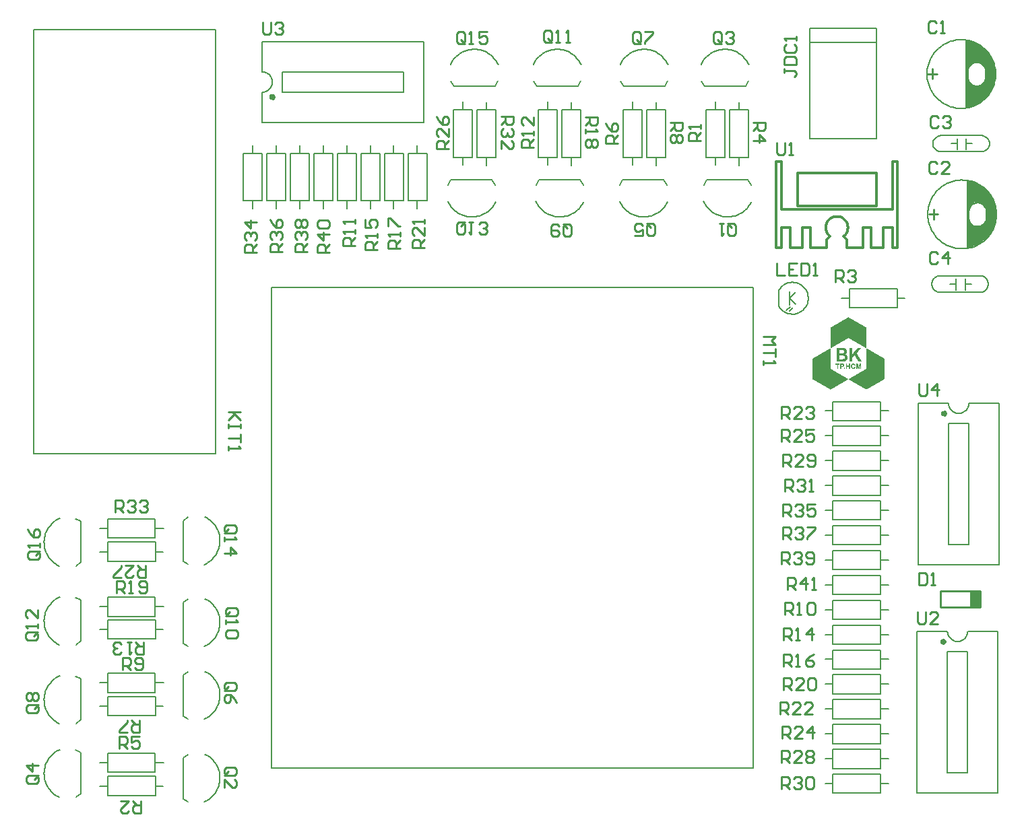
<source format=gto>
G04*
G04 #@! TF.GenerationSoftware,Altium Limited,Altium Designer,21.3.2 (30)*
G04*
G04 Layer_Color=65535*
%FSLAX25Y25*%
%MOIN*%
G70*
G04*
G04 #@! TF.SameCoordinates,223A028E-27ED-44F5-9DF7-BD247C2F6700*
G04*
G04*
G04 #@! TF.FilePolarity,Positive*
G04*
G01*
G75*
%ADD10C,0.01500*%
%ADD11C,0.00700*%
%ADD12C,0.01200*%
%ADD13C,0.01000*%
%ADD14C,0.00701*%
%ADD15C,0.00787*%
%ADD16R,0.04921X0.07874*%
G36*
X469563Y390000D02*
X474063Y388000D01*
X477563Y385000D01*
X480563Y380500D01*
X482063Y375500D01*
Y371500D01*
X480063Y365500D01*
X477063Y361500D01*
X473063Y358500D01*
X467563Y356500D01*
Y370500D01*
X468063D01*
X468069Y370382D01*
X468115Y370150D01*
X468206Y369931D01*
X468337Y369734D01*
X468417Y369646D01*
X469563Y368500D01*
X469563Y368500D01*
X469812Y368275D01*
X470368Y367903D01*
X470987Y367647D01*
X471643Y367516D01*
X471978Y367500D01*
X473356D01*
X473524Y367508D01*
X473852Y367573D01*
X474161Y367702D01*
X474439Y367887D01*
X474563Y368000D01*
X474682Y368006D01*
X474914Y368052D01*
X475132Y368143D01*
X475329Y368274D01*
X475417Y368354D01*
X476563Y369500D01*
X476563D01*
X476676Y369624D01*
X476862Y369902D01*
X476990Y370212D01*
X477055Y370540D01*
X477063Y370707D01*
Y375793D01*
X477055Y375960D01*
X476990Y376288D01*
X476862Y376598D01*
X476676Y376876D01*
X476563Y377000D01*
X476063Y377500D01*
X476057Y377618D01*
X476011Y377850D01*
X475921Y378069D01*
X475789Y378266D01*
X475710Y378354D01*
X475063Y379000D01*
X475063Y379000D01*
X474939Y379113D01*
X474661Y379298D01*
X474352Y379427D01*
X474024Y379492D01*
X473856Y379500D01*
X471063D01*
X467563Y376000D01*
Y390500D01*
X469563Y390000D01*
D02*
G37*
G36*
X470000Y320500D02*
X474500Y318500D01*
X478000Y315500D01*
X481000Y311000D01*
X482500Y306000D01*
Y302000D01*
X480500Y296000D01*
X477500Y292000D01*
X473500Y289000D01*
X468000Y287000D01*
Y301000D01*
X468500D01*
X468506Y300882D01*
X468552Y300650D01*
X468643Y300431D01*
X468774Y300234D01*
X468854Y300146D01*
X470000Y299000D01*
X470000Y299000D01*
X470248Y298775D01*
X470805Y298403D01*
X471423Y298147D01*
X472080Y298016D01*
X472414Y298000D01*
X473793D01*
X473960Y298008D01*
X474288Y298074D01*
X474598Y298202D01*
X474876Y298388D01*
X475000Y298500D01*
X475118Y298506D01*
X475350Y298552D01*
X475569Y298642D01*
X475766Y298774D01*
X475853Y298853D01*
X477000Y300000D01*
X477000D01*
X477112Y300124D01*
X477298Y300402D01*
X477426Y300712D01*
X477492Y301040D01*
X477500Y301207D01*
Y306293D01*
X477492Y306460D01*
X477426Y306788D01*
X477298Y307098D01*
X477112Y307376D01*
X477000Y307500D01*
X476500Y308000D01*
X476494Y308118D01*
X476448Y308350D01*
X476358Y308569D01*
X476226Y308766D01*
X476147Y308854D01*
X475500Y309500D01*
X475500Y309500D01*
X475376Y309612D01*
X475098Y309798D01*
X474788Y309927D01*
X474460Y309992D01*
X474293Y310000D01*
X471500D01*
X468000Y306500D01*
Y321000D01*
X470000Y320500D01*
D02*
G37*
G36*
X409282Y253023D02*
X409325D01*
Y253002D01*
X409368D01*
Y252980D01*
X409389D01*
Y252959D01*
X409432D01*
Y252938D01*
X409475D01*
Y252916D01*
X409517D01*
Y252895D01*
X409539D01*
Y252873D01*
X409581D01*
Y252852D01*
X409624D01*
Y252831D01*
X409667D01*
Y252809D01*
X409688D01*
Y252788D01*
X409731D01*
Y252767D01*
X409774D01*
Y252745D01*
X409817D01*
Y252724D01*
X409838D01*
Y252702D01*
X409881D01*
Y252681D01*
X409924D01*
Y252660D01*
X409945D01*
Y252638D01*
X409988D01*
Y252617D01*
X410030D01*
Y252596D01*
X410073D01*
Y252574D01*
X410094D01*
Y252553D01*
X410137D01*
Y252531D01*
X410180D01*
Y252510D01*
X410223D01*
Y252489D01*
X410244D01*
Y252467D01*
X410287D01*
Y252446D01*
X410330D01*
Y252425D01*
X410351D01*
Y252403D01*
X410394D01*
Y252382D01*
X410437D01*
Y252360D01*
X410479D01*
Y252339D01*
X410501D01*
Y252318D01*
X410543D01*
Y252296D01*
X410586D01*
Y252275D01*
X410629D01*
Y252254D01*
X410650D01*
Y252232D01*
X410693D01*
Y252211D01*
X410736D01*
Y252189D01*
X410779D01*
Y252168D01*
X410800D01*
Y252147D01*
X410843D01*
Y252125D01*
X410886D01*
Y252104D01*
X410907D01*
Y252082D01*
X410950D01*
Y252061D01*
X410992D01*
Y252040D01*
X411035D01*
Y252018D01*
X411057D01*
Y251997D01*
X411099D01*
Y251975D01*
X411142D01*
Y251954D01*
X411185D01*
Y251933D01*
X411206D01*
Y251911D01*
X411249D01*
Y251890D01*
X411292D01*
Y251869D01*
X411335D01*
Y251847D01*
X411356D01*
Y251826D01*
X411399D01*
Y251804D01*
X411442D01*
Y251783D01*
X411463D01*
Y251762D01*
X411506D01*
Y251740D01*
X411548D01*
Y251719D01*
X411591D01*
Y251698D01*
X411613D01*
Y251676D01*
X411655D01*
Y251655D01*
X411698D01*
Y251633D01*
X411741D01*
Y251612D01*
X411762D01*
Y251591D01*
X411805D01*
Y251569D01*
X411848D01*
Y251548D01*
X411891D01*
Y251526D01*
X411912D01*
Y251505D01*
X411955D01*
Y251484D01*
X411997D01*
Y251462D01*
X412019D01*
Y251441D01*
X412062D01*
Y251420D01*
X412104D01*
Y251398D01*
X412147D01*
Y251377D01*
X412169D01*
Y251356D01*
X412211D01*
Y251334D01*
X412254D01*
Y251313D01*
X412297D01*
Y251291D01*
X412318D01*
Y251270D01*
X412361D01*
Y251249D01*
X412404D01*
Y251227D01*
X412425D01*
Y251206D01*
X412468D01*
Y251184D01*
X412511D01*
Y251163D01*
X412553D01*
Y251142D01*
X412575D01*
Y251120D01*
X412617D01*
Y251099D01*
X412660D01*
Y251078D01*
X412703D01*
Y251056D01*
X412724D01*
Y251035D01*
X412767D01*
Y251013D01*
X412810D01*
Y250992D01*
X412853D01*
Y250971D01*
X412874D01*
Y250949D01*
X412917D01*
Y250928D01*
X412960D01*
Y250906D01*
X412981D01*
Y250885D01*
X413024D01*
Y250864D01*
X413066D01*
Y250842D01*
X413109D01*
Y250821D01*
X413131D01*
Y250800D01*
X413173D01*
Y250778D01*
X413216D01*
Y250757D01*
X413259D01*
Y250735D01*
X413280D01*
Y250714D01*
X413323D01*
Y250693D01*
X413366D01*
Y250671D01*
X413409D01*
Y250650D01*
X413430D01*
Y250628D01*
X413473D01*
Y250607D01*
X413516D01*
Y250586D01*
X413537D01*
Y250564D01*
X413580D01*
Y250543D01*
X413622D01*
Y250522D01*
X413665D01*
Y250500D01*
X413687D01*
Y250479D01*
X413729D01*
Y250458D01*
X413772D01*
Y250436D01*
X413815D01*
Y250415D01*
X413836D01*
Y250393D01*
X413879D01*
Y250372D01*
X413922D01*
Y250351D01*
X413965D01*
Y250329D01*
X413986D01*
Y250308D01*
X414029D01*
Y250287D01*
X414071D01*
Y250265D01*
X414093D01*
Y250244D01*
X414136D01*
Y250222D01*
X414178D01*
Y250201D01*
X414221D01*
Y250180D01*
X414242D01*
Y250158D01*
X414285D01*
Y250137D01*
X414328D01*
Y250115D01*
X414371D01*
Y250094D01*
X414392D01*
Y250073D01*
X414435D01*
Y250051D01*
X414478D01*
Y250030D01*
X414499D01*
Y250009D01*
X414542D01*
Y249987D01*
X414584D01*
Y249966D01*
X414627D01*
Y249944D01*
X414649D01*
Y249923D01*
X414691D01*
Y249902D01*
X414734D01*
Y249880D01*
X414777D01*
Y249859D01*
X414798D01*
Y249837D01*
X414841D01*
Y249816D01*
X414884D01*
Y249795D01*
X414927D01*
Y249773D01*
X414948D01*
Y249752D01*
X414991D01*
Y249730D01*
X415033D01*
Y249709D01*
X415055D01*
Y249688D01*
X415098D01*
Y249666D01*
X415140D01*
Y249645D01*
X415183D01*
Y249624D01*
X415204D01*
Y249602D01*
X415247D01*
Y249581D01*
X415290D01*
Y249559D01*
X415333D01*
Y249538D01*
X415354D01*
Y249517D01*
X415397D01*
Y249495D01*
X415440D01*
Y249474D01*
X415483D01*
Y249453D01*
X415504D01*
Y249431D01*
X415547D01*
Y249410D01*
X415589D01*
Y249389D01*
X415611D01*
Y249367D01*
X415654D01*
Y249346D01*
X415696D01*
Y249324D01*
X415739D01*
Y249303D01*
X415760D01*
Y249282D01*
X415803D01*
Y249260D01*
X415846D01*
Y249239D01*
X415889D01*
Y249217D01*
X415910D01*
Y249196D01*
X415953D01*
Y249175D01*
X415996D01*
Y249153D01*
X416017D01*
Y249132D01*
X416060D01*
Y249111D01*
X416103D01*
Y249089D01*
X416145D01*
Y249068D01*
X416167D01*
Y249046D01*
X416209D01*
Y249025D01*
X416252D01*
Y249004D01*
X416295D01*
Y248982D01*
X416316D01*
Y248961D01*
X416359D01*
Y248939D01*
X416402D01*
Y248918D01*
X416445D01*
Y248897D01*
X416466D01*
Y248875D01*
X416509D01*
Y248854D01*
X416551D01*
Y248833D01*
X416573D01*
Y248811D01*
X416616D01*
Y248790D01*
X416658D01*
Y248768D01*
X416701D01*
Y248747D01*
X416723D01*
Y248726D01*
X416765D01*
Y248704D01*
X416808D01*
Y248683D01*
X416851D01*
Y248661D01*
X416872D01*
Y248640D01*
X416915D01*
Y248619D01*
X416958D01*
Y248597D01*
X417000D01*
Y248576D01*
X417022D01*
Y248555D01*
X417065D01*
Y248533D01*
X417107D01*
Y248512D01*
X417129D01*
Y248491D01*
X417172D01*
Y248469D01*
X417214D01*
Y248448D01*
X417257D01*
Y248426D01*
X417278D01*
Y248405D01*
X417321D01*
Y248384D01*
X417364D01*
Y248362D01*
X417407D01*
Y248341D01*
X417428D01*
Y248319D01*
X417471D01*
Y248298D01*
X417514D01*
Y248277D01*
X417556D01*
Y248255D01*
X417578D01*
Y248234D01*
X417621D01*
Y248213D01*
X417663D01*
Y248191D01*
X417685D01*
Y248170D01*
X417728D01*
Y248148D01*
X417770D01*
Y248127D01*
X417813D01*
Y248106D01*
X417834D01*
Y248084D01*
X417877D01*
Y248063D01*
X417920D01*
Y248042D01*
X417963D01*
Y248020D01*
X417984D01*
Y247999D01*
X418027D01*
Y247977D01*
X418070D01*
Y247956D01*
X418091D01*
Y247935D01*
X418112D01*
Y237715D01*
X418134D01*
Y237693D01*
X418177D01*
Y237672D01*
X418219D01*
Y237650D01*
X418241D01*
Y237629D01*
X418283D01*
Y237608D01*
X418326D01*
Y237586D01*
X418369D01*
Y237565D01*
X418390D01*
Y237544D01*
X418433D01*
Y237522D01*
X418476D01*
Y237501D01*
X418497D01*
Y237479D01*
X418540D01*
Y237458D01*
X418583D01*
Y237437D01*
X418625D01*
Y237415D01*
X418647D01*
Y237394D01*
X418690D01*
Y237372D01*
X418732D01*
Y237351D01*
X418775D01*
Y237330D01*
X418796D01*
Y237308D01*
X418839D01*
Y237287D01*
X418882D01*
Y237266D01*
X418925D01*
Y237244D01*
X418946D01*
Y237223D01*
X418989D01*
Y237201D01*
X419032D01*
Y237180D01*
X419053D01*
Y237159D01*
X419096D01*
Y237137D01*
X419139D01*
Y237116D01*
X419181D01*
Y237094D01*
X419203D01*
Y237073D01*
X419245D01*
Y237052D01*
X419288D01*
Y237030D01*
X419331D01*
Y237009D01*
X419352D01*
Y236988D01*
X419395D01*
Y236966D01*
X419438D01*
Y236945D01*
X419459D01*
Y236924D01*
X419502D01*
Y236902D01*
X419545D01*
Y236881D01*
X419588D01*
Y236859D01*
X419609D01*
Y236838D01*
X419652D01*
Y236817D01*
X419695D01*
Y236795D01*
X419737D01*
Y236774D01*
X419759D01*
Y236752D01*
X419801D01*
Y236731D01*
X419844D01*
Y236710D01*
X419887D01*
Y236688D01*
X419908D01*
Y236667D01*
X419951D01*
Y236646D01*
X419994D01*
Y236624D01*
X420015D01*
Y236603D01*
X420058D01*
Y236581D01*
X420101D01*
Y236560D01*
X420144D01*
Y236539D01*
X420165D01*
Y236517D01*
X420208D01*
Y236496D01*
X420250D01*
Y236474D01*
X420293D01*
Y236453D01*
X420315D01*
Y236432D01*
X420357D01*
Y236410D01*
X420400D01*
Y236389D01*
X420443D01*
Y236368D01*
X420464D01*
Y236346D01*
X420507D01*
Y236325D01*
X420550D01*
Y236303D01*
X420571D01*
Y236282D01*
X420614D01*
Y236261D01*
X420657D01*
Y236239D01*
X420699D01*
Y236218D01*
X420721D01*
Y236196D01*
X420763D01*
Y236175D01*
X420806D01*
Y236154D01*
X420849D01*
Y236132D01*
X420870D01*
Y236111D01*
X420913D01*
Y236090D01*
X420956D01*
Y236068D01*
X420999D01*
Y236047D01*
X421020D01*
Y236026D01*
X421063D01*
Y236004D01*
X421106D01*
Y235983D01*
X421127D01*
Y235961D01*
X421170D01*
Y235940D01*
X421212D01*
Y235919D01*
X421255D01*
Y235897D01*
X421277D01*
Y235876D01*
X421319D01*
Y235855D01*
X421362D01*
Y235833D01*
X421405D01*
Y235812D01*
X421426D01*
Y235790D01*
X421469D01*
Y235769D01*
X421512D01*
Y235748D01*
X421533D01*
Y235726D01*
X421576D01*
Y235705D01*
X421619D01*
Y235683D01*
X421662D01*
Y235662D01*
X421683D01*
Y235641D01*
X421726D01*
Y235619D01*
X421768D01*
Y235598D01*
X421811D01*
Y235577D01*
X421833D01*
Y235555D01*
X421875D01*
Y235534D01*
X421918D01*
Y235512D01*
X421961D01*
Y235491D01*
X421982D01*
Y235470D01*
X422025D01*
Y235448D01*
X422068D01*
Y235427D01*
X422089D01*
Y235405D01*
X422132D01*
Y235384D01*
X422175D01*
Y235363D01*
X422217D01*
Y235341D01*
X422239D01*
Y235320D01*
X422282D01*
Y235299D01*
X422324D01*
Y235277D01*
X422367D01*
Y235256D01*
X422389D01*
Y235234D01*
X422431D01*
Y235213D01*
X422474D01*
Y235192D01*
X422517D01*
Y235170D01*
X422538D01*
Y235149D01*
X422581D01*
Y235127D01*
X422624D01*
Y235106D01*
X422645D01*
Y235085D01*
X422688D01*
Y235063D01*
X422731D01*
Y235042D01*
X422773D01*
Y235021D01*
X422795D01*
Y234999D01*
X422837D01*
Y234978D01*
X422880D01*
Y234957D01*
X422923D01*
Y234935D01*
X422944D01*
Y234914D01*
X422987D01*
Y234892D01*
X423030D01*
Y234871D01*
X423051D01*
Y234850D01*
X423094D01*
Y234828D01*
X423137D01*
Y234807D01*
X423180D01*
Y234785D01*
X423201D01*
Y234764D01*
X423244D01*
Y234743D01*
X423286D01*
Y234721D01*
X423329D01*
Y234700D01*
X423351D01*
Y234679D01*
X423393D01*
Y234657D01*
X423436D01*
Y234636D01*
X423479D01*
Y234614D01*
X423500D01*
Y234593D01*
X423543D01*
Y234572D01*
X423586D01*
Y234550D01*
X423607D01*
Y234529D01*
X423650D01*
Y234507D01*
X423693D01*
Y234486D01*
X423736D01*
Y234465D01*
X423757D01*
Y234443D01*
X423800D01*
Y234422D01*
X423842D01*
Y234401D01*
X423885D01*
Y234379D01*
X423907D01*
Y234358D01*
X423949D01*
Y234336D01*
X423992D01*
Y234315D01*
X424035D01*
Y234294D01*
X424056D01*
Y234272D01*
X424099D01*
Y234251D01*
X424142D01*
Y234229D01*
X424163D01*
Y234208D01*
X424206D01*
Y234187D01*
X424249D01*
Y234165D01*
X424291D01*
Y234144D01*
X424313D01*
Y234123D01*
X424356D01*
Y234101D01*
X424398D01*
Y234080D01*
X424441D01*
Y234058D01*
X424462D01*
Y234037D01*
X424505D01*
Y234016D01*
X424548D01*
Y233994D01*
X424591D01*
Y233973D01*
X424612D01*
Y233952D01*
X424655D01*
Y233930D01*
X424698D01*
Y233909D01*
X424719D01*
Y233887D01*
X424762D01*
Y233866D01*
X424804D01*
Y233845D01*
X424847D01*
Y233823D01*
X424869D01*
Y233802D01*
X424911D01*
Y233781D01*
X424954D01*
Y233759D01*
X424997D01*
Y233738D01*
X425018D01*
Y233716D01*
X425061D01*
Y233695D01*
X425104D01*
Y233674D01*
X425125D01*
Y233652D01*
X425168D01*
Y233631D01*
X425211D01*
Y233610D01*
X425253D01*
Y233588D01*
X425275D01*
Y233567D01*
X425318D01*
Y233545D01*
X425360D01*
Y233524D01*
X425403D01*
Y233503D01*
X425424D01*
Y233481D01*
X425467D01*
Y233460D01*
X425510D01*
Y233438D01*
X425553D01*
Y233417D01*
X425574D01*
Y233396D01*
X425617D01*
Y233374D01*
X425660D01*
Y233353D01*
X425681D01*
Y233331D01*
X425724D01*
Y233310D01*
X425767D01*
Y233289D01*
X425809D01*
Y233267D01*
X425831D01*
Y233246D01*
X425874D01*
Y233225D01*
X425916D01*
Y233203D01*
X425959D01*
Y233182D01*
X425980D01*
Y233160D01*
X426023D01*
Y233139D01*
X426066D01*
Y233118D01*
X426109D01*
Y233096D01*
X426130D01*
Y233075D01*
X426173D01*
Y233054D01*
X426216D01*
Y233032D01*
X426237D01*
Y233011D01*
X426280D01*
Y232989D01*
X426323D01*
Y232968D01*
X426365D01*
Y232947D01*
X426387D01*
Y232925D01*
X426429D01*
Y232904D01*
X426472D01*
Y232882D01*
X426515D01*
Y232861D01*
X426536D01*
Y232840D01*
X426579D01*
Y232818D01*
X426622D01*
Y232797D01*
X426665D01*
Y232776D01*
X426686D01*
Y232754D01*
X426729D01*
Y232733D01*
X426771D01*
Y232712D01*
X426793D01*
Y232690D01*
X426836D01*
Y232669D01*
X426878D01*
Y232647D01*
X426921D01*
Y232626D01*
X426943D01*
Y232605D01*
X426964D01*
Y222363D01*
X426943D01*
Y222342D01*
X426900D01*
Y222320D01*
X426857D01*
Y222299D01*
X426836D01*
Y222278D01*
X426793D01*
Y222256D01*
X426750D01*
Y222235D01*
X426707D01*
Y222214D01*
X426686D01*
Y222192D01*
X426643D01*
Y222171D01*
X426601D01*
Y222149D01*
X426579D01*
Y222128D01*
X426536D01*
Y222107D01*
X426494D01*
Y222085D01*
X426451D01*
Y222064D01*
X426429D01*
Y222042D01*
X426387D01*
Y222021D01*
X426344D01*
Y222000D01*
X426301D01*
Y221978D01*
X426280D01*
Y221957D01*
X426237D01*
Y221936D01*
X426194D01*
Y221914D01*
X426173D01*
Y221893D01*
X426130D01*
Y221871D01*
X426087D01*
Y221850D01*
X426045D01*
Y221829D01*
X426023D01*
Y221807D01*
X425980D01*
Y221786D01*
X425938D01*
Y221765D01*
X425895D01*
Y221743D01*
X425874D01*
Y221722D01*
X425831D01*
Y221700D01*
X425788D01*
Y221679D01*
X425745D01*
Y221658D01*
X425724D01*
Y221636D01*
X425681D01*
Y221615D01*
X425638D01*
Y221593D01*
X425617D01*
Y221572D01*
X425574D01*
Y221551D01*
X425531D01*
Y221529D01*
X425489D01*
Y221508D01*
X425467D01*
Y221487D01*
X425424D01*
Y221465D01*
X425382D01*
Y221444D01*
X425339D01*
Y221423D01*
X425318D01*
Y221401D01*
X425275D01*
Y221380D01*
X425232D01*
Y221358D01*
X425189D01*
Y221337D01*
X425168D01*
Y221316D01*
X425125D01*
Y221294D01*
X425082D01*
Y221273D01*
X425061D01*
Y221251D01*
X425018D01*
Y221230D01*
X424975D01*
Y221209D01*
X424933D01*
Y221187D01*
X424911D01*
Y221166D01*
X424869D01*
Y221145D01*
X424826D01*
Y221123D01*
X424783D01*
Y221102D01*
X424762D01*
Y221080D01*
X424719D01*
Y221059D01*
X424676D01*
Y221038D01*
X424655D01*
Y221016D01*
X424612D01*
Y220995D01*
X424569D01*
Y220973D01*
X424527D01*
Y220952D01*
X424505D01*
Y220931D01*
X424462D01*
Y220909D01*
X424420D01*
Y220888D01*
X424377D01*
Y220867D01*
X424356D01*
Y220845D01*
X424313D01*
Y220824D01*
X424270D01*
Y220802D01*
X424227D01*
Y220781D01*
X424206D01*
Y220760D01*
X424163D01*
Y220738D01*
X424120D01*
Y220717D01*
X424099D01*
Y220695D01*
X424056D01*
Y220674D01*
X424013D01*
Y220653D01*
X423971D01*
Y220631D01*
X423949D01*
Y220610D01*
X423907D01*
Y220589D01*
X423864D01*
Y220567D01*
X423821D01*
Y220546D01*
X423800D01*
Y220525D01*
X423757D01*
Y220503D01*
X423714D01*
Y220482D01*
X423671D01*
Y220460D01*
X423650D01*
Y220439D01*
X423607D01*
Y220418D01*
X423564D01*
Y220396D01*
X423543D01*
Y220375D01*
X423500D01*
Y220353D01*
X423457D01*
Y220332D01*
X423415D01*
Y220311D01*
X423393D01*
Y220289D01*
X423351D01*
Y220268D01*
X423308D01*
Y220247D01*
X423265D01*
Y220225D01*
X423244D01*
Y220204D01*
X423201D01*
Y220182D01*
X423158D01*
Y220161D01*
X423115D01*
Y220140D01*
X423094D01*
Y220118D01*
X423051D01*
Y220097D01*
X423008D01*
Y220075D01*
X422987D01*
Y220054D01*
X422944D01*
Y220033D01*
X422902D01*
Y220011D01*
X422859D01*
Y219990D01*
X422837D01*
Y219969D01*
X422795D01*
Y219947D01*
X422752D01*
Y219926D01*
X422709D01*
Y219904D01*
X422688D01*
Y219883D01*
X422645D01*
Y219862D01*
X422602D01*
Y219840D01*
X422581D01*
Y219819D01*
X422538D01*
Y219797D01*
X422495D01*
Y219776D01*
X422453D01*
Y219755D01*
X422431D01*
Y219733D01*
X422389D01*
Y219712D01*
X422346D01*
Y219691D01*
X422303D01*
Y219669D01*
X422282D01*
Y219648D01*
X422239D01*
Y219626D01*
X422196D01*
Y219605D01*
X422153D01*
Y219584D01*
X422132D01*
Y219562D01*
X422089D01*
Y219541D01*
X422046D01*
Y219520D01*
X422025D01*
Y219498D01*
X421982D01*
Y219477D01*
X421940D01*
Y219455D01*
X421897D01*
Y219434D01*
X421875D01*
Y219413D01*
X421833D01*
Y219391D01*
X421790D01*
Y219370D01*
X421747D01*
Y219349D01*
X421726D01*
Y219327D01*
X421683D01*
Y219306D01*
X421640D01*
Y219284D01*
X421597D01*
Y219263D01*
X421576D01*
Y219242D01*
X421533D01*
Y219220D01*
X421490D01*
Y219199D01*
X421469D01*
Y219178D01*
X421426D01*
Y219156D01*
X421384D01*
Y219135D01*
X421341D01*
Y219113D01*
X421319D01*
Y219092D01*
X421277D01*
Y219071D01*
X421234D01*
Y219049D01*
X421191D01*
Y219028D01*
X421170D01*
Y219006D01*
X421127D01*
Y218985D01*
X421084D01*
Y218964D01*
X421041D01*
Y218942D01*
X421020D01*
Y218921D01*
X420977D01*
Y218899D01*
X420935D01*
Y218878D01*
X420913D01*
Y218857D01*
X420870D01*
Y218835D01*
X420828D01*
Y218814D01*
X420785D01*
Y218793D01*
X420763D01*
Y218771D01*
X420721D01*
Y218750D01*
X420678D01*
Y218728D01*
X420635D01*
Y218707D01*
X420614D01*
Y218686D01*
X420571D01*
Y218664D01*
X420528D01*
Y218643D01*
X420507D01*
Y218622D01*
X420464D01*
Y218600D01*
X420421D01*
Y218579D01*
X420379D01*
Y218557D01*
X420357D01*
Y218536D01*
X420315D01*
Y218515D01*
X420272D01*
Y218493D01*
X420229D01*
Y218472D01*
X420208D01*
Y218450D01*
X420165D01*
Y218429D01*
X420122D01*
Y218408D01*
X420079D01*
Y218386D01*
X420058D01*
Y218365D01*
X420015D01*
Y218344D01*
X419972D01*
Y218322D01*
X419951D01*
Y218301D01*
X419908D01*
Y218280D01*
X419866D01*
Y218258D01*
X419823D01*
Y218237D01*
X419801D01*
Y218215D01*
X419759D01*
Y218194D01*
X419716D01*
Y218173D01*
X419673D01*
Y218151D01*
X419652D01*
Y218130D01*
X419609D01*
Y218108D01*
X419566D01*
Y218087D01*
X419523D01*
Y218066D01*
X419502D01*
Y218044D01*
X419459D01*
Y218023D01*
X419417D01*
Y218002D01*
X419395D01*
Y217980D01*
X419352D01*
Y217959D01*
X419310D01*
Y217937D01*
X419267D01*
Y217916D01*
X419245D01*
Y217895D01*
X419203D01*
Y217873D01*
X419160D01*
Y217852D01*
X419117D01*
Y217830D01*
X419096D01*
Y217809D01*
X419053D01*
Y217788D01*
X419010D01*
Y217766D01*
X418989D01*
Y217745D01*
X418946D01*
Y217724D01*
X418903D01*
Y217702D01*
X418861D01*
Y217681D01*
X418839D01*
Y217659D01*
X418796D01*
Y217638D01*
X418754D01*
Y217617D01*
X418711D01*
Y217595D01*
X418690D01*
Y217574D01*
X418647D01*
Y217553D01*
X418604D01*
Y217531D01*
X418561D01*
Y217510D01*
X418540D01*
Y217488D01*
X418497D01*
Y217467D01*
X418454D01*
Y217446D01*
X418433D01*
Y217424D01*
X418390D01*
Y217403D01*
X418348D01*
Y217382D01*
X418305D01*
Y217360D01*
X418283D01*
Y217339D01*
X418241D01*
Y217317D01*
X418198D01*
Y217296D01*
X418155D01*
Y217275D01*
X418134D01*
Y217253D01*
X418070D01*
Y217275D01*
X418027D01*
Y217296D01*
X418005D01*
Y217317D01*
X417963D01*
Y217339D01*
X417920D01*
Y217360D01*
X417899D01*
Y217382D01*
X417856D01*
Y217403D01*
X417813D01*
Y217424D01*
X417770D01*
Y217446D01*
X417749D01*
Y217467D01*
X417706D01*
Y217488D01*
X417663D01*
Y217510D01*
X417621D01*
Y217531D01*
X417599D01*
Y217553D01*
X417556D01*
Y217574D01*
X417514D01*
Y217595D01*
X417492D01*
Y217617D01*
X417450D01*
Y217638D01*
X417407D01*
Y217659D01*
X417364D01*
Y217681D01*
X417343D01*
Y217702D01*
X417300D01*
Y217724D01*
X417257D01*
Y217745D01*
X417214D01*
Y217766D01*
X417193D01*
Y217788D01*
X417150D01*
Y217809D01*
X417107D01*
Y217830D01*
X417065D01*
Y217852D01*
X417043D01*
Y217873D01*
X417000D01*
Y217895D01*
X416958D01*
Y217916D01*
X416936D01*
Y217937D01*
X416894D01*
Y217959D01*
X416851D01*
Y217980D01*
X416808D01*
Y218002D01*
X416787D01*
Y218023D01*
X416744D01*
Y218044D01*
X416701D01*
Y218066D01*
X416658D01*
Y218087D01*
X416637D01*
Y218108D01*
X416594D01*
Y218130D01*
X416551D01*
Y218151D01*
X416509D01*
Y218173D01*
X416487D01*
Y218194D01*
X416445D01*
Y218215D01*
X416402D01*
Y218237D01*
X416381D01*
Y218258D01*
X416338D01*
Y218280D01*
X416295D01*
Y218301D01*
X416252D01*
Y218322D01*
X416231D01*
Y218344D01*
X416188D01*
Y218365D01*
X416145D01*
Y218386D01*
X416103D01*
Y218408D01*
X416081D01*
Y218429D01*
X416038D01*
Y218450D01*
X415996D01*
Y218472D01*
X415953D01*
Y218493D01*
X415932D01*
Y218515D01*
X415889D01*
Y218536D01*
X415846D01*
Y218557D01*
X415825D01*
Y218579D01*
X415782D01*
Y218600D01*
X415739D01*
Y218622D01*
X415696D01*
Y218643D01*
X415675D01*
Y218664D01*
X415632D01*
Y218686D01*
X415589D01*
Y218707D01*
X415547D01*
Y218728D01*
X415525D01*
Y218750D01*
X415483D01*
Y218771D01*
X415440D01*
Y218793D01*
X415418D01*
Y218814D01*
X415376D01*
Y218835D01*
X415333D01*
Y218857D01*
X415290D01*
Y218878D01*
X415269D01*
Y218899D01*
X415226D01*
Y218921D01*
X415183D01*
Y218942D01*
X415140D01*
Y218964D01*
X415119D01*
Y218985D01*
X415076D01*
Y219006D01*
X415033D01*
Y219028D01*
X414991D01*
Y219049D01*
X414969D01*
Y219071D01*
X414927D01*
Y219092D01*
X414884D01*
Y219113D01*
X414862D01*
Y219135D01*
X414820D01*
Y219156D01*
X414777D01*
Y219178D01*
X414734D01*
Y219199D01*
X414713D01*
Y219220D01*
X414670D01*
Y219242D01*
X414627D01*
Y219263D01*
X414584D01*
Y219284D01*
X414563D01*
Y219306D01*
X414520D01*
Y219327D01*
X414478D01*
Y219349D01*
X414435D01*
Y219370D01*
X414413D01*
Y219391D01*
X414371D01*
Y219413D01*
X414328D01*
Y219434D01*
X414306D01*
Y219455D01*
X414264D01*
Y219477D01*
X414221D01*
Y219498D01*
X414178D01*
Y219520D01*
X414157D01*
Y219541D01*
X414114D01*
Y219562D01*
X414071D01*
Y219584D01*
X414029D01*
Y219605D01*
X414007D01*
Y219626D01*
X413965D01*
Y219648D01*
X413922D01*
Y219669D01*
X413879D01*
Y219691D01*
X413858D01*
Y219712D01*
X413815D01*
Y219733D01*
X413772D01*
Y219755D01*
X413751D01*
Y219776D01*
X413708D01*
Y219797D01*
X413665D01*
Y219819D01*
X413622D01*
Y219840D01*
X413601D01*
Y219862D01*
X413558D01*
Y219883D01*
X413516D01*
Y219904D01*
X413473D01*
Y219926D01*
X413451D01*
Y219947D01*
X413409D01*
Y219969D01*
X413366D01*
Y219990D01*
X413344D01*
Y220011D01*
X413302D01*
Y220033D01*
X413259D01*
Y220054D01*
X413216D01*
Y220075D01*
X413195D01*
Y220097D01*
X413152D01*
Y220118D01*
X413109D01*
Y220140D01*
X413066D01*
Y220161D01*
X413045D01*
Y220182D01*
X413002D01*
Y220204D01*
X412960D01*
Y220225D01*
X412917D01*
Y220247D01*
X412895D01*
Y220268D01*
X412853D01*
Y220289D01*
X412810D01*
Y220311D01*
X412788D01*
Y220332D01*
X412746D01*
Y220353D01*
X412703D01*
Y220375D01*
X412660D01*
Y220396D01*
X412639D01*
Y220418D01*
X412596D01*
Y220439D01*
X412553D01*
Y220460D01*
X412511D01*
Y220482D01*
X412489D01*
Y220503D01*
X412446D01*
Y220525D01*
X412404D01*
Y220546D01*
X412361D01*
Y220567D01*
X412339D01*
Y220589D01*
X412297D01*
Y220610D01*
X412254D01*
Y220631D01*
X412233D01*
Y220653D01*
X412190D01*
Y220674D01*
X412147D01*
Y220695D01*
X412104D01*
Y220717D01*
X412083D01*
Y220738D01*
X412040D01*
Y220760D01*
X411997D01*
Y220781D01*
X411955D01*
Y220802D01*
X411933D01*
Y220824D01*
X411891D01*
Y220845D01*
X411848D01*
Y220867D01*
X411826D01*
Y220888D01*
X411784D01*
Y220909D01*
X411741D01*
Y220931D01*
X411698D01*
Y220952D01*
X411677D01*
Y220973D01*
X411634D01*
Y220995D01*
X411591D01*
Y221016D01*
X411548D01*
Y221038D01*
X411527D01*
Y221059D01*
X411484D01*
Y221080D01*
X411442D01*
Y221102D01*
X411399D01*
Y221123D01*
X411377D01*
Y221145D01*
X411335D01*
Y221166D01*
X411292D01*
Y221187D01*
X411271D01*
Y221209D01*
X411228D01*
Y221230D01*
X411185D01*
Y221251D01*
X411142D01*
Y221273D01*
X411121D01*
Y221294D01*
X411078D01*
Y221316D01*
X411035D01*
Y221337D01*
X410992D01*
Y221358D01*
X410971D01*
Y221380D01*
X410928D01*
Y221401D01*
X410886D01*
Y221423D01*
X410843D01*
Y221444D01*
X410821D01*
Y221465D01*
X410779D01*
Y221487D01*
X410736D01*
Y221508D01*
X410715D01*
Y221529D01*
X410672D01*
Y221551D01*
X410629D01*
Y221572D01*
X410586D01*
Y221593D01*
X410565D01*
Y221615D01*
X410522D01*
Y221636D01*
X410479D01*
Y221658D01*
X410437D01*
Y221679D01*
X410415D01*
Y221700D01*
X410372D01*
Y221722D01*
X410330D01*
Y221743D01*
X410287D01*
Y221765D01*
X410266D01*
Y221786D01*
X410223D01*
Y221807D01*
X410180D01*
Y221829D01*
X410159D01*
Y221850D01*
X410116D01*
Y221871D01*
X410073D01*
Y221893D01*
X410030D01*
Y221914D01*
X410009D01*
Y221936D01*
X409966D01*
Y221957D01*
X409924D01*
Y221978D01*
X409881D01*
Y222000D01*
X409859D01*
Y222021D01*
X409817D01*
Y222042D01*
X409774D01*
Y222064D01*
X409753D01*
Y222085D01*
X409710D01*
Y222107D01*
X409667D01*
Y222128D01*
X409624D01*
Y222149D01*
X409603D01*
Y222171D01*
X409560D01*
Y222192D01*
X409517D01*
Y222214D01*
X409475D01*
Y222235D01*
X409453D01*
Y222256D01*
X409410D01*
Y222278D01*
X409368D01*
Y222299D01*
X409325D01*
Y222320D01*
X409304D01*
Y222342D01*
X409261D01*
Y222363D01*
X409239D01*
Y222342D01*
X409197D01*
Y222320D01*
X409154D01*
Y222299D01*
X409132D01*
Y222278D01*
X409090D01*
Y222256D01*
X409047D01*
Y222235D01*
X409004D01*
Y222214D01*
X408983D01*
Y222192D01*
X408940D01*
Y222171D01*
X408897D01*
Y222149D01*
X408876D01*
Y222128D01*
X408833D01*
Y222107D01*
X408790D01*
Y222085D01*
X408748D01*
Y222064D01*
X408726D01*
Y222042D01*
X408683D01*
Y222021D01*
X408641D01*
Y222000D01*
X408598D01*
Y221978D01*
X408576D01*
Y221957D01*
X408534D01*
Y221936D01*
X408491D01*
Y221914D01*
X408470D01*
Y221893D01*
X408427D01*
Y221871D01*
X408384D01*
Y221850D01*
X408341D01*
Y221829D01*
X408320D01*
Y221807D01*
X408277D01*
Y221786D01*
X408234D01*
Y221765D01*
X408192D01*
Y221743D01*
X408170D01*
Y221722D01*
X408127D01*
Y221700D01*
X408085D01*
Y221679D01*
X408042D01*
Y221658D01*
X408021D01*
Y221636D01*
X407978D01*
Y221615D01*
X407935D01*
Y221593D01*
X407914D01*
Y221572D01*
X407871D01*
Y221551D01*
X407828D01*
Y221529D01*
X407785D01*
Y221508D01*
X407764D01*
Y221487D01*
X407721D01*
Y221465D01*
X407679D01*
Y221444D01*
X407636D01*
Y221423D01*
X407614D01*
Y221401D01*
X407572D01*
Y221380D01*
X407529D01*
Y221358D01*
X407486D01*
Y221337D01*
X407465D01*
Y221316D01*
X407422D01*
Y221294D01*
X407379D01*
Y221273D01*
X407358D01*
Y221251D01*
X407315D01*
Y221230D01*
X407272D01*
Y221209D01*
X407230D01*
Y221187D01*
X407208D01*
Y221166D01*
X407165D01*
Y221145D01*
X407123D01*
Y221123D01*
X407080D01*
Y221102D01*
X407058D01*
Y221080D01*
X407016D01*
Y221059D01*
X406973D01*
Y221038D01*
X406930D01*
Y221016D01*
X406909D01*
Y220995D01*
X406866D01*
Y220973D01*
X406823D01*
Y220952D01*
X406802D01*
Y220931D01*
X406759D01*
Y220909D01*
X406716D01*
Y220888D01*
X406674D01*
Y220867D01*
X406652D01*
Y220845D01*
X406609D01*
Y220824D01*
X406567D01*
Y220802D01*
X406524D01*
Y220781D01*
X406503D01*
Y220760D01*
X406460D01*
Y220738D01*
X406417D01*
Y220717D01*
X406396D01*
Y220695D01*
X406353D01*
Y220674D01*
X406310D01*
Y220653D01*
X406267D01*
Y220631D01*
X406246D01*
Y220610D01*
X406203D01*
Y220589D01*
X406160D01*
Y220567D01*
X406118D01*
Y220546D01*
X406096D01*
Y220525D01*
X406054D01*
Y220503D01*
X406011D01*
Y220482D01*
X405968D01*
Y220460D01*
X405947D01*
Y220439D01*
X405904D01*
Y220418D01*
X405861D01*
Y220396D01*
X405840D01*
Y220375D01*
X405797D01*
Y220353D01*
X405754D01*
Y220332D01*
X405712D01*
Y220311D01*
X405690D01*
Y220289D01*
X405647D01*
Y220268D01*
X405605D01*
Y220247D01*
X405562D01*
Y220225D01*
X405540D01*
Y220204D01*
X405498D01*
Y220182D01*
X405455D01*
Y220161D01*
X405412D01*
Y220140D01*
X405391D01*
Y220118D01*
X405348D01*
Y220097D01*
X405305D01*
Y220075D01*
X405284D01*
Y220054D01*
X405241D01*
Y220033D01*
X405198D01*
Y220011D01*
X405156D01*
Y219990D01*
X405134D01*
Y219969D01*
X405091D01*
Y219947D01*
X405049D01*
Y219926D01*
X405006D01*
Y219904D01*
X404985D01*
Y219883D01*
X404942D01*
Y219862D01*
X404899D01*
Y219840D01*
X404856D01*
Y219819D01*
X404835D01*
Y219797D01*
X404792D01*
Y219776D01*
X404749D01*
Y219755D01*
X404728D01*
Y219733D01*
X404685D01*
Y219712D01*
X404642D01*
Y219691D01*
X404600D01*
Y219669D01*
X404578D01*
Y219648D01*
X404536D01*
Y219626D01*
X404493D01*
Y219605D01*
X404450D01*
Y219584D01*
X404429D01*
Y219562D01*
X404386D01*
Y219541D01*
X404343D01*
Y219520D01*
X404322D01*
Y219498D01*
X404279D01*
Y219477D01*
X404236D01*
Y219455D01*
X404193D01*
Y219434D01*
X404172D01*
Y219413D01*
X404129D01*
Y219391D01*
X404086D01*
Y219370D01*
X404044D01*
Y219349D01*
X404022D01*
Y219327D01*
X403980D01*
Y219306D01*
X403937D01*
Y219284D01*
X403894D01*
Y219263D01*
X403873D01*
Y219242D01*
X403830D01*
Y219220D01*
X403787D01*
Y219199D01*
X403766D01*
Y219178D01*
X403723D01*
Y219156D01*
X403680D01*
Y219135D01*
X403638D01*
Y219113D01*
X403616D01*
Y219092D01*
X403573D01*
Y219071D01*
X403531D01*
Y219049D01*
X403488D01*
Y219028D01*
X403467D01*
Y219006D01*
X403424D01*
Y218985D01*
X403381D01*
Y218964D01*
X403338D01*
Y218942D01*
X403317D01*
Y218921D01*
X403274D01*
Y218899D01*
X403231D01*
Y218878D01*
X403210D01*
Y218857D01*
X403167D01*
Y218835D01*
X403124D01*
Y218814D01*
X403082D01*
Y218793D01*
X403060D01*
Y218771D01*
X403018D01*
Y218750D01*
X402975D01*
Y218728D01*
X402932D01*
Y218707D01*
X402911D01*
Y218686D01*
X402868D01*
Y218664D01*
X402825D01*
Y218643D01*
X402804D01*
Y218622D01*
X402761D01*
Y218600D01*
X402718D01*
Y218579D01*
X402675D01*
Y218557D01*
X402654D01*
Y218536D01*
X402611D01*
Y218515D01*
X402568D01*
Y218493D01*
X402526D01*
Y218472D01*
X402504D01*
Y218450D01*
X402462D01*
Y218429D01*
X402419D01*
Y218408D01*
X402376D01*
Y218386D01*
X402355D01*
Y218365D01*
X402312D01*
Y218344D01*
X402269D01*
Y218322D01*
X402248D01*
Y218301D01*
X402205D01*
Y218280D01*
X402162D01*
Y218258D01*
X402119D01*
Y218237D01*
X402098D01*
Y218215D01*
X402055D01*
Y218194D01*
X402013D01*
Y218173D01*
X401970D01*
Y218151D01*
X401948D01*
Y218130D01*
X401906D01*
Y218108D01*
X401863D01*
Y218087D01*
X401820D01*
Y218066D01*
X401799D01*
Y218044D01*
X401756D01*
Y218023D01*
X401713D01*
Y218002D01*
X401692D01*
Y217980D01*
X401649D01*
Y217959D01*
X401606D01*
Y217937D01*
X401564D01*
Y217916D01*
X401542D01*
Y217895D01*
X401500D01*
Y217873D01*
X401457D01*
Y217852D01*
X401414D01*
Y217830D01*
X401393D01*
Y217809D01*
X401350D01*
Y217788D01*
X401307D01*
Y217766D01*
X401264D01*
Y217745D01*
X401243D01*
Y217724D01*
X401200D01*
Y217702D01*
X401157D01*
Y217681D01*
X401136D01*
Y217659D01*
X401093D01*
Y217638D01*
X401051D01*
Y217617D01*
X401008D01*
Y217595D01*
X400986D01*
Y217574D01*
X400944D01*
Y217553D01*
X400901D01*
Y217531D01*
X400858D01*
Y217510D01*
X400837D01*
Y217488D01*
X400794D01*
Y217467D01*
X400751D01*
Y217446D01*
X400730D01*
Y217424D01*
X400687D01*
Y217403D01*
X400644D01*
Y217382D01*
X400601D01*
Y217360D01*
X400580D01*
Y217339D01*
X400537D01*
Y217317D01*
X400495D01*
Y217296D01*
X400452D01*
Y217275D01*
X400430D01*
Y217253D01*
X400366D01*
Y217275D01*
X400323D01*
Y217296D01*
X400302D01*
Y217317D01*
X400259D01*
Y217339D01*
X400217D01*
Y217360D01*
X400195D01*
Y217382D01*
X400152D01*
Y217403D01*
X400110D01*
Y217424D01*
X400067D01*
Y217446D01*
X400046D01*
Y217467D01*
X400003D01*
Y217488D01*
X399960D01*
Y217510D01*
X399917D01*
Y217531D01*
X399896D01*
Y217553D01*
X399853D01*
Y217574D01*
X399810D01*
Y217595D01*
X399768D01*
Y217617D01*
X399746D01*
Y217638D01*
X399704D01*
Y217659D01*
X399661D01*
Y217681D01*
X399639D01*
Y217702D01*
X399597D01*
Y217724D01*
X399554D01*
Y217745D01*
X399511D01*
Y217766D01*
X399490D01*
Y217788D01*
X399447D01*
Y217809D01*
X399404D01*
Y217830D01*
X399361D01*
Y217852D01*
X399340D01*
Y217873D01*
X399297D01*
Y217895D01*
X399254D01*
Y217916D01*
X399233D01*
Y217937D01*
X399190D01*
Y217959D01*
X399148D01*
Y217980D01*
X399105D01*
Y218002D01*
X399083D01*
Y218023D01*
X399041D01*
Y218044D01*
X398998D01*
Y218066D01*
X398955D01*
Y218087D01*
X398934D01*
Y218108D01*
X398891D01*
Y218130D01*
X398848D01*
Y218151D01*
X398805D01*
Y218173D01*
X398784D01*
Y218194D01*
X398741D01*
Y218215D01*
X398699D01*
Y218237D01*
X398677D01*
Y218258D01*
X398635D01*
Y218280D01*
X398592D01*
Y218301D01*
X398549D01*
Y218322D01*
X398528D01*
Y218344D01*
X398485D01*
Y218365D01*
X398442D01*
Y218386D01*
X398399D01*
Y218408D01*
X398378D01*
Y218429D01*
X398335D01*
Y218450D01*
X398292D01*
Y218472D01*
X398250D01*
Y218493D01*
X398228D01*
Y218515D01*
X398185D01*
Y218536D01*
X398143D01*
Y218557D01*
X398121D01*
Y218579D01*
X398079D01*
Y218600D01*
X398036D01*
Y218622D01*
X397993D01*
Y218643D01*
X397972D01*
Y218664D01*
X397929D01*
Y218686D01*
X397886D01*
Y218707D01*
X397843D01*
Y218728D01*
X397822D01*
Y218750D01*
X397779D01*
Y218771D01*
X397737D01*
Y218793D01*
X397694D01*
Y218814D01*
X397672D01*
Y218835D01*
X397630D01*
Y218857D01*
X397587D01*
Y218878D01*
X397565D01*
Y218899D01*
X397523D01*
Y218921D01*
X397480D01*
Y218942D01*
X397437D01*
Y218964D01*
X397416D01*
Y218985D01*
X397373D01*
Y219006D01*
X397330D01*
Y219028D01*
X397288D01*
Y219049D01*
X397266D01*
Y219071D01*
X397223D01*
Y219092D01*
X397181D01*
Y219113D01*
X397159D01*
Y219135D01*
X397116D01*
Y219156D01*
X397074D01*
Y219178D01*
X397031D01*
Y219199D01*
X397009D01*
Y219220D01*
X396967D01*
Y219242D01*
X396924D01*
Y219263D01*
X396881D01*
Y219284D01*
X396860D01*
Y219306D01*
X396817D01*
Y219327D01*
X396774D01*
Y219349D01*
X396732D01*
Y219370D01*
X396710D01*
Y219391D01*
X396667D01*
Y219413D01*
X396625D01*
Y219434D01*
X396603D01*
Y219455D01*
X396561D01*
Y219477D01*
X396518D01*
Y219498D01*
X396475D01*
Y219520D01*
X396454D01*
Y219541D01*
X396411D01*
Y219562D01*
X396368D01*
Y219584D01*
X396325D01*
Y219605D01*
X396304D01*
Y219626D01*
X396261D01*
Y219648D01*
X396218D01*
Y219669D01*
X396176D01*
Y219691D01*
X396154D01*
Y219712D01*
X396111D01*
Y219733D01*
X396069D01*
Y219755D01*
X396047D01*
Y219776D01*
X396005D01*
Y219797D01*
X395962D01*
Y219819D01*
X395919D01*
Y219840D01*
X395898D01*
Y219862D01*
X395855D01*
Y219883D01*
X395812D01*
Y219904D01*
X395770D01*
Y219926D01*
X395748D01*
Y219947D01*
X395705D01*
Y219969D01*
X395663D01*
Y219990D01*
X395641D01*
Y220011D01*
X395598D01*
Y220033D01*
X395556D01*
Y220054D01*
X395513D01*
Y220075D01*
X395492D01*
Y220097D01*
X395449D01*
Y220118D01*
X395406D01*
Y220140D01*
X395363D01*
Y220161D01*
X395342D01*
Y220182D01*
X395299D01*
Y220204D01*
X395256D01*
Y220225D01*
X395214D01*
Y220247D01*
X395192D01*
Y220268D01*
X395149D01*
Y220289D01*
X395107D01*
Y220311D01*
X395085D01*
Y220332D01*
X395042D01*
Y220353D01*
X395000D01*
Y220375D01*
X394957D01*
Y220396D01*
X394936D01*
Y220418D01*
X394893D01*
Y220439D01*
X394850D01*
Y220460D01*
X394807D01*
Y220482D01*
X394786D01*
Y220503D01*
X394743D01*
Y220525D01*
X394700D01*
Y220546D01*
X394658D01*
Y220567D01*
X394636D01*
Y220589D01*
X394594D01*
Y220610D01*
X394551D01*
Y220631D01*
X394529D01*
Y220653D01*
X394487D01*
Y220674D01*
X394444D01*
Y220695D01*
X394401D01*
Y220717D01*
X394380D01*
Y220738D01*
X394337D01*
Y220760D01*
X394294D01*
Y220781D01*
X394251D01*
Y220802D01*
X394230D01*
Y220824D01*
X394187D01*
Y220845D01*
X394145D01*
Y220867D01*
X394102D01*
Y220888D01*
X394080D01*
Y220909D01*
X394038D01*
Y220931D01*
X393995D01*
Y220952D01*
X393973D01*
Y220973D01*
X393931D01*
Y220995D01*
X393888D01*
Y221016D01*
X393845D01*
Y221038D01*
X393824D01*
Y221059D01*
X393781D01*
Y221080D01*
X393738D01*
Y221102D01*
X393695D01*
Y221123D01*
X393674D01*
Y221145D01*
X393631D01*
Y221166D01*
X393589D01*
Y221187D01*
X393567D01*
Y221209D01*
X393525D01*
Y221230D01*
X393482D01*
Y221251D01*
X393439D01*
Y221273D01*
X393418D01*
Y221294D01*
X393375D01*
Y221316D01*
X393332D01*
Y221337D01*
X393289D01*
Y221358D01*
X393268D01*
Y221380D01*
X393225D01*
Y221401D01*
X393182D01*
Y221423D01*
X393140D01*
Y221444D01*
X393118D01*
Y221465D01*
X393075D01*
Y221487D01*
X393033D01*
Y221508D01*
X393011D01*
Y221529D01*
X392969D01*
Y221551D01*
X392926D01*
Y221572D01*
X392883D01*
Y221593D01*
X392862D01*
Y221615D01*
X392819D01*
Y221636D01*
X392776D01*
Y221658D01*
X392733D01*
Y221679D01*
X392712D01*
Y221700D01*
X392669D01*
Y221722D01*
X392627D01*
Y221743D01*
X392584D01*
Y221765D01*
X392562D01*
Y221786D01*
X392520D01*
Y221807D01*
X392477D01*
Y221829D01*
X392455D01*
Y221850D01*
X392413D01*
Y221871D01*
X392370D01*
Y221893D01*
X392327D01*
Y221914D01*
X392306D01*
Y221936D01*
X392263D01*
Y221957D01*
X392220D01*
Y221978D01*
X392178D01*
Y222000D01*
X392156D01*
Y222021D01*
X392113D01*
Y222042D01*
X392071D01*
Y222064D01*
X392028D01*
Y222085D01*
X392006D01*
Y222107D01*
X391964D01*
Y222128D01*
X391921D01*
Y222149D01*
X391899D01*
Y222171D01*
X391857D01*
Y222192D01*
X391814D01*
Y222214D01*
X391771D01*
Y222235D01*
X391750D01*
Y222256D01*
X391707D01*
Y222278D01*
X391664D01*
Y222299D01*
X391622D01*
Y222320D01*
X391600D01*
Y222342D01*
X391557D01*
Y222363D01*
X391536D01*
Y232605D01*
X391557D01*
Y232626D01*
X391579D01*
Y232647D01*
X391622D01*
Y232669D01*
X391664D01*
Y232690D01*
X391686D01*
Y232712D01*
X391728D01*
Y232733D01*
X391771D01*
Y232754D01*
X391814D01*
Y232776D01*
X391835D01*
Y232797D01*
X391878D01*
Y232818D01*
X391921D01*
Y232840D01*
X391964D01*
Y232861D01*
X391985D01*
Y232882D01*
X392028D01*
Y232904D01*
X392071D01*
Y232925D01*
X392092D01*
Y232947D01*
X392135D01*
Y232968D01*
X392178D01*
Y232989D01*
X392220D01*
Y233011D01*
X392242D01*
Y233032D01*
X392284D01*
Y233054D01*
X392327D01*
Y233075D01*
X392370D01*
Y233096D01*
X392391D01*
Y233118D01*
X392434D01*
Y233139D01*
X392477D01*
Y233160D01*
X392520D01*
Y233182D01*
X392541D01*
Y233203D01*
X392584D01*
Y233225D01*
X392627D01*
Y233246D01*
X392648D01*
Y233267D01*
X392691D01*
Y233289D01*
X392733D01*
Y233310D01*
X392776D01*
Y233331D01*
X392797D01*
Y233353D01*
X392840D01*
Y233374D01*
X392883D01*
Y233396D01*
X392926D01*
Y233417D01*
X392947D01*
Y233438D01*
X392990D01*
Y233460D01*
X393033D01*
Y233481D01*
X393075D01*
Y233503D01*
X393097D01*
Y233524D01*
X393140D01*
Y233545D01*
X393182D01*
Y233567D01*
X393204D01*
Y233588D01*
X393247D01*
Y233610D01*
X393289D01*
Y233631D01*
X393332D01*
Y233652D01*
X393353D01*
Y233674D01*
X393396D01*
Y233695D01*
X393439D01*
Y233716D01*
X393482D01*
Y233738D01*
X393503D01*
Y233759D01*
X393546D01*
Y233781D01*
X393589D01*
Y233802D01*
X393631D01*
Y233823D01*
X393653D01*
Y233845D01*
X393695D01*
Y233866D01*
X393738D01*
Y233887D01*
X393760D01*
Y233909D01*
X393802D01*
Y233930D01*
X393845D01*
Y233952D01*
X393888D01*
Y233973D01*
X393909D01*
Y233994D01*
X393952D01*
Y234016D01*
X393995D01*
Y234037D01*
X394038D01*
Y234058D01*
X394059D01*
Y234080D01*
X394102D01*
Y234101D01*
X394145D01*
Y234123D01*
X394166D01*
Y234144D01*
X394209D01*
Y234165D01*
X394251D01*
Y234187D01*
X394294D01*
Y234208D01*
X394316D01*
Y234229D01*
X394358D01*
Y234251D01*
X394401D01*
Y234272D01*
X394444D01*
Y234294D01*
X394465D01*
Y234315D01*
X394508D01*
Y234336D01*
X394551D01*
Y234358D01*
X394594D01*
Y234379D01*
X394615D01*
Y234401D01*
X394658D01*
Y234422D01*
X394700D01*
Y234443D01*
X394722D01*
Y234465D01*
X394765D01*
Y234486D01*
X394807D01*
Y234507D01*
X394850D01*
Y234529D01*
X394871D01*
Y234550D01*
X394914D01*
Y234572D01*
X394957D01*
Y234593D01*
X395000D01*
Y234614D01*
X395021D01*
Y234636D01*
X395064D01*
Y234657D01*
X395107D01*
Y234679D01*
X395149D01*
Y234700D01*
X395171D01*
Y234721D01*
X395214D01*
Y234743D01*
X395256D01*
Y234764D01*
X395278D01*
Y234785D01*
X395320D01*
Y234807D01*
X395363D01*
Y234828D01*
X395406D01*
Y234850D01*
X395427D01*
Y234871D01*
X395470D01*
Y234892D01*
X395513D01*
Y234914D01*
X395556D01*
Y234935D01*
X395577D01*
Y234957D01*
X395620D01*
Y234978D01*
X395663D01*
Y234999D01*
X395684D01*
Y235021D01*
X395727D01*
Y235042D01*
X395770D01*
Y235063D01*
X395812D01*
Y235085D01*
X395834D01*
Y235106D01*
X395876D01*
Y235127D01*
X395919D01*
Y235149D01*
X395962D01*
Y235170D01*
X395983D01*
Y235192D01*
X396026D01*
Y235213D01*
X396069D01*
Y235234D01*
X396111D01*
Y235256D01*
X396133D01*
Y235277D01*
X396176D01*
Y235299D01*
X396218D01*
Y235320D01*
X396240D01*
Y235341D01*
X396283D01*
Y235363D01*
X396325D01*
Y235384D01*
X396368D01*
Y235405D01*
X396390D01*
Y235427D01*
X396432D01*
Y235448D01*
X396475D01*
Y235470D01*
X396518D01*
Y235491D01*
X396539D01*
Y235512D01*
X396582D01*
Y235534D01*
X396625D01*
Y235555D01*
X396667D01*
Y235577D01*
X396689D01*
Y235598D01*
X396732D01*
Y235619D01*
X396774D01*
Y235641D01*
X396796D01*
Y235662D01*
X396838D01*
Y235683D01*
X396881D01*
Y235705D01*
X396924D01*
Y235726D01*
X396945D01*
Y235748D01*
X396988D01*
Y235769D01*
X397031D01*
Y235790D01*
X397074D01*
Y235812D01*
X397095D01*
Y235833D01*
X397138D01*
Y235855D01*
X397181D01*
Y235876D01*
X397223D01*
Y235897D01*
X397245D01*
Y235919D01*
X397288D01*
Y235940D01*
X397330D01*
Y235961D01*
X397352D01*
Y235983D01*
X397394D01*
Y236004D01*
X397437D01*
Y236026D01*
X397480D01*
Y236047D01*
X397501D01*
Y236068D01*
X397544D01*
Y236090D01*
X397587D01*
Y236111D01*
X397630D01*
Y236132D01*
X397651D01*
Y236154D01*
X397694D01*
Y236175D01*
X397737D01*
Y236196D01*
X397758D01*
Y236218D01*
X397801D01*
Y236239D01*
X397843D01*
Y236261D01*
X397886D01*
Y236282D01*
X397907D01*
Y236303D01*
X397950D01*
Y236325D01*
X397993D01*
Y236346D01*
X398036D01*
Y236368D01*
X398057D01*
Y236389D01*
X398100D01*
Y236410D01*
X398143D01*
Y236432D01*
X398185D01*
Y236453D01*
X398207D01*
Y236474D01*
X398250D01*
Y236496D01*
X398292D01*
Y236517D01*
X398314D01*
Y236539D01*
X398357D01*
Y236560D01*
X398399D01*
Y236581D01*
X398442D01*
Y236603D01*
X398463D01*
Y236624D01*
X398506D01*
Y236646D01*
X398549D01*
Y236667D01*
X398592D01*
Y236688D01*
X398613D01*
Y236710D01*
X398656D01*
Y236731D01*
X398699D01*
Y236752D01*
X398741D01*
Y236774D01*
X398763D01*
Y236795D01*
X398805D01*
Y236817D01*
X398848D01*
Y236838D01*
X398870D01*
Y236859D01*
X398912D01*
Y236881D01*
X398955D01*
Y236902D01*
X398998D01*
Y236924D01*
X399019D01*
Y236945D01*
X399062D01*
Y236966D01*
X399105D01*
Y236988D01*
X399148D01*
Y237009D01*
X399169D01*
Y237030D01*
X399212D01*
Y237052D01*
X399254D01*
Y237073D01*
X399297D01*
Y237094D01*
X399319D01*
Y237116D01*
X399361D01*
Y237137D01*
X399404D01*
Y237159D01*
X399426D01*
Y237180D01*
X399468D01*
Y237201D01*
X399511D01*
Y237223D01*
X399554D01*
Y237244D01*
X399575D01*
Y237266D01*
X399618D01*
Y237287D01*
X399661D01*
Y237308D01*
X399704D01*
Y237330D01*
X399725D01*
Y237351D01*
X399768D01*
Y237372D01*
X399810D01*
Y237394D01*
X399832D01*
Y237415D01*
X399874D01*
Y237437D01*
X399917D01*
Y237458D01*
X399960D01*
Y237479D01*
X399981D01*
Y237501D01*
X400024D01*
Y237522D01*
X400067D01*
Y237544D01*
X400110D01*
Y237565D01*
X400131D01*
Y237586D01*
X400174D01*
Y237608D01*
X400217D01*
Y237629D01*
X400259D01*
Y237650D01*
X400281D01*
Y237672D01*
X400323D01*
Y237693D01*
X400366D01*
Y237715D01*
X400388D01*
Y244043D01*
Y244065D01*
Y247956D01*
X400430D01*
Y247977D01*
X400473D01*
Y247999D01*
X400516D01*
Y248020D01*
X400537D01*
Y248042D01*
X400580D01*
Y248063D01*
X400623D01*
Y248084D01*
X400666D01*
Y248106D01*
X400687D01*
Y248127D01*
X400730D01*
Y248148D01*
X400772D01*
Y248170D01*
X400794D01*
Y248191D01*
X400837D01*
Y248213D01*
X400879D01*
Y248234D01*
X400922D01*
Y248255D01*
X400944D01*
Y248277D01*
X400986D01*
Y248298D01*
X401029D01*
Y248319D01*
X401072D01*
Y248341D01*
X401093D01*
Y248362D01*
X401136D01*
Y248384D01*
X401179D01*
Y248405D01*
X401200D01*
Y248426D01*
X401243D01*
Y248448D01*
X401286D01*
Y248469D01*
X401328D01*
Y248491D01*
X401350D01*
Y248512D01*
X401393D01*
Y248533D01*
X401435D01*
Y248555D01*
X401478D01*
Y248576D01*
X401500D01*
Y248597D01*
X401542D01*
Y248619D01*
X401585D01*
Y248640D01*
X401628D01*
Y248661D01*
X401649D01*
Y248683D01*
X401692D01*
Y248704D01*
X401735D01*
Y248726D01*
X401756D01*
Y248747D01*
X401799D01*
Y248768D01*
X401842D01*
Y248790D01*
X401884D01*
Y248811D01*
X401906D01*
Y248833D01*
X401948D01*
Y248854D01*
X401991D01*
Y248875D01*
X402034D01*
Y248897D01*
X402055D01*
Y248918D01*
X402098D01*
Y248939D01*
X402141D01*
Y248961D01*
X402184D01*
Y248982D01*
X402205D01*
Y249004D01*
X402248D01*
Y249025D01*
X402291D01*
Y249046D01*
X402312D01*
Y249068D01*
X402355D01*
Y249089D01*
X402397D01*
Y249111D01*
X402440D01*
Y249132D01*
X402462D01*
Y249153D01*
X402504D01*
Y249175D01*
X402547D01*
Y249196D01*
X402590D01*
Y249217D01*
X402611D01*
Y249239D01*
X402654D01*
Y249260D01*
X402697D01*
Y249282D01*
X402718D01*
Y249303D01*
X402761D01*
Y249324D01*
X402804D01*
Y249346D01*
X402846D01*
Y249367D01*
X402868D01*
Y249389D01*
X402911D01*
Y249410D01*
X402953D01*
Y249431D01*
X402996D01*
Y249453D01*
X403018D01*
Y249474D01*
X403060D01*
Y249495D01*
X403103D01*
Y249517D01*
X403146D01*
Y249538D01*
X403167D01*
Y249559D01*
X403210D01*
Y249581D01*
X403253D01*
Y249602D01*
X403274D01*
Y249624D01*
X403317D01*
Y249645D01*
X403360D01*
Y249666D01*
X403402D01*
Y249688D01*
X403424D01*
Y249709D01*
X403467D01*
Y249730D01*
X403509D01*
Y249752D01*
X403552D01*
Y249773D01*
X403573D01*
Y249795D01*
X403616D01*
Y249816D01*
X403659D01*
Y249837D01*
X403702D01*
Y249859D01*
X403723D01*
Y249880D01*
X403766D01*
Y249902D01*
X403809D01*
Y249923D01*
X403830D01*
Y249944D01*
X403873D01*
Y249966D01*
X403916D01*
Y249987D01*
X403958D01*
Y250009D01*
X403980D01*
Y250030D01*
X404022D01*
Y250051D01*
X404065D01*
Y250073D01*
X404108D01*
Y250094D01*
X404129D01*
Y250115D01*
X404172D01*
Y250137D01*
X404215D01*
Y250158D01*
X404258D01*
Y250180D01*
X404279D01*
Y250201D01*
X404322D01*
Y250222D01*
X404364D01*
Y250244D01*
X404386D01*
Y250265D01*
X404429D01*
Y250287D01*
X404471D01*
Y250308D01*
X404514D01*
Y250329D01*
X404536D01*
Y250351D01*
X404578D01*
Y250372D01*
X404621D01*
Y250393D01*
X404664D01*
Y250415D01*
X404685D01*
Y250436D01*
X404728D01*
Y250458D01*
X404771D01*
Y250479D01*
X404792D01*
Y250500D01*
X404835D01*
Y250522D01*
X404878D01*
Y250543D01*
X404920D01*
Y250564D01*
X404942D01*
Y250586D01*
X404985D01*
Y250607D01*
X405027D01*
Y250628D01*
X405070D01*
Y250650D01*
X405091D01*
Y250671D01*
X405134D01*
Y250693D01*
X405177D01*
Y250714D01*
X405220D01*
Y250735D01*
X405241D01*
Y250757D01*
X405284D01*
Y250778D01*
X405327D01*
Y250800D01*
X405348D01*
Y250821D01*
X405391D01*
Y250842D01*
X405434D01*
Y250864D01*
X405476D01*
Y250885D01*
X405498D01*
Y250906D01*
X405540D01*
Y250928D01*
X405583D01*
Y250949D01*
X405626D01*
Y250971D01*
X405647D01*
Y250992D01*
X405690D01*
Y251013D01*
X405733D01*
Y251035D01*
X405776D01*
Y251056D01*
X405797D01*
Y251078D01*
X405840D01*
Y251099D01*
X405883D01*
Y251120D01*
X405904D01*
Y251142D01*
X405947D01*
Y251163D01*
X405989D01*
Y251184D01*
X406032D01*
Y251206D01*
X406054D01*
Y251227D01*
X406096D01*
Y251249D01*
X406139D01*
Y251270D01*
X406182D01*
Y251291D01*
X406203D01*
Y251313D01*
X406246D01*
Y251334D01*
X406289D01*
Y251356D01*
X406331D01*
Y251377D01*
X406353D01*
Y251398D01*
X406396D01*
Y251420D01*
X406438D01*
Y251441D01*
X406460D01*
Y251462D01*
X406503D01*
Y251484D01*
X406545D01*
Y251505D01*
X406588D01*
Y251526D01*
X406609D01*
Y251548D01*
X406652D01*
Y251569D01*
X406695D01*
Y251591D01*
X406738D01*
Y251612D01*
X406759D01*
Y251633D01*
X406802D01*
Y251655D01*
X406845D01*
Y251676D01*
X406866D01*
Y251698D01*
X406909D01*
Y251719D01*
X406952D01*
Y251740D01*
X406994D01*
Y251762D01*
X407016D01*
Y251783D01*
X407058D01*
Y251804D01*
X407101D01*
Y251826D01*
X407144D01*
Y251847D01*
X407165D01*
Y251869D01*
X407208D01*
Y251890D01*
X407251D01*
Y251911D01*
X407294D01*
Y251933D01*
X407315D01*
Y251954D01*
X407358D01*
Y251975D01*
X407401D01*
Y251997D01*
X407422D01*
Y252018D01*
X407465D01*
Y252040D01*
X407508D01*
Y252061D01*
X407550D01*
Y252082D01*
X407572D01*
Y252104D01*
X407614D01*
Y252125D01*
X407657D01*
Y252147D01*
X407700D01*
Y252168D01*
X407721D01*
Y252189D01*
X407764D01*
Y252211D01*
X407807D01*
Y252232D01*
X407850D01*
Y252254D01*
X407871D01*
Y252275D01*
X407914D01*
Y252296D01*
X407957D01*
Y252318D01*
X407978D01*
Y252339D01*
X408021D01*
Y252360D01*
X408063D01*
Y252382D01*
X408106D01*
Y252403D01*
X408127D01*
Y252425D01*
X408170D01*
Y252446D01*
X408213D01*
Y252467D01*
X408256D01*
Y252489D01*
X408277D01*
Y252510D01*
X408320D01*
Y252531D01*
X408363D01*
Y252553D01*
X408384D01*
Y252574D01*
X408427D01*
Y252596D01*
X408470D01*
Y252617D01*
X408512D01*
Y252638D01*
X408534D01*
Y252660D01*
X408576D01*
Y252681D01*
X408619D01*
Y252702D01*
X408662D01*
Y252724D01*
X408683D01*
Y252745D01*
X408726D01*
Y252767D01*
X408769D01*
Y252788D01*
X408812D01*
Y252809D01*
X408833D01*
Y252831D01*
X408876D01*
Y252852D01*
X408919D01*
Y252873D01*
X408940D01*
Y252895D01*
X408983D01*
Y252916D01*
X409025D01*
Y252938D01*
X409068D01*
Y252959D01*
X409090D01*
Y252980D01*
X409132D01*
Y253002D01*
X409175D01*
Y253023D01*
X409218D01*
Y253045D01*
X409282D01*
Y253023D01*
D02*
G37*
%LPC*%
G36*
X409261Y242803D02*
X409239D01*
Y242782D01*
X409197D01*
Y242760D01*
X409154D01*
Y242739D01*
X409111D01*
Y242718D01*
X409090D01*
Y242696D01*
X409047D01*
Y242675D01*
X409004D01*
Y242653D01*
X408983D01*
Y242632D01*
X408940D01*
Y242611D01*
X408897D01*
Y242589D01*
X408854D01*
Y242568D01*
X408833D01*
Y242547D01*
X408790D01*
Y242525D01*
X408748D01*
Y242504D01*
X408705D01*
Y242482D01*
X408683D01*
Y242461D01*
X408641D01*
Y242440D01*
X408598D01*
Y242418D01*
X408576D01*
Y242397D01*
X408534D01*
Y242376D01*
X408491D01*
Y242354D01*
X408448D01*
Y242333D01*
X408427D01*
Y242311D01*
X408384D01*
Y242290D01*
X408341D01*
Y242269D01*
X408299D01*
Y242247D01*
X408277D01*
Y242226D01*
X408234D01*
Y242204D01*
X408192D01*
Y242183D01*
X408149D01*
Y242162D01*
X408127D01*
Y242140D01*
X408085D01*
Y242119D01*
X408042D01*
Y242098D01*
X408021D01*
Y242076D01*
X407978D01*
Y242055D01*
X407935D01*
Y242034D01*
X407892D01*
Y242012D01*
X407871D01*
Y241991D01*
X407828D01*
Y241969D01*
X407785D01*
Y241948D01*
X407743D01*
Y241927D01*
X407721D01*
Y241905D01*
X407679D01*
Y241884D01*
X407636D01*
Y241862D01*
X407593D01*
Y241841D01*
X407572D01*
Y241820D01*
X407529D01*
Y241798D01*
X407486D01*
Y241777D01*
X407465D01*
Y241756D01*
X407422D01*
Y241734D01*
X407379D01*
Y241713D01*
X407336D01*
Y241691D01*
X407315D01*
Y241670D01*
X407272D01*
Y241649D01*
X407230D01*
Y241627D01*
X407187D01*
Y241606D01*
X407165D01*
Y241584D01*
X407123D01*
Y241563D01*
X407080D01*
Y241542D01*
X407058D01*
Y241520D01*
X407016D01*
Y241499D01*
X406973D01*
Y241478D01*
X406930D01*
Y241456D01*
X406909D01*
Y241435D01*
X406866D01*
Y241413D01*
X406823D01*
Y241392D01*
X406780D01*
Y241371D01*
X406759D01*
Y241349D01*
X406716D01*
Y241328D01*
X406674D01*
Y241306D01*
X406631D01*
Y241285D01*
X406609D01*
Y241264D01*
X406567D01*
Y241242D01*
X406524D01*
Y241221D01*
X406503D01*
Y241200D01*
X406460D01*
Y241178D01*
X406417D01*
Y241157D01*
X406374D01*
Y241136D01*
X406353D01*
Y241114D01*
X406310D01*
Y241093D01*
X406267D01*
Y241071D01*
X406225D01*
Y241050D01*
X406203D01*
Y241029D01*
X406160D01*
Y241007D01*
X406118D01*
Y240986D01*
X406075D01*
Y240964D01*
X406054D01*
Y240943D01*
X406011D01*
Y240922D01*
X405968D01*
Y240900D01*
X405947D01*
Y240879D01*
X405904D01*
Y240858D01*
X405861D01*
Y240836D01*
X405818D01*
Y240815D01*
X405797D01*
Y240793D01*
X405754D01*
Y240772D01*
X405712D01*
Y240751D01*
X405669D01*
Y240729D01*
X405647D01*
Y240708D01*
X405605D01*
Y240686D01*
X405562D01*
Y240665D01*
X405519D01*
Y240644D01*
X405498D01*
Y240622D01*
X405455D01*
Y240601D01*
X405412D01*
Y240580D01*
X405391D01*
Y240558D01*
X405348D01*
Y240537D01*
X405305D01*
Y240515D01*
X405263D01*
Y240494D01*
X405241D01*
Y240473D01*
X405198D01*
Y240451D01*
X405156D01*
Y240430D01*
X405113D01*
Y240409D01*
X405091D01*
Y240387D01*
X405049D01*
Y240366D01*
X405006D01*
Y240344D01*
X404985D01*
Y240323D01*
X404942D01*
Y240302D01*
X404899D01*
Y240280D01*
X404856D01*
Y240259D01*
X404835D01*
Y240237D01*
X404792D01*
Y240216D01*
X404749D01*
Y240195D01*
X404707D01*
Y240173D01*
X404685D01*
Y240152D01*
X404642D01*
Y240131D01*
X404600D01*
Y240109D01*
X404557D01*
Y240088D01*
X404536D01*
Y240067D01*
X404493D01*
Y240045D01*
X404450D01*
Y240024D01*
X404429D01*
Y240002D01*
X404386D01*
Y239981D01*
X404343D01*
Y239960D01*
X404300D01*
Y239938D01*
X404279D01*
Y239917D01*
X404236D01*
Y239895D01*
X404193D01*
Y239874D01*
X404151D01*
Y239853D01*
X404129D01*
Y239831D01*
X404086D01*
Y239810D01*
X404044D01*
Y239789D01*
X404001D01*
Y239767D01*
X403980D01*
Y239746D01*
X403937D01*
Y239724D01*
X403894D01*
Y239703D01*
X403873D01*
Y239682D01*
X403830D01*
Y239660D01*
X403787D01*
Y239639D01*
X403745D01*
Y239617D01*
X403723D01*
Y239596D01*
X403680D01*
Y239575D01*
X403638D01*
Y239553D01*
X403595D01*
Y239532D01*
X403573D01*
Y239511D01*
X403531D01*
Y239489D01*
X403488D01*
Y239468D01*
X403445D01*
Y239446D01*
X403424D01*
Y239425D01*
X403381D01*
Y239404D01*
X403338D01*
Y239382D01*
X403317D01*
Y239361D01*
X403274D01*
Y239339D01*
X403231D01*
Y239318D01*
X403189D01*
Y239297D01*
X403167D01*
Y239275D01*
X403124D01*
Y239254D01*
X403082D01*
Y239233D01*
X403039D01*
Y239211D01*
X403018D01*
Y239190D01*
X402975D01*
Y239169D01*
X402932D01*
Y239147D01*
X402911D01*
Y239126D01*
X402868D01*
Y239104D01*
X402825D01*
Y239083D01*
X402782D01*
Y239062D01*
X402761D01*
Y239040D01*
X402718D01*
Y239019D01*
X402675D01*
Y238997D01*
X402633D01*
Y238976D01*
X402611D01*
Y238955D01*
X402568D01*
Y238933D01*
X402526D01*
Y238912D01*
X402483D01*
Y238891D01*
X402462D01*
Y238869D01*
X402419D01*
Y238848D01*
X402376D01*
Y238826D01*
X402355D01*
Y238805D01*
X402312D01*
Y238784D01*
X402269D01*
Y238762D01*
X402226D01*
Y238741D01*
X402205D01*
Y238720D01*
X402162D01*
Y238698D01*
X402119D01*
Y238677D01*
X402077D01*
Y238655D01*
X402055D01*
Y238634D01*
X402013D01*
Y238613D01*
X401970D01*
Y238591D01*
X401927D01*
Y238570D01*
X401906D01*
Y238548D01*
X401863D01*
Y238527D01*
X401820D01*
Y238506D01*
X401799D01*
Y238484D01*
X401756D01*
Y238463D01*
X401713D01*
Y238441D01*
X401671D01*
Y238420D01*
X401649D01*
Y238399D01*
X401606D01*
Y238377D01*
X401564D01*
Y238356D01*
X401521D01*
Y238335D01*
X401500D01*
Y238313D01*
X401457D01*
Y238292D01*
X401414D01*
Y238270D01*
X401371D01*
Y238249D01*
X401350D01*
Y238228D01*
X401307D01*
Y238206D01*
X401264D01*
Y238185D01*
X401243D01*
Y238164D01*
X401200D01*
Y238142D01*
X401157D01*
Y238121D01*
X401115D01*
Y238099D01*
X401093D01*
Y238078D01*
X401051D01*
Y238057D01*
X401008D01*
Y238035D01*
X400965D01*
Y238014D01*
X400944D01*
Y237993D01*
X400901D01*
Y237971D01*
X400858D01*
Y237950D01*
X400837D01*
Y237928D01*
X400794D01*
Y237907D01*
X400751D01*
Y237886D01*
X400708D01*
Y237864D01*
X400687D01*
Y237843D01*
X400644D01*
Y237822D01*
X400601D01*
Y237800D01*
X400559D01*
Y237779D01*
X400537D01*
Y237757D01*
X400495D01*
Y237736D01*
X400452D01*
Y237715D01*
X400409D01*
Y227495D01*
X400430D01*
Y227473D01*
X400473D01*
Y227452D01*
X400495D01*
Y227431D01*
X400537D01*
Y227409D01*
X400580D01*
Y227388D01*
X400623D01*
Y227366D01*
X400644D01*
Y227345D01*
X400687D01*
Y227324D01*
X400730D01*
Y227302D01*
X400772D01*
Y227281D01*
X400794D01*
Y227259D01*
X400837D01*
Y227238D01*
X400879D01*
Y227217D01*
X400922D01*
Y227195D01*
X400944D01*
Y227174D01*
X400986D01*
Y227152D01*
X401029D01*
Y227131D01*
X401051D01*
Y227110D01*
X401093D01*
Y227088D01*
X401136D01*
Y227067D01*
X401179D01*
Y227046D01*
X401200D01*
Y227024D01*
X401243D01*
Y227003D01*
X401286D01*
Y226981D01*
X401328D01*
Y226960D01*
X401350D01*
Y226939D01*
X401393D01*
Y226917D01*
X401435D01*
Y226896D01*
X401478D01*
Y226874D01*
X401500D01*
Y226853D01*
X401542D01*
Y226832D01*
X401585D01*
Y226810D01*
X401606D01*
Y226789D01*
X401649D01*
Y226768D01*
X401692D01*
Y226746D01*
X401735D01*
Y226725D01*
X401756D01*
Y226704D01*
X401799D01*
Y226682D01*
X401842D01*
Y226661D01*
X401884D01*
Y226639D01*
X401906D01*
Y226618D01*
X401948D01*
Y226597D01*
X401991D01*
Y226575D01*
X402034D01*
Y226554D01*
X402055D01*
Y226533D01*
X402098D01*
Y226511D01*
X402141D01*
Y226490D01*
X402162D01*
Y226468D01*
X402205D01*
Y226447D01*
X402248D01*
Y226426D01*
X402291D01*
Y226404D01*
X402312D01*
Y226383D01*
X402355D01*
Y226361D01*
X402397D01*
Y226340D01*
X402440D01*
Y226319D01*
X402462D01*
Y226297D01*
X402504D01*
Y226276D01*
X402547D01*
Y226255D01*
X402568D01*
Y226233D01*
X402611D01*
Y226212D01*
X402654D01*
Y226190D01*
X402697D01*
Y226169D01*
X402718D01*
Y226148D01*
X402761D01*
Y226126D01*
X402804D01*
Y226105D01*
X402846D01*
Y226083D01*
X402868D01*
Y226062D01*
X402911D01*
Y226041D01*
X402953D01*
Y226019D01*
X402996D01*
Y225998D01*
X403018D01*
Y225977D01*
X403060D01*
Y225955D01*
X403103D01*
Y225934D01*
X403124D01*
Y225912D01*
X403167D01*
Y225891D01*
X403210D01*
Y225870D01*
X403253D01*
Y225848D01*
X403274D01*
Y225827D01*
X403317D01*
Y225805D01*
X403360D01*
Y225784D01*
X403402D01*
Y225763D01*
X403424D01*
Y225741D01*
X403467D01*
Y225720D01*
X403509D01*
Y225699D01*
X403552D01*
Y225677D01*
X403573D01*
Y225656D01*
X403616D01*
Y225635D01*
X403659D01*
Y225613D01*
X403680D01*
Y225592D01*
X403723D01*
Y225570D01*
X403766D01*
Y225549D01*
X403809D01*
Y225528D01*
X403830D01*
Y225506D01*
X403873D01*
Y225485D01*
X403916D01*
Y225463D01*
X403958D01*
Y225442D01*
X403980D01*
Y225421D01*
X404022D01*
Y225399D01*
X404065D01*
Y225378D01*
X404108D01*
Y225357D01*
X404129D01*
Y225335D01*
X404172D01*
Y225314D01*
X404215D01*
Y225292D01*
X404236D01*
Y225271D01*
X404279D01*
Y225250D01*
X404322D01*
Y225228D01*
X404364D01*
Y225207D01*
X404386D01*
Y225185D01*
X404429D01*
Y225164D01*
X404471D01*
Y225143D01*
X404514D01*
Y225121D01*
X404536D01*
Y225100D01*
X404578D01*
Y225079D01*
X404621D01*
Y225057D01*
X404642D01*
Y225036D01*
X404685D01*
Y225014D01*
X404728D01*
Y224993D01*
X404771D01*
Y224972D01*
X404792D01*
Y224950D01*
X404835D01*
Y224929D01*
X404878D01*
Y224907D01*
X404920D01*
Y224886D01*
X404942D01*
Y224865D01*
X404985D01*
Y224843D01*
X405027D01*
Y224822D01*
X405070D01*
Y224801D01*
X405091D01*
Y224779D01*
X405134D01*
Y224758D01*
X405177D01*
Y224736D01*
X405198D01*
Y224715D01*
X405241D01*
Y224694D01*
X405284D01*
Y224672D01*
X405327D01*
Y224651D01*
X405348D01*
Y224630D01*
X405391D01*
Y224608D01*
X405434D01*
Y224587D01*
X405476D01*
Y224565D01*
X405498D01*
Y224544D01*
X405540D01*
Y224523D01*
X405583D01*
Y224501D01*
X405626D01*
Y224480D01*
X405647D01*
Y224459D01*
X405690D01*
Y224437D01*
X405733D01*
Y224416D01*
X405754D01*
Y224394D01*
X405797D01*
Y224373D01*
X405840D01*
Y224352D01*
X405883D01*
Y224330D01*
X405904D01*
Y224309D01*
X405947D01*
Y224288D01*
X405989D01*
Y224266D01*
X406032D01*
Y224245D01*
X406054D01*
Y224223D01*
X406096D01*
Y224202D01*
X406139D01*
Y224181D01*
X406160D01*
Y224159D01*
X406203D01*
Y224138D01*
X406246D01*
Y224116D01*
X406289D01*
Y224095D01*
X406310D01*
Y224074D01*
X406353D01*
Y224052D01*
X406396D01*
Y224031D01*
X406438D01*
Y224009D01*
X406460D01*
Y223988D01*
X406503D01*
Y223967D01*
X406545D01*
Y223945D01*
X406588D01*
Y223924D01*
X406609D01*
Y223903D01*
X406652D01*
Y223881D01*
X406695D01*
Y223860D01*
X406716D01*
Y223838D01*
X406759D01*
Y223817D01*
X406802D01*
Y223796D01*
X406845D01*
Y223774D01*
X406866D01*
Y223753D01*
X406909D01*
Y223732D01*
X406952D01*
Y223710D01*
X406994D01*
Y223689D01*
X407016D01*
Y223667D01*
X407058D01*
Y223646D01*
X407101D01*
Y223625D01*
X407144D01*
Y223603D01*
X407165D01*
Y223582D01*
X407208D01*
Y223561D01*
X407251D01*
Y223539D01*
X407272D01*
Y223518D01*
X407315D01*
Y223496D01*
X407358D01*
Y223475D01*
X407401D01*
Y223454D01*
X407422D01*
Y223432D01*
X407465D01*
Y223411D01*
X407508D01*
Y223390D01*
X407550D01*
Y223368D01*
X407572D01*
Y223347D01*
X407614D01*
Y223325D01*
X407657D01*
Y223304D01*
X407700D01*
Y223283D01*
X407721D01*
Y223261D01*
X407764D01*
Y223240D01*
X407807D01*
Y223218D01*
X407828D01*
Y223197D01*
X407871D01*
Y223176D01*
X407914D01*
Y223154D01*
X407957D01*
Y223133D01*
X407978D01*
Y223112D01*
X408021D01*
Y223090D01*
X408063D01*
Y223069D01*
X408106D01*
Y223047D01*
X408127D01*
Y223026D01*
X408170D01*
Y223005D01*
X408213D01*
Y222983D01*
X408234D01*
Y222962D01*
X408277D01*
Y222940D01*
X408320D01*
Y222919D01*
X408363D01*
Y222898D01*
X408384D01*
Y222876D01*
X408427D01*
Y222855D01*
X408470D01*
Y222834D01*
X408512D01*
Y222812D01*
X408534D01*
Y222791D01*
X408576D01*
Y222769D01*
X408619D01*
Y222748D01*
X408662D01*
Y222727D01*
X408683D01*
Y222705D01*
X408726D01*
Y222684D01*
X408769D01*
Y222663D01*
X408790D01*
Y222641D01*
X408833D01*
Y222620D01*
X408876D01*
Y222598D01*
X408919D01*
Y222577D01*
X408940D01*
Y222556D01*
X408983D01*
Y222534D01*
X409025D01*
Y222513D01*
X409068D01*
Y222492D01*
X409090D01*
Y222470D01*
X409132D01*
Y222449D01*
X409175D01*
Y222427D01*
X409218D01*
Y222406D01*
X409239D01*
Y222385D01*
X409261D01*
Y222406D01*
X409282D01*
Y222427D01*
X409325D01*
Y222449D01*
X409368D01*
Y222470D01*
X409410D01*
Y222492D01*
X409432D01*
Y222513D01*
X409475D01*
Y222534D01*
X409517D01*
Y222556D01*
X409539D01*
Y222577D01*
X409581D01*
Y222598D01*
X409624D01*
Y222620D01*
X409667D01*
Y222641D01*
X409688D01*
Y222663D01*
X409731D01*
Y222684D01*
X409774D01*
Y222705D01*
X409817D01*
Y222727D01*
X409838D01*
Y222748D01*
X409881D01*
Y222769D01*
X409924D01*
Y222791D01*
X409966D01*
Y222812D01*
X409988D01*
Y222834D01*
X410030D01*
Y222855D01*
X410073D01*
Y222876D01*
X410094D01*
Y222898D01*
X410137D01*
Y222919D01*
X410180D01*
Y222940D01*
X410223D01*
Y222962D01*
X410244D01*
Y222983D01*
X410287D01*
Y223005D01*
X410330D01*
Y223026D01*
X410372D01*
Y223047D01*
X410394D01*
Y223069D01*
X410437D01*
Y223090D01*
X410479D01*
Y223112D01*
X410522D01*
Y223133D01*
X410543D01*
Y223154D01*
X410586D01*
Y223176D01*
X410629D01*
Y223197D01*
X410650D01*
Y223218D01*
X410693D01*
Y223240D01*
X410736D01*
Y223261D01*
X410779D01*
Y223283D01*
X410800D01*
Y223304D01*
X410843D01*
Y223325D01*
X410886D01*
Y223347D01*
X410928D01*
Y223368D01*
X410950D01*
Y223390D01*
X410992D01*
Y223411D01*
X411035D01*
Y223432D01*
X411057D01*
Y223454D01*
X411099D01*
Y223475D01*
X411142D01*
Y223496D01*
X411185D01*
Y223518D01*
X411206D01*
Y223539D01*
X411249D01*
Y223561D01*
X411292D01*
Y223582D01*
X411335D01*
Y223603D01*
X411356D01*
Y223625D01*
X411399D01*
Y223646D01*
X411442D01*
Y223667D01*
X411484D01*
Y223689D01*
X411506D01*
Y223710D01*
X411548D01*
Y223732D01*
X411591D01*
Y223753D01*
X411613D01*
Y223774D01*
X411655D01*
Y223796D01*
X411698D01*
Y223817D01*
X411741D01*
Y223838D01*
X411762D01*
Y223860D01*
X411805D01*
Y223881D01*
X411848D01*
Y223903D01*
X411891D01*
Y223924D01*
X411912D01*
Y223945D01*
X411955D01*
Y223967D01*
X411997D01*
Y223988D01*
X412040D01*
Y224009D01*
X412062D01*
Y224031D01*
X412104D01*
Y224052D01*
X412147D01*
Y224074D01*
X412169D01*
Y224095D01*
X412211D01*
Y224116D01*
X412254D01*
Y224138D01*
X412297D01*
Y224159D01*
X412318D01*
Y224181D01*
X412361D01*
Y224202D01*
X412404D01*
Y224223D01*
X412446D01*
Y224245D01*
X412468D01*
Y224266D01*
X412511D01*
Y224288D01*
X412553D01*
Y224309D01*
X412575D01*
Y224330D01*
X412617D01*
Y224352D01*
X412660D01*
Y224373D01*
X412703D01*
Y224394D01*
X412724D01*
Y224416D01*
X412767D01*
Y224437D01*
X412810D01*
Y224459D01*
X412853D01*
Y224480D01*
X412874D01*
Y224501D01*
X412917D01*
Y224523D01*
X412960D01*
Y224544D01*
X413002D01*
Y224565D01*
X413024D01*
Y224587D01*
X413066D01*
Y224608D01*
X413109D01*
Y224630D01*
X413131D01*
Y224651D01*
X413173D01*
Y224672D01*
X413216D01*
Y224694D01*
X413259D01*
Y224715D01*
X413280D01*
Y224736D01*
X413323D01*
Y224758D01*
X413366D01*
Y224779D01*
X413409D01*
Y224801D01*
X413430D01*
Y224822D01*
X413473D01*
Y224843D01*
X413516D01*
Y224865D01*
X413558D01*
Y224886D01*
X413580D01*
Y224907D01*
X413622D01*
Y224929D01*
X413665D01*
Y224950D01*
X413687D01*
Y224972D01*
X413729D01*
Y224993D01*
X413772D01*
Y225014D01*
X413815D01*
Y225036D01*
X413836D01*
Y225057D01*
X413879D01*
Y225079D01*
X413922D01*
Y225100D01*
X413965D01*
Y225121D01*
X413986D01*
Y225143D01*
X414029D01*
Y225164D01*
X414071D01*
Y225185D01*
X414114D01*
Y225207D01*
X414136D01*
Y225228D01*
X414178D01*
Y225250D01*
X414221D01*
Y225271D01*
X414242D01*
Y225292D01*
X414285D01*
Y225314D01*
X414328D01*
Y225335D01*
X414371D01*
Y225357D01*
X414392D01*
Y225378D01*
X414435D01*
Y225399D01*
X414478D01*
Y225421D01*
X414520D01*
Y225442D01*
X414542D01*
Y225463D01*
X414584D01*
Y225485D01*
X414627D01*
Y225506D01*
X414649D01*
Y225528D01*
X414691D01*
Y225549D01*
X414734D01*
Y225570D01*
X414777D01*
Y225592D01*
X414798D01*
Y225613D01*
X414841D01*
Y225635D01*
X414884D01*
Y225656D01*
X414927D01*
Y225677D01*
X414948D01*
Y225699D01*
X414991D01*
Y225720D01*
X415033D01*
Y225741D01*
X415076D01*
Y225763D01*
X415098D01*
Y225784D01*
X415140D01*
Y225805D01*
X415183D01*
Y225827D01*
X415204D01*
Y225848D01*
X415247D01*
Y225870D01*
X415290D01*
Y225891D01*
X415333D01*
Y225912D01*
X415354D01*
Y225934D01*
X415397D01*
Y225955D01*
X415440D01*
Y225977D01*
X415483D01*
Y225998D01*
X415504D01*
Y226019D01*
X415547D01*
Y226041D01*
X415589D01*
Y226062D01*
X415632D01*
Y226083D01*
X415654D01*
Y226105D01*
X415696D01*
Y226126D01*
X415739D01*
Y226148D01*
X415760D01*
Y226169D01*
X415803D01*
Y226190D01*
X415846D01*
Y226212D01*
X415889D01*
Y226233D01*
X415910D01*
Y226255D01*
X415953D01*
Y226276D01*
X415996D01*
Y226297D01*
X416038D01*
Y226319D01*
X416060D01*
Y226340D01*
X416103D01*
Y226361D01*
X416145D01*
Y226383D01*
X416188D01*
Y226404D01*
X416209D01*
Y226426D01*
X416252D01*
Y226447D01*
X416295D01*
Y226468D01*
X416316D01*
Y226490D01*
X416359D01*
Y226511D01*
X416402D01*
Y226533D01*
X416445D01*
Y226554D01*
X416466D01*
Y226575D01*
X416509D01*
Y226597D01*
X416551D01*
Y226618D01*
X416594D01*
Y226639D01*
X416616D01*
Y226661D01*
X416658D01*
Y226682D01*
X416701D01*
Y226704D01*
X416723D01*
Y226725D01*
X416765D01*
Y226746D01*
X416808D01*
Y226768D01*
X416851D01*
Y226789D01*
X416872D01*
Y226810D01*
X416915D01*
Y226832D01*
X416958D01*
Y226853D01*
X417000D01*
Y226874D01*
X417022D01*
Y226896D01*
X417065D01*
Y226917D01*
X417107D01*
Y226939D01*
X417150D01*
Y226960D01*
X417172D01*
Y226981D01*
X417214D01*
Y227003D01*
X417257D01*
Y227024D01*
X417278D01*
Y227046D01*
X417321D01*
Y227067D01*
X417364D01*
Y227088D01*
X417407D01*
Y227110D01*
X417428D01*
Y227131D01*
X417471D01*
Y227152D01*
X417514D01*
Y227174D01*
X417556D01*
Y227195D01*
X417578D01*
Y227217D01*
X417621D01*
Y227238D01*
X417663D01*
Y227259D01*
X417706D01*
Y227281D01*
X417728D01*
Y227302D01*
X417770D01*
Y227324D01*
X417813D01*
Y227345D01*
X417834D01*
Y227366D01*
X417877D01*
Y227388D01*
X417920D01*
Y227409D01*
X417963D01*
Y227431D01*
X417984D01*
Y227452D01*
X418027D01*
Y227473D01*
X418070D01*
Y227495D01*
X418091D01*
Y237693D01*
X418070D01*
Y237715D01*
X418048D01*
Y237736D01*
X418005D01*
Y237757D01*
X417963D01*
Y237779D01*
X417920D01*
Y237800D01*
X417899D01*
Y237822D01*
X417856D01*
Y237843D01*
X417813D01*
Y237864D01*
X417792D01*
Y237886D01*
X417749D01*
Y237907D01*
X417706D01*
Y237928D01*
X417663D01*
Y237950D01*
X417642D01*
Y237971D01*
X417599D01*
Y237993D01*
X417556D01*
Y238014D01*
X417514D01*
Y238035D01*
X417492D01*
Y238057D01*
X417450D01*
Y238078D01*
X417407D01*
Y238099D01*
X417364D01*
Y238121D01*
X417343D01*
Y238142D01*
X417300D01*
Y238164D01*
X417257D01*
Y238185D01*
X417236D01*
Y238206D01*
X417193D01*
Y238228D01*
X417150D01*
Y238249D01*
X417107D01*
Y238270D01*
X417086D01*
Y238292D01*
X417043D01*
Y238313D01*
X417000D01*
Y238335D01*
X416958D01*
Y238356D01*
X416936D01*
Y238377D01*
X416894D01*
Y238399D01*
X416851D01*
Y238420D01*
X416829D01*
Y238441D01*
X416787D01*
Y238463D01*
X416744D01*
Y238484D01*
X416701D01*
Y238506D01*
X416680D01*
Y238527D01*
X416637D01*
Y238548D01*
X416594D01*
Y238570D01*
X416551D01*
Y238591D01*
X416530D01*
Y238613D01*
X416487D01*
Y238634D01*
X416445D01*
Y238655D01*
X416402D01*
Y238677D01*
X416381D01*
Y238698D01*
X416338D01*
Y238720D01*
X416295D01*
Y238741D01*
X416274D01*
Y238762D01*
X416231D01*
Y238784D01*
X416188D01*
Y238805D01*
X416145D01*
Y238826D01*
X416124D01*
Y238848D01*
X416081D01*
Y238869D01*
X416038D01*
Y238891D01*
X415996D01*
Y238912D01*
X415974D01*
Y238933D01*
X415932D01*
Y238955D01*
X415889D01*
Y238976D01*
X415846D01*
Y238997D01*
X415825D01*
Y239019D01*
X415782D01*
Y239040D01*
X415739D01*
Y239062D01*
X415718D01*
Y239083D01*
X415675D01*
Y239104D01*
X415632D01*
Y239126D01*
X415589D01*
Y239147D01*
X415568D01*
Y239169D01*
X415525D01*
Y239190D01*
X415483D01*
Y239211D01*
X415440D01*
Y239233D01*
X415418D01*
Y239254D01*
X415376D01*
Y239275D01*
X415333D01*
Y239297D01*
X415290D01*
Y239318D01*
X415269D01*
Y239339D01*
X415226D01*
Y239361D01*
X415183D01*
Y239382D01*
X415162D01*
Y239404D01*
X415119D01*
Y239425D01*
X415076D01*
Y239446D01*
X415033D01*
Y239468D01*
X415012D01*
Y239489D01*
X414969D01*
Y239511D01*
X414927D01*
Y239532D01*
X414884D01*
Y239553D01*
X414862D01*
Y239575D01*
X414820D01*
Y239596D01*
X414777D01*
Y239617D01*
X414755D01*
Y239639D01*
X414713D01*
Y239660D01*
X414670D01*
Y239682D01*
X414627D01*
Y239703D01*
X414606D01*
Y239724D01*
X414563D01*
Y239746D01*
X414520D01*
Y239767D01*
X414478D01*
Y239789D01*
X414456D01*
Y239810D01*
X414413D01*
Y239831D01*
X414371D01*
Y239853D01*
X414328D01*
Y239874D01*
X414306D01*
Y239895D01*
X414264D01*
Y239917D01*
X414221D01*
Y239938D01*
X414200D01*
Y239960D01*
X414157D01*
Y239981D01*
X414114D01*
Y240002D01*
X414071D01*
Y240024D01*
X414050D01*
Y240045D01*
X414007D01*
Y240067D01*
X413965D01*
Y240088D01*
X413922D01*
Y240109D01*
X413900D01*
Y240131D01*
X413858D01*
Y240152D01*
X413815D01*
Y240173D01*
X413772D01*
Y240195D01*
X413751D01*
Y240216D01*
X413708D01*
Y240237D01*
X413665D01*
Y240259D01*
X413644D01*
Y240280D01*
X413601D01*
Y240302D01*
X413558D01*
Y240323D01*
X413516D01*
Y240344D01*
X413494D01*
Y240366D01*
X413451D01*
Y240387D01*
X413409D01*
Y240409D01*
X413366D01*
Y240430D01*
X413344D01*
Y240451D01*
X413302D01*
Y240473D01*
X413259D01*
Y240494D01*
X413237D01*
Y240515D01*
X413195D01*
Y240537D01*
X413152D01*
Y240558D01*
X413109D01*
Y240580D01*
X413088D01*
Y240601D01*
X413045D01*
Y240622D01*
X413002D01*
Y240644D01*
X412960D01*
Y240665D01*
X412938D01*
Y240686D01*
X412895D01*
Y240708D01*
X412853D01*
Y240729D01*
X412810D01*
Y240751D01*
X412788D01*
Y240772D01*
X412746D01*
Y240793D01*
X412703D01*
Y240815D01*
X412682D01*
Y240836D01*
X412639D01*
Y240858D01*
X412596D01*
Y240879D01*
X412553D01*
Y240900D01*
X412532D01*
Y240922D01*
X412489D01*
Y240943D01*
X412446D01*
Y240964D01*
X412404D01*
Y240986D01*
X412382D01*
Y241007D01*
X412339D01*
Y241029D01*
X412297D01*
Y241050D01*
X412254D01*
Y241071D01*
X412233D01*
Y241093D01*
X412190D01*
Y241114D01*
X412147D01*
Y241136D01*
X412126D01*
Y241157D01*
X412083D01*
Y241178D01*
X412040D01*
Y241200D01*
X411997D01*
Y241221D01*
X411976D01*
Y241242D01*
X411933D01*
Y241264D01*
X411891D01*
Y241285D01*
X411848D01*
Y241306D01*
X411826D01*
Y241328D01*
X411784D01*
Y241349D01*
X411741D01*
Y241371D01*
X411698D01*
Y241392D01*
X411677D01*
Y241413D01*
X411634D01*
Y241435D01*
X411591D01*
Y241456D01*
X411570D01*
Y241478D01*
X411527D01*
Y241499D01*
X411484D01*
Y241520D01*
X411442D01*
Y241542D01*
X411420D01*
Y241563D01*
X411377D01*
Y241584D01*
X411335D01*
Y241606D01*
X411292D01*
Y241627D01*
X411271D01*
Y241649D01*
X411228D01*
Y241670D01*
X411185D01*
Y241691D01*
X411164D01*
Y241713D01*
X411121D01*
Y241734D01*
X411078D01*
Y241756D01*
X411035D01*
Y241777D01*
X411014D01*
Y241798D01*
X410971D01*
Y241820D01*
X410928D01*
Y241841D01*
X410886D01*
Y241862D01*
X410864D01*
Y241884D01*
X410821D01*
Y241905D01*
X410779D01*
Y241927D01*
X410736D01*
Y241948D01*
X410715D01*
Y241969D01*
X410672D01*
Y241991D01*
X410629D01*
Y242012D01*
X410608D01*
Y242034D01*
X410565D01*
Y242055D01*
X410522D01*
Y242076D01*
X410479D01*
Y242098D01*
X410458D01*
Y242119D01*
X410415D01*
Y242140D01*
X410372D01*
Y242162D01*
X410330D01*
Y242183D01*
X410308D01*
Y242204D01*
X410266D01*
Y242226D01*
X410223D01*
Y242247D01*
X410180D01*
Y242269D01*
X410159D01*
Y242290D01*
X410116D01*
Y242311D01*
X410073D01*
Y242333D01*
X410052D01*
Y242354D01*
X410009D01*
Y242376D01*
X409966D01*
Y242397D01*
X409924D01*
Y242418D01*
X409902D01*
Y242440D01*
X409859D01*
Y242461D01*
X409817D01*
Y242482D01*
X409774D01*
Y242504D01*
X409753D01*
Y242525D01*
X409710D01*
Y242547D01*
X409667D01*
Y242568D01*
X409624D01*
Y242589D01*
X409603D01*
Y242611D01*
X409560D01*
Y242632D01*
X409517D01*
Y242653D01*
X409496D01*
Y242675D01*
X409453D01*
Y242696D01*
X409410D01*
Y242718D01*
X409368D01*
Y242739D01*
X409346D01*
Y242760D01*
X409304D01*
Y242782D01*
X409261D01*
Y242803D01*
D02*
G37*
%LPD*%
G36*
X415675Y237800D02*
X415654D01*
Y237779D01*
X415632D01*
Y237757D01*
X415611D01*
Y237736D01*
X415589D01*
Y237715D01*
X415568D01*
Y237693D01*
X415547D01*
Y237672D01*
X415525D01*
Y237650D01*
X415504D01*
Y237629D01*
X415483D01*
Y237608D01*
X415461D01*
Y237586D01*
X415440D01*
Y237565D01*
X415418D01*
Y237544D01*
X415397D01*
Y237501D01*
X415376D01*
Y237479D01*
X415354D01*
Y237458D01*
X415333D01*
Y237437D01*
X415311D01*
Y237415D01*
X415290D01*
Y237394D01*
X415269D01*
Y237372D01*
X415247D01*
Y237351D01*
X415226D01*
Y237330D01*
X415204D01*
Y237308D01*
X415183D01*
Y237287D01*
X415162D01*
Y237266D01*
X415140D01*
Y237244D01*
X415119D01*
Y237223D01*
X415098D01*
Y237201D01*
X415076D01*
Y237180D01*
X415055D01*
Y237159D01*
X415033D01*
Y237137D01*
X415012D01*
Y237116D01*
X414991D01*
Y237073D01*
X414969D01*
Y237052D01*
X414948D01*
Y237030D01*
X414927D01*
Y237009D01*
X414905D01*
Y236988D01*
X414884D01*
Y236966D01*
X414862D01*
Y236945D01*
X414841D01*
Y236924D01*
X414820D01*
Y236902D01*
X414798D01*
Y236881D01*
X414777D01*
Y236859D01*
X414755D01*
Y236838D01*
X414734D01*
Y236817D01*
X414713D01*
Y236795D01*
X414691D01*
Y236774D01*
X414670D01*
Y236752D01*
X414649D01*
Y236731D01*
X414627D01*
Y236710D01*
X414606D01*
Y236688D01*
X414584D01*
Y236646D01*
X414563D01*
Y236624D01*
X414542D01*
Y236603D01*
X414520D01*
Y236581D01*
X414499D01*
Y236560D01*
X414478D01*
Y236539D01*
X414456D01*
Y236517D01*
X414435D01*
Y236496D01*
X414413D01*
Y236474D01*
X414392D01*
Y236453D01*
X414371D01*
Y236432D01*
X414349D01*
Y236410D01*
X414328D01*
Y236389D01*
X414306D01*
Y236368D01*
X414285D01*
Y236346D01*
X414264D01*
Y236325D01*
X414242D01*
Y236303D01*
X414221D01*
Y236282D01*
X414200D01*
Y236261D01*
X414178D01*
Y236218D01*
X414157D01*
Y236196D01*
X414136D01*
Y236175D01*
X414114D01*
Y236154D01*
X414093D01*
Y236132D01*
X414071D01*
Y236111D01*
X414050D01*
Y236090D01*
X414029D01*
Y236068D01*
X414007D01*
Y236047D01*
X413986D01*
Y236026D01*
X413965D01*
Y236004D01*
X413943D01*
Y235983D01*
X413922D01*
Y235961D01*
X413900D01*
Y235940D01*
X413879D01*
Y235919D01*
X413858D01*
Y235897D01*
X413836D01*
Y235876D01*
X413815D01*
Y235855D01*
X413793D01*
Y235833D01*
X413772D01*
Y235790D01*
X413751D01*
Y235769D01*
X413729D01*
Y235748D01*
X413708D01*
Y235726D01*
X413687D01*
Y235705D01*
X413665D01*
Y235683D01*
X413644D01*
Y235662D01*
X413622D01*
Y235641D01*
X413601D01*
Y235619D01*
X413580D01*
Y235598D01*
X413558D01*
Y235577D01*
X413537D01*
Y235555D01*
X413516D01*
Y235534D01*
X413494D01*
Y235512D01*
X413473D01*
Y235491D01*
X413451D01*
Y235470D01*
X413430D01*
Y235448D01*
X413409D01*
Y235427D01*
X413387D01*
Y235384D01*
X413366D01*
Y235363D01*
X413344D01*
Y235341D01*
X413323D01*
Y235320D01*
X413302D01*
Y235299D01*
X413280D01*
Y235277D01*
X413259D01*
Y235256D01*
X413237D01*
Y235213D01*
X413259D01*
Y235170D01*
X413280D01*
Y235149D01*
X413302D01*
Y235106D01*
X413323D01*
Y235085D01*
X413344D01*
Y235042D01*
X413366D01*
Y235021D01*
X413387D01*
Y234978D01*
X413409D01*
Y234935D01*
X413430D01*
Y234914D01*
X413451D01*
Y234871D01*
X413473D01*
Y234850D01*
X413494D01*
Y234807D01*
X413516D01*
Y234785D01*
X413537D01*
Y234743D01*
X413558D01*
Y234700D01*
X413580D01*
Y234679D01*
X413601D01*
Y234636D01*
X413622D01*
Y234614D01*
X413644D01*
Y234572D01*
X413665D01*
Y234550D01*
X413687D01*
Y234507D01*
X413708D01*
Y234465D01*
X413729D01*
Y234443D01*
X413751D01*
Y234401D01*
X413772D01*
Y234379D01*
X413793D01*
Y234336D01*
X413815D01*
Y234315D01*
X413836D01*
Y234272D01*
X413858D01*
Y234251D01*
X413879D01*
Y234208D01*
X413900D01*
Y234165D01*
X413922D01*
Y234144D01*
X413943D01*
Y234101D01*
X413965D01*
Y234080D01*
X413986D01*
Y234037D01*
X414007D01*
Y234016D01*
X414029D01*
Y233973D01*
X414050D01*
Y233930D01*
X414071D01*
Y233909D01*
X414093D01*
Y233866D01*
X414114D01*
Y233845D01*
X414136D01*
Y233802D01*
X414157D01*
Y233781D01*
X414178D01*
Y233738D01*
X414200D01*
Y233695D01*
X414221D01*
Y233674D01*
X414242D01*
Y233631D01*
X414264D01*
Y233610D01*
X414285D01*
Y233567D01*
X414306D01*
Y233545D01*
X414328D01*
Y233503D01*
X414349D01*
Y233481D01*
X414371D01*
Y233438D01*
X414392D01*
Y233396D01*
X414413D01*
Y233374D01*
X414435D01*
Y233331D01*
X414456D01*
Y233310D01*
X414478D01*
Y233267D01*
X414499D01*
Y233246D01*
X414520D01*
Y233203D01*
X414542D01*
Y233160D01*
X414563D01*
Y233139D01*
X414584D01*
Y233096D01*
X414606D01*
Y233075D01*
X414627D01*
Y233032D01*
X414649D01*
Y233011D01*
X414670D01*
Y232968D01*
X414691D01*
Y232925D01*
X414713D01*
Y232904D01*
X414734D01*
Y232861D01*
X414755D01*
Y232840D01*
X414777D01*
Y232797D01*
X414798D01*
Y232776D01*
X414820D01*
Y232733D01*
X414841D01*
Y232712D01*
X414862D01*
Y232669D01*
X414884D01*
Y232626D01*
X414905D01*
Y232605D01*
X414927D01*
Y232562D01*
X414948D01*
Y232540D01*
X414969D01*
Y232498D01*
X414991D01*
Y232476D01*
X415012D01*
Y232434D01*
X415033D01*
Y232391D01*
X415055D01*
Y232369D01*
X415076D01*
Y232327D01*
X415098D01*
Y232305D01*
X415119D01*
Y232262D01*
X415140D01*
Y232241D01*
X415162D01*
Y232198D01*
X415183D01*
Y232156D01*
X415204D01*
Y232134D01*
X415226D01*
Y232091D01*
X415247D01*
Y232070D01*
X415269D01*
Y232027D01*
X415290D01*
Y232006D01*
X415311D01*
Y231963D01*
X415333D01*
Y231942D01*
X415354D01*
Y231899D01*
X415376D01*
Y231856D01*
X415397D01*
Y231835D01*
X415418D01*
Y231792D01*
X415440D01*
Y231771D01*
X415461D01*
Y231728D01*
X415483D01*
Y231707D01*
X415504D01*
Y231664D01*
X415525D01*
Y231643D01*
Y231621D01*
X415547D01*
Y231600D01*
X415568D01*
Y231557D01*
X415589D01*
Y231536D01*
X415611D01*
Y231493D01*
X415632D01*
Y231471D01*
X415654D01*
Y231429D01*
X415675D01*
Y231386D01*
X415696D01*
Y231364D01*
X415718D01*
Y231322D01*
X415739D01*
Y231300D01*
X415760D01*
Y231258D01*
X415782D01*
Y231236D01*
X415803D01*
Y231193D01*
X414071D01*
Y231236D01*
X414050D01*
Y231258D01*
X414029D01*
Y231300D01*
X414007D01*
Y231343D01*
X413986D01*
Y231386D01*
X413965D01*
Y231407D01*
X413943D01*
Y231450D01*
X413922D01*
Y231493D01*
X413900D01*
Y231536D01*
X413879D01*
Y231557D01*
X413858D01*
Y231600D01*
X413836D01*
Y231643D01*
X413815D01*
Y231685D01*
X413793D01*
Y231707D01*
X413772D01*
Y231749D01*
X413751D01*
Y231792D01*
X413729D01*
Y231835D01*
X413708D01*
Y231856D01*
X413687D01*
Y231899D01*
X413665D01*
Y231942D01*
X413644D01*
Y231984D01*
X413622D01*
Y232006D01*
X413601D01*
Y232049D01*
X413580D01*
Y232091D01*
X413558D01*
Y232113D01*
X413537D01*
Y232156D01*
X413516D01*
Y232198D01*
X413494D01*
Y232241D01*
X413473D01*
Y232262D01*
X413451D01*
Y232305D01*
X413430D01*
Y232348D01*
X413409D01*
Y232391D01*
X413387D01*
Y232412D01*
X413366D01*
Y232455D01*
X413344D01*
Y232498D01*
X413323D01*
Y232540D01*
X413302D01*
Y232562D01*
X413280D01*
Y232605D01*
X413259D01*
Y232647D01*
X413237D01*
Y232690D01*
X413216D01*
Y232712D01*
X413195D01*
Y232754D01*
X413173D01*
Y232797D01*
X413152D01*
Y232818D01*
X413131D01*
Y232861D01*
X413109D01*
Y232904D01*
X413088D01*
Y232947D01*
X413066D01*
Y232968D01*
X413045D01*
Y233011D01*
X413024D01*
Y233054D01*
X413002D01*
Y233096D01*
X412981D01*
Y233118D01*
X412960D01*
Y233160D01*
X412938D01*
Y233203D01*
X412917D01*
Y233246D01*
X412895D01*
Y233267D01*
X412874D01*
Y233310D01*
X412853D01*
Y233353D01*
X412831D01*
Y233396D01*
X412810D01*
Y233417D01*
X412788D01*
Y233460D01*
X412767D01*
Y233503D01*
X412746D01*
Y233524D01*
X412724D01*
Y233567D01*
X412703D01*
Y233610D01*
X412682D01*
Y233652D01*
X412660D01*
Y233674D01*
X412639D01*
Y233716D01*
X412617D01*
Y233759D01*
X412596D01*
Y233802D01*
X412575D01*
Y233823D01*
X412553D01*
Y233866D01*
X412532D01*
Y233909D01*
X412511D01*
Y233952D01*
X412489D01*
Y233973D01*
X412468D01*
Y234016D01*
X412446D01*
Y234058D01*
X412425D01*
Y234101D01*
X412404D01*
Y234123D01*
X412382D01*
Y234165D01*
X412361D01*
Y234208D01*
X412339D01*
Y234229D01*
X412318D01*
Y234272D01*
X412275D01*
Y234251D01*
X412254D01*
Y234229D01*
X412233D01*
Y234208D01*
X412211D01*
Y234187D01*
X412190D01*
Y234144D01*
X412169D01*
Y234123D01*
X412147D01*
Y234101D01*
X412126D01*
Y234080D01*
X412104D01*
Y234058D01*
X412083D01*
Y234037D01*
X412062D01*
Y234016D01*
X412040D01*
Y233994D01*
X412019D01*
Y233973D01*
X411997D01*
Y233952D01*
X411976D01*
Y233930D01*
X411955D01*
Y233909D01*
X411933D01*
Y233887D01*
X411912D01*
Y233866D01*
X411891D01*
Y233845D01*
X411869D01*
Y233823D01*
X411848D01*
Y233802D01*
X411826D01*
Y233781D01*
X411805D01*
Y233759D01*
X411784D01*
Y233738D01*
X411762D01*
Y233716D01*
X411741D01*
Y233695D01*
X411720D01*
Y233674D01*
X411698D01*
Y233652D01*
X411677D01*
Y233631D01*
X411655D01*
Y233610D01*
X411634D01*
Y233567D01*
X411613D01*
Y233545D01*
X411591D01*
Y233524D01*
X411570D01*
Y233503D01*
X411548D01*
Y233481D01*
X411527D01*
Y233460D01*
X411506D01*
Y233438D01*
X411484D01*
Y233417D01*
X411463D01*
Y233396D01*
X411442D01*
Y233374D01*
X411420D01*
Y233353D01*
X411399D01*
Y233331D01*
X411377D01*
Y233310D01*
X411356D01*
Y233289D01*
X411335D01*
Y233267D01*
X411313D01*
Y233246D01*
X411292D01*
Y233225D01*
X411271D01*
Y233203D01*
X411249D01*
Y231193D01*
X409924D01*
Y237822D01*
X411249D01*
Y234914D01*
X411271D01*
Y234957D01*
X411292D01*
Y234978D01*
X411313D01*
Y234999D01*
X411335D01*
Y235021D01*
X411356D01*
Y235042D01*
X411377D01*
Y235063D01*
X411399D01*
Y235085D01*
X411420D01*
Y235106D01*
X411442D01*
Y235127D01*
X411463D01*
Y235170D01*
X411484D01*
Y235192D01*
X411506D01*
Y235213D01*
X411527D01*
Y235234D01*
X411548D01*
Y235256D01*
X411570D01*
Y235277D01*
X411591D01*
Y235299D01*
X411613D01*
Y235320D01*
X411634D01*
Y235341D01*
X411655D01*
Y235363D01*
X411677D01*
Y235405D01*
X411698D01*
Y235427D01*
X411720D01*
Y235448D01*
X411741D01*
Y235470D01*
X411762D01*
Y235491D01*
X411784D01*
Y235512D01*
X411805D01*
Y235534D01*
X411826D01*
Y235555D01*
X411848D01*
Y235577D01*
X411869D01*
Y235619D01*
X411891D01*
Y235641D01*
X411912D01*
Y235662D01*
X411933D01*
Y235683D01*
X411955D01*
Y235705D01*
X411976D01*
Y235726D01*
X411997D01*
Y235748D01*
X412019D01*
Y235769D01*
X412040D01*
Y235790D01*
X412062D01*
Y235833D01*
X412083D01*
Y235855D01*
X412104D01*
Y235876D01*
X412126D01*
Y235897D01*
X412147D01*
Y235919D01*
X412169D01*
Y235940D01*
X412190D01*
Y235961D01*
X412211D01*
Y235983D01*
X412233D01*
Y236004D01*
X412254D01*
Y236047D01*
X412275D01*
Y236068D01*
X412297D01*
Y236090D01*
X412318D01*
Y236111D01*
X412339D01*
Y236132D01*
X412361D01*
Y236154D01*
X412382D01*
Y236175D01*
X412404D01*
Y236196D01*
X412425D01*
Y236218D01*
X412446D01*
Y236239D01*
X412468D01*
Y236282D01*
X412489D01*
Y236303D01*
X412511D01*
Y236325D01*
X412532D01*
Y236346D01*
X412553D01*
Y236368D01*
X412575D01*
Y236389D01*
X412596D01*
Y236410D01*
X412617D01*
Y236432D01*
X412639D01*
Y236453D01*
X412660D01*
Y236496D01*
X412682D01*
Y236517D01*
X412703D01*
Y236539D01*
X412724D01*
Y236560D01*
X412746D01*
Y236581D01*
X412767D01*
Y236603D01*
X412788D01*
Y236624D01*
X412810D01*
Y236646D01*
X412831D01*
Y236667D01*
X412853D01*
Y236710D01*
X412874D01*
Y236731D01*
X412895D01*
Y236752D01*
X412917D01*
Y236774D01*
X412938D01*
Y236795D01*
X412960D01*
Y236817D01*
X412981D01*
Y236838D01*
X413002D01*
Y236859D01*
X413024D01*
Y236881D01*
X413045D01*
Y236924D01*
X413066D01*
Y236945D01*
X413088D01*
Y236966D01*
X413109D01*
Y236988D01*
X413131D01*
Y237009D01*
X413152D01*
Y237030D01*
X413173D01*
Y237052D01*
X413195D01*
Y237073D01*
X413216D01*
Y237094D01*
X413237D01*
Y237116D01*
X413259D01*
Y237159D01*
X413280D01*
Y237180D01*
X413302D01*
Y237201D01*
X413323D01*
Y237223D01*
X413344D01*
Y237244D01*
X413366D01*
Y237266D01*
X413387D01*
Y237287D01*
X413409D01*
Y237308D01*
X413430D01*
Y237330D01*
X413451D01*
Y237372D01*
X413473D01*
Y237394D01*
X413494D01*
Y237415D01*
X413516D01*
Y237437D01*
X413537D01*
Y237458D01*
X413558D01*
Y237479D01*
X413580D01*
Y237501D01*
X413601D01*
Y237522D01*
X413622D01*
Y237544D01*
X413644D01*
Y237586D01*
X413665D01*
Y237608D01*
X413687D01*
Y237629D01*
X413708D01*
Y237650D01*
X413729D01*
Y237672D01*
X413751D01*
Y237693D01*
X413772D01*
Y237715D01*
X413793D01*
Y237736D01*
X413815D01*
Y237757D01*
X413836D01*
Y237800D01*
X413858D01*
Y237822D01*
X415675D01*
Y237800D01*
D02*
G37*
G36*
X406674D02*
X406930D01*
Y237779D01*
X407101D01*
Y237757D01*
X407208D01*
Y237736D01*
X407294D01*
Y237715D01*
X407358D01*
Y237693D01*
X407422D01*
Y237672D01*
X407486D01*
Y237650D01*
X407529D01*
Y237629D01*
X407572D01*
Y237608D01*
X407614D01*
Y237586D01*
X407657D01*
Y237565D01*
X407700D01*
Y237544D01*
X407743D01*
Y237522D01*
X407764D01*
Y237501D01*
X407807D01*
Y237479D01*
X407828D01*
Y237458D01*
X407850D01*
Y237437D01*
X407892D01*
Y237415D01*
X407914D01*
Y237394D01*
X407935D01*
Y237372D01*
X407957D01*
Y237351D01*
X407978D01*
Y237330D01*
X407999D01*
Y237308D01*
X408021D01*
Y237287D01*
X408042D01*
Y237266D01*
X408063D01*
Y237244D01*
X408085D01*
Y237223D01*
X408106D01*
Y237201D01*
X408127D01*
Y237180D01*
X408149D01*
Y237137D01*
X408170D01*
Y237116D01*
X408192D01*
Y237094D01*
X408213D01*
Y237052D01*
X408234D01*
Y237030D01*
X408256D01*
Y236988D01*
X408277D01*
Y236945D01*
X408299D01*
Y236924D01*
X408320D01*
Y236881D01*
X408341D01*
Y236838D01*
X408363D01*
Y236774D01*
X408384D01*
Y236731D01*
X408405D01*
Y236667D01*
X408427D01*
Y236603D01*
X408448D01*
Y236517D01*
X408470D01*
Y236389D01*
X408491D01*
Y235919D01*
X408470D01*
Y235790D01*
X408448D01*
Y235705D01*
X408427D01*
Y235641D01*
X408405D01*
Y235577D01*
X408384D01*
Y235534D01*
X408363D01*
Y235470D01*
X408341D01*
Y235427D01*
X408320D01*
Y235384D01*
X408299D01*
Y235363D01*
X408277D01*
Y235320D01*
X408256D01*
Y235277D01*
X408234D01*
Y235256D01*
X408213D01*
Y235213D01*
X408192D01*
Y235192D01*
X408170D01*
Y235170D01*
X408149D01*
Y235127D01*
X408127D01*
Y235106D01*
X408106D01*
Y235085D01*
X408085D01*
Y235063D01*
X408063D01*
Y235042D01*
X408042D01*
Y235021D01*
X408021D01*
Y234999D01*
X407999D01*
Y234978D01*
X407978D01*
Y234957D01*
X407957D01*
Y234935D01*
X407935D01*
Y234914D01*
X407892D01*
Y234892D01*
X407871D01*
Y234871D01*
X407850D01*
Y234850D01*
X407807D01*
Y234828D01*
X407785D01*
Y234807D01*
X407743D01*
Y234785D01*
X407721D01*
Y234764D01*
X407679D01*
Y234743D01*
X407636D01*
Y234700D01*
X407700D01*
Y234679D01*
X407764D01*
Y234657D01*
X407807D01*
Y234636D01*
X407871D01*
Y234614D01*
X407914D01*
Y234593D01*
X407957D01*
Y234572D01*
X407999D01*
Y234550D01*
X408021D01*
Y234529D01*
X408063D01*
Y234507D01*
X408106D01*
Y234486D01*
X408127D01*
Y234465D01*
X408170D01*
Y234443D01*
X408192D01*
Y234422D01*
X408213D01*
Y234401D01*
X408256D01*
Y234379D01*
X408277D01*
Y234358D01*
X408299D01*
Y234336D01*
X408320D01*
Y234315D01*
X408341D01*
Y234294D01*
X408363D01*
Y234272D01*
X408384D01*
Y234251D01*
X408405D01*
Y234229D01*
X408427D01*
Y234208D01*
X408448D01*
Y234187D01*
X408470D01*
Y234144D01*
X408491D01*
Y234123D01*
X408512D01*
Y234101D01*
X408534D01*
Y234058D01*
X408555D01*
Y234037D01*
X408576D01*
Y233994D01*
X408598D01*
Y233952D01*
X408619D01*
Y233909D01*
X408641D01*
Y233866D01*
X408662D01*
Y233823D01*
X408683D01*
Y233781D01*
X408705D01*
Y233716D01*
X408726D01*
Y233652D01*
X408748D01*
Y233588D01*
X408769D01*
Y233503D01*
X408790D01*
Y233353D01*
X408812D01*
Y232882D01*
X408790D01*
Y232754D01*
X408769D01*
Y232647D01*
X408748D01*
Y232562D01*
X408726D01*
Y232498D01*
X408705D01*
Y232434D01*
X408683D01*
Y232369D01*
X408662D01*
Y232327D01*
X408641D01*
Y232284D01*
X408619D01*
Y232241D01*
X408598D01*
Y232198D01*
X408576D01*
Y232156D01*
X408555D01*
Y232113D01*
X408534D01*
Y232070D01*
X408512D01*
Y232049D01*
X408491D01*
Y232006D01*
X408470D01*
Y231984D01*
X408448D01*
Y231942D01*
X408427D01*
Y231920D01*
X408405D01*
Y231878D01*
X408384D01*
Y231856D01*
X408363D01*
Y231835D01*
X408341D01*
Y231814D01*
X408320D01*
Y231792D01*
X408299D01*
Y231771D01*
X408277D01*
Y231749D01*
X408256D01*
Y231728D01*
X408234D01*
Y231707D01*
X408213D01*
Y231685D01*
X408192D01*
Y231664D01*
X408170D01*
Y231643D01*
X408149D01*
Y231621D01*
X408127D01*
Y231600D01*
X408085D01*
Y231578D01*
X408063D01*
Y231557D01*
X408042D01*
Y231536D01*
X407999D01*
Y231514D01*
X407978D01*
Y231493D01*
X407935D01*
Y231471D01*
X407892D01*
Y231450D01*
X407871D01*
Y231429D01*
X407828D01*
Y231407D01*
X407764D01*
Y231386D01*
X407721D01*
Y231364D01*
X407679D01*
Y231343D01*
X407614D01*
Y231322D01*
X407529D01*
Y231300D01*
X407465D01*
Y231279D01*
X407358D01*
Y231258D01*
X407230D01*
Y231236D01*
X407016D01*
Y231215D01*
X406417D01*
Y231193D01*
X403360D01*
Y232070D01*
Y232091D01*
Y237822D01*
X406674D01*
Y237800D01*
D02*
G37*
G36*
X411826Y230082D02*
X411976D01*
Y230060D01*
X412062D01*
Y230039D01*
X412104D01*
Y230017D01*
X412169D01*
Y229996D01*
X412211D01*
Y229975D01*
X412254D01*
Y229953D01*
X412297D01*
Y229932D01*
X412318D01*
Y229911D01*
X412361D01*
Y229889D01*
X412382D01*
Y229868D01*
X412404D01*
Y229847D01*
X412425D01*
Y229825D01*
X412446D01*
Y229804D01*
X412468D01*
Y229782D01*
X412489D01*
Y229761D01*
X412511D01*
Y229740D01*
X412532D01*
Y229697D01*
X412553D01*
Y229675D01*
X412575D01*
Y229633D01*
X412596D01*
Y229590D01*
X412617D01*
Y229547D01*
X412639D01*
Y229504D01*
X412660D01*
Y229440D01*
X412682D01*
Y229376D01*
X412703D01*
Y229333D01*
X412617D01*
Y229312D01*
X412511D01*
Y229291D01*
X412425D01*
Y229269D01*
X412339D01*
Y229248D01*
X412254D01*
Y229226D01*
X412169D01*
Y229269D01*
X412147D01*
Y229333D01*
X412126D01*
Y229376D01*
X412104D01*
Y229419D01*
X412083D01*
Y229440D01*
X412062D01*
Y229462D01*
X412040D01*
Y229483D01*
X412019D01*
Y229504D01*
X411997D01*
Y229526D01*
X411976D01*
Y229547D01*
X411955D01*
Y229569D01*
X411912D01*
Y229590D01*
X411869D01*
Y229611D01*
X411805D01*
Y229633D01*
X411698D01*
Y229654D01*
X411613D01*
Y229633D01*
X411484D01*
Y229611D01*
X411420D01*
Y229590D01*
X411377D01*
Y229569D01*
X411335D01*
Y229547D01*
X411313D01*
Y229526D01*
X411292D01*
Y229504D01*
X411249D01*
Y229483D01*
X411228D01*
Y229462D01*
X411206D01*
Y229419D01*
X411185D01*
Y229398D01*
X411164D01*
Y229355D01*
X411142D01*
Y229333D01*
X411121D01*
Y229269D01*
X411099D01*
Y229205D01*
X411078D01*
Y229119D01*
X411057D01*
Y228991D01*
X411035D01*
Y228606D01*
X411057D01*
Y228457D01*
X411078D01*
Y228371D01*
X411099D01*
Y228307D01*
X411121D01*
Y228264D01*
X411142D01*
Y228222D01*
X411164D01*
Y228179D01*
X411185D01*
Y228157D01*
X411206D01*
Y228136D01*
X411228D01*
Y228115D01*
X411249D01*
Y228093D01*
X411271D01*
Y228072D01*
X411292D01*
Y228050D01*
X411313D01*
Y228029D01*
X411356D01*
Y228008D01*
X411377D01*
Y227986D01*
X411442D01*
Y227965D01*
X411506D01*
Y227944D01*
X411762D01*
Y227965D01*
X411826D01*
Y227986D01*
X411891D01*
Y228008D01*
X411912D01*
Y228029D01*
X411955D01*
Y228050D01*
X411976D01*
Y228072D01*
X411997D01*
Y228093D01*
X412019D01*
Y228115D01*
X412040D01*
Y228136D01*
X412062D01*
Y228179D01*
X412083D01*
Y228222D01*
X412104D01*
Y228243D01*
X412126D01*
Y228307D01*
X412147D01*
Y228371D01*
X412169D01*
Y228435D01*
X412190D01*
Y228478D01*
X412211D01*
Y228457D01*
X412275D01*
Y228435D01*
X412339D01*
Y228414D01*
X412425D01*
Y228393D01*
X412489D01*
Y228371D01*
X412553D01*
Y228350D01*
X412617D01*
Y228328D01*
X412682D01*
Y228307D01*
X412703D01*
Y228264D01*
X412682D01*
Y228200D01*
X412660D01*
Y228136D01*
X412639D01*
Y228093D01*
X412617D01*
Y228029D01*
X412596D01*
Y227986D01*
X412575D01*
Y227965D01*
X412553D01*
Y227922D01*
X412532D01*
Y227879D01*
X412511D01*
Y227858D01*
X412489D01*
Y227837D01*
X412468D01*
Y227815D01*
X412446D01*
Y227772D01*
X412425D01*
Y227751D01*
X412404D01*
Y227730D01*
X412361D01*
Y227708D01*
X412339D01*
Y227687D01*
X412318D01*
Y227666D01*
X412297D01*
Y227644D01*
X412254D01*
Y227623D01*
X412211D01*
Y227602D01*
X412169D01*
Y227580D01*
X412126D01*
Y227559D01*
X412083D01*
Y227537D01*
X411997D01*
Y227516D01*
X411912D01*
Y227495D01*
X411741D01*
Y227473D01*
X411570D01*
Y227495D01*
X411399D01*
Y227516D01*
X411292D01*
Y227537D01*
X411228D01*
Y227559D01*
X411185D01*
Y227580D01*
X411121D01*
Y227602D01*
X411078D01*
Y227623D01*
X411057D01*
Y227644D01*
X411014D01*
Y227666D01*
X410992D01*
Y227687D01*
X410950D01*
Y227708D01*
X410928D01*
Y227730D01*
X410907D01*
Y227751D01*
X410886D01*
Y227772D01*
X410864D01*
Y227794D01*
X410843D01*
Y227815D01*
X410821D01*
Y227837D01*
X410800D01*
Y227858D01*
X410779D01*
Y227879D01*
X410757D01*
Y227901D01*
X410736D01*
Y227922D01*
X410715D01*
Y227965D01*
X410693D01*
Y227986D01*
X410672D01*
Y228029D01*
X410650D01*
Y228072D01*
X410629D01*
Y228115D01*
X410608D01*
Y228157D01*
X410586D01*
Y228222D01*
X410565D01*
Y228286D01*
X410543D01*
Y228371D01*
X410522D01*
Y228478D01*
X410501D01*
Y229055D01*
X410522D01*
Y229184D01*
X410543D01*
Y229269D01*
X410565D01*
Y229333D01*
X410586D01*
Y229398D01*
X410608D01*
Y229462D01*
X410629D01*
Y229504D01*
X410650D01*
Y229547D01*
X410672D01*
Y229569D01*
X410693D01*
Y229611D01*
X410715D01*
Y229633D01*
X410736D01*
Y229675D01*
X410757D01*
Y229697D01*
X410779D01*
Y229718D01*
X410800D01*
Y229740D01*
X410821D01*
Y229761D01*
X410843D01*
Y229782D01*
X410864D01*
Y229804D01*
X410886D01*
Y229825D01*
X410907D01*
Y229847D01*
X410928D01*
Y229868D01*
X410950D01*
Y229889D01*
X410992D01*
Y229911D01*
X411014D01*
Y229932D01*
X411057D01*
Y229953D01*
X411078D01*
Y229975D01*
X411121D01*
Y229996D01*
X411185D01*
Y230017D01*
X411228D01*
Y230039D01*
X411292D01*
Y230060D01*
X411377D01*
Y230082D01*
X411527D01*
Y230103D01*
X411826D01*
Y230082D01*
D02*
G37*
G36*
X410073Y227516D02*
X409560D01*
Y228628D01*
X408576D01*
Y227516D01*
X408042D01*
Y230060D01*
X408576D01*
Y229077D01*
X409560D01*
Y229098D01*
Y230060D01*
X410073D01*
Y227516D01*
D02*
G37*
G36*
X415547D02*
X415055D01*
Y229355D01*
X415033D01*
Y229269D01*
X415012D01*
Y229184D01*
X414991D01*
Y229098D01*
X414969D01*
Y229013D01*
X414948D01*
Y228927D01*
X414927D01*
Y228842D01*
X414905D01*
Y228756D01*
X414884D01*
Y228671D01*
X414862D01*
Y228585D01*
X414841D01*
Y228500D01*
X414820D01*
Y228414D01*
X414798D01*
Y228328D01*
X414777D01*
Y228243D01*
X414755D01*
Y228157D01*
X414734D01*
Y228072D01*
X414713D01*
Y228008D01*
Y227986D01*
X414691D01*
Y227901D01*
X414670D01*
Y227815D01*
X414649D01*
Y227730D01*
X414627D01*
Y227644D01*
X414606D01*
Y227559D01*
X414584D01*
Y227516D01*
X414071D01*
Y227580D01*
X414050D01*
Y227666D01*
X414029D01*
Y227751D01*
X414007D01*
Y227837D01*
X413986D01*
Y227922D01*
X413965D01*
Y228008D01*
X413943D01*
Y228093D01*
X413922D01*
Y228179D01*
X413900D01*
Y228264D01*
X413879D01*
Y228350D01*
X413858D01*
Y228435D01*
X413836D01*
Y228521D01*
X413815D01*
Y228606D01*
X413793D01*
Y228692D01*
X413772D01*
Y228777D01*
X413751D01*
Y228863D01*
X413729D01*
Y228948D01*
X413708D01*
Y229034D01*
X413687D01*
Y229119D01*
X413665D01*
Y229205D01*
X413644D01*
Y229291D01*
X413622D01*
Y229376D01*
X413601D01*
Y227516D01*
X413109D01*
Y230060D01*
X413879D01*
Y230039D01*
X413900D01*
Y229975D01*
X413922D01*
Y229889D01*
X413943D01*
Y229804D01*
X413965D01*
Y229718D01*
X413986D01*
Y229654D01*
X414007D01*
Y229569D01*
X414029D01*
Y229483D01*
X414050D01*
Y229398D01*
X414071D01*
Y229333D01*
X414093D01*
Y229248D01*
X414114D01*
Y229162D01*
X414136D01*
Y229077D01*
X414157D01*
Y229013D01*
X414178D01*
Y228927D01*
X414200D01*
Y228842D01*
X414221D01*
Y228756D01*
X414242D01*
Y228692D01*
X414264D01*
Y228606D01*
X414285D01*
Y228521D01*
X414306D01*
Y228435D01*
X414328D01*
Y228414D01*
X414349D01*
Y228500D01*
X414371D01*
Y228564D01*
X414392D01*
Y228649D01*
X414413D01*
Y228735D01*
X414435D01*
Y228820D01*
X414456D01*
Y228906D01*
X414478D01*
Y228970D01*
X414499D01*
Y229055D01*
X414520D01*
Y229141D01*
X414542D01*
Y229226D01*
X414563D01*
Y229312D01*
X414584D01*
Y229376D01*
X414606D01*
Y229462D01*
X414627D01*
Y229547D01*
X414649D01*
Y229633D01*
X414670D01*
Y229718D01*
X414691D01*
Y229782D01*
X414713D01*
Y229868D01*
X414734D01*
Y229953D01*
X414755D01*
Y230039D01*
X414777D01*
Y230060D01*
X415547D01*
Y227516D01*
D02*
G37*
G36*
X407572D02*
X407080D01*
Y228029D01*
X407572D01*
Y227516D01*
D02*
G37*
G36*
X406374Y230039D02*
X406588D01*
Y230017D01*
X406674D01*
Y229996D01*
X406716D01*
Y229975D01*
X406759D01*
Y229953D01*
X406802D01*
Y229932D01*
X406845D01*
Y229911D01*
X406866D01*
Y229889D01*
X406887D01*
Y229868D01*
X406909D01*
Y229847D01*
X406930D01*
Y229825D01*
X406952D01*
Y229804D01*
X406973D01*
Y229782D01*
X406994D01*
Y229740D01*
X407016D01*
Y229718D01*
X407037D01*
Y229675D01*
X407058D01*
Y229633D01*
X407080D01*
Y229569D01*
X407101D01*
Y229483D01*
X407123D01*
Y229055D01*
X407101D01*
Y228970D01*
X407080D01*
Y228927D01*
X407058D01*
Y228863D01*
X407037D01*
Y228842D01*
X407016D01*
Y228799D01*
X406994D01*
Y228777D01*
X406973D01*
Y228735D01*
X406952D01*
Y228713D01*
X406930D01*
Y228692D01*
X406909D01*
Y228671D01*
X406887D01*
Y228649D01*
X406845D01*
Y228628D01*
X406823D01*
Y228606D01*
X406780D01*
Y228585D01*
X406759D01*
Y228564D01*
X406716D01*
Y228542D01*
X406652D01*
Y228521D01*
X406588D01*
Y228500D01*
X406438D01*
Y228478D01*
X405712D01*
Y227516D01*
X405198D01*
Y230060D01*
X406374D01*
Y230039D01*
D02*
G37*
G36*
X404878Y229611D02*
X404129D01*
Y227516D01*
X403616D01*
Y229611D01*
X402868D01*
Y230060D01*
X404878D01*
Y229611D01*
D02*
G37*
%LPC*%
G36*
X406267Y236710D02*
X404685D01*
Y235192D01*
X406032D01*
Y235213D01*
X406503D01*
Y235234D01*
X406609D01*
Y235256D01*
X406695D01*
Y235277D01*
X406738D01*
Y235299D01*
X406802D01*
Y235320D01*
X406845D01*
Y235341D01*
X406866D01*
Y235363D01*
X406909D01*
Y235384D01*
X406930D01*
Y235405D01*
X406952D01*
Y235427D01*
X406973D01*
Y235448D01*
X407016D01*
Y235491D01*
X407037D01*
Y235512D01*
X407058D01*
Y235534D01*
X407080D01*
Y235577D01*
X407101D01*
Y235598D01*
X407123D01*
Y235641D01*
X407144D01*
Y235705D01*
X407165D01*
Y235769D01*
X407187D01*
Y236154D01*
X407165D01*
Y236239D01*
X407144D01*
Y236282D01*
X407123D01*
Y236325D01*
X407101D01*
Y236368D01*
X407080D01*
Y236410D01*
X407058D01*
Y236432D01*
X407037D01*
Y236453D01*
X407016D01*
Y236474D01*
X406994D01*
Y236496D01*
X406973D01*
Y236517D01*
X406952D01*
Y236539D01*
X406930D01*
Y236560D01*
X406887D01*
Y236581D01*
X406845D01*
Y236603D01*
X406802D01*
Y236624D01*
X406759D01*
Y236646D01*
X406695D01*
Y236667D01*
X406588D01*
Y236688D01*
X406267D01*
Y236710D01*
D02*
G37*
G36*
X406182Y234080D02*
X404685D01*
Y232327D01*
X406417D01*
Y232348D01*
X406716D01*
Y232369D01*
X406823D01*
Y232391D01*
X406909D01*
Y232412D01*
X406952D01*
Y232434D01*
X407016D01*
Y232455D01*
X407037D01*
Y232476D01*
X407080D01*
Y232498D01*
X407123D01*
Y232519D01*
X407144D01*
Y232540D01*
X407165D01*
Y232562D01*
X407187D01*
Y232583D01*
X407208D01*
Y232605D01*
X407230D01*
Y232626D01*
X407251D01*
Y232647D01*
X407272D01*
Y232669D01*
X407294D01*
Y232712D01*
X407315D01*
Y232733D01*
X407336D01*
Y232776D01*
X407358D01*
Y232818D01*
X407379D01*
Y232882D01*
X407401D01*
Y232947D01*
X407422D01*
Y233096D01*
X407443D01*
Y233267D01*
X407422D01*
Y233417D01*
X407401D01*
Y233481D01*
X407379D01*
Y233545D01*
X407358D01*
Y233588D01*
X407336D01*
Y233631D01*
X407315D01*
Y233674D01*
X407294D01*
Y233695D01*
X407272D01*
Y233716D01*
X407251D01*
Y233759D01*
X407230D01*
Y233781D01*
X407208D01*
Y233802D01*
X407187D01*
Y233823D01*
X407144D01*
Y233845D01*
X407123D01*
Y233866D01*
X407101D01*
Y233887D01*
X407058D01*
Y233909D01*
X407016D01*
Y233930D01*
X406973D01*
Y233952D01*
X406930D01*
Y233973D01*
X406887D01*
Y233994D01*
X406802D01*
Y234016D01*
X406695D01*
Y234037D01*
X406524D01*
Y234058D01*
X406182D01*
Y234080D01*
D02*
G37*
G36*
X406246Y229611D02*
X405712D01*
Y229569D01*
Y229547D01*
Y228927D01*
X406289D01*
Y228948D01*
X406374D01*
Y228970D01*
X406417D01*
Y228991D01*
X406460D01*
Y229013D01*
X406481D01*
Y229034D01*
X406503D01*
Y229055D01*
X406524D01*
Y229098D01*
X406545D01*
Y229119D01*
X406567D01*
Y229184D01*
X406588D01*
Y229355D01*
X406567D01*
Y229419D01*
X406545D01*
Y229440D01*
X406524D01*
Y229483D01*
X406503D01*
Y229504D01*
X406481D01*
Y229526D01*
X406438D01*
Y229547D01*
X406417D01*
Y229569D01*
X406353D01*
Y229590D01*
X406246D01*
Y229611D01*
D02*
G37*
%LPD*%
D10*
X456739Y92500D02*
X456186Y93261D01*
X455291Y92970D01*
Y92030D01*
X456186Y91739D01*
X456739Y92500D01*
X124900Y362200D02*
X124347Y362961D01*
X123453Y362670D01*
Y361730D01*
X124347Y361439D01*
X124900Y362200D01*
X457239Y205500D02*
X456686Y206261D01*
X455791Y205970D01*
Y205030D01*
X456686Y204739D01*
X457239Y205500D01*
D11*
X458243Y97638D02*
X458309Y96641D01*
X458572Y95678D01*
X459021Y94785D01*
X459639Y94000D01*
X460400Y93353D01*
X461275Y92871D01*
X462228Y92572D01*
X463221Y92469D01*
X464216Y92564D01*
X465171Y92856D01*
X466049Y93332D01*
X466815Y93973D01*
X467439Y94753D01*
X467895Y95642D01*
X468165Y96604D01*
X468239Y97600D01*
X118962Y364505D02*
X119959Y364571D01*
X120923Y364833D01*
X121815Y365283D01*
X122600Y365900D01*
X123247Y366662D01*
X123729Y367536D01*
X124028Y368489D01*
X124132Y369483D01*
X124035Y370477D01*
X123744Y371432D01*
X123268Y372311D01*
X122627Y373077D01*
X121847Y373700D01*
X120958Y374156D01*
X119996Y374426D01*
X119000Y374500D01*
X211006Y310503D02*
X211439Y309613D01*
X211939Y308758D01*
X212502Y307944D01*
X213125Y307176D01*
X213805Y306457D01*
X214538Y305791D01*
X215319Y305184D01*
X216144Y304638D01*
X217009Y304156D01*
X217907Y303741D01*
X218835Y303396D01*
X219786Y303122D01*
X220755Y302921D01*
X221737Y302795D01*
X222725Y302744D01*
X223714Y302768D01*
X224699Y302867D01*
X225673Y303041D01*
X226632Y303289D01*
X227568Y303608D01*
X228478Y303998D01*
X229355Y304457D01*
X230195Y304980D01*
X230993Y305566D01*
X231743Y306211D01*
X232443Y306911D01*
X233087Y307663D01*
X233672Y308461D01*
X234195Y309301D01*
X234652Y310179D01*
X254506Y310503D02*
X254939Y309613D01*
X255439Y308758D01*
X256002Y307944D01*
X256625Y307176D01*
X257305Y306457D01*
X258038Y305791D01*
X258819Y305184D01*
X259644Y304638D01*
X260509Y304156D01*
X261407Y303741D01*
X262335Y303396D01*
X263286Y303122D01*
X264255Y302921D01*
X265237Y302795D01*
X266225Y302744D01*
X267214Y302768D01*
X268199Y302867D01*
X269173Y303041D01*
X270132Y303289D01*
X271068Y303608D01*
X271978Y303998D01*
X272855Y304457D01*
X273695Y304980D01*
X274493Y305566D01*
X275243Y306211D01*
X275943Y306911D01*
X276587Y307663D01*
X277172Y308461D01*
X277695Y309301D01*
X278152Y310179D01*
X296006Y310503D02*
X296439Y309613D01*
X296939Y308758D01*
X297502Y307944D01*
X298125Y307176D01*
X298805Y306457D01*
X299538Y305791D01*
X300319Y305184D01*
X301144Y304638D01*
X302009Y304156D01*
X302907Y303741D01*
X303835Y303396D01*
X304786Y303122D01*
X305755Y302921D01*
X306737Y302795D01*
X307725Y302744D01*
X308714Y302768D01*
X309699Y302867D01*
X310673Y303041D01*
X311632Y303289D01*
X312568Y303608D01*
X313478Y303998D01*
X314355Y304457D01*
X315195Y304980D01*
X315993Y305566D01*
X316743Y306211D01*
X317443Y306911D01*
X318087Y307663D01*
X318672Y308461D01*
X319195Y309301D01*
X319652Y310179D01*
X235994Y377997D02*
X235561Y378887D01*
X235061Y379742D01*
X234498Y380556D01*
X233875Y381324D01*
X233195Y382043D01*
X232462Y382709D01*
X231681Y383316D01*
X230856Y383862D01*
X229991Y384344D01*
X229093Y384759D01*
X228165Y385104D01*
X227214Y385378D01*
X226245Y385579D01*
X225263Y385705D01*
X224275Y385756D01*
X223286Y385732D01*
X222301Y385633D01*
X221327Y385459D01*
X220368Y385211D01*
X219432Y384892D01*
X218522Y384502D01*
X217645Y384043D01*
X216805Y383520D01*
X216007Y382934D01*
X215257Y382289D01*
X214557Y381589D01*
X213913Y380838D01*
X213328Y380039D01*
X212805Y379199D01*
X212348Y378321D01*
X276994Y377997D02*
X276561Y378887D01*
X276061Y379742D01*
X275498Y380556D01*
X274875Y381324D01*
X274195Y382043D01*
X273462Y382709D01*
X272681Y383316D01*
X271856Y383862D01*
X270991Y384344D01*
X270093Y384759D01*
X269165Y385104D01*
X268214Y385378D01*
X267245Y385579D01*
X266263Y385705D01*
X265275Y385756D01*
X264286Y385732D01*
X263301Y385633D01*
X262327Y385459D01*
X261368Y385211D01*
X260432Y384892D01*
X259522Y384502D01*
X258645Y384043D01*
X257805Y383520D01*
X257007Y382934D01*
X256257Y382289D01*
X255557Y381589D01*
X254913Y380838D01*
X254328Y380039D01*
X253805Y379199D01*
X253348Y378321D01*
X319994Y377997D02*
X319561Y378887D01*
X319061Y379742D01*
X318498Y380556D01*
X317875Y381324D01*
X317195Y382043D01*
X316462Y382709D01*
X315681Y383316D01*
X314856Y383862D01*
X313991Y384344D01*
X313093Y384759D01*
X312165Y385104D01*
X311214Y385378D01*
X310245Y385579D01*
X309263Y385705D01*
X308275Y385756D01*
X307286Y385732D01*
X306301Y385633D01*
X305327Y385459D01*
X304368Y385211D01*
X303432Y384892D01*
X302522Y384502D01*
X301645Y384043D01*
X300805Y383520D01*
X300007Y382934D01*
X299257Y382289D01*
X298557Y381589D01*
X297913Y380838D01*
X297328Y380039D01*
X296805Y379199D01*
X296348Y378321D01*
X337506Y310503D02*
X337939Y309613D01*
X338439Y308758D01*
X339002Y307944D01*
X339625Y307176D01*
X340305Y306457D01*
X341038Y305791D01*
X341819Y305184D01*
X342644Y304638D01*
X343509Y304156D01*
X344407Y303741D01*
X345335Y303396D01*
X346286Y303122D01*
X347255Y302921D01*
X348237Y302795D01*
X349225Y302744D01*
X350214Y302768D01*
X351199Y302867D01*
X352173Y303041D01*
X353132Y303289D01*
X354068Y303608D01*
X354978Y303998D01*
X355855Y304457D01*
X356695Y304980D01*
X357493Y305566D01*
X358243Y306211D01*
X358943Y306911D01*
X359587Y307663D01*
X360172Y308461D01*
X360695Y309301D01*
X361152Y310179D01*
X482500Y304000D02*
X482471Y304998D01*
X482383Y305992D01*
X482237Y306979D01*
X482033Y307956D01*
X481773Y308920D01*
X481456Y309866D01*
X481084Y310793D01*
X480658Y311696D01*
X480181Y312572D01*
X479652Y313419D01*
X479075Y314233D01*
X478451Y315012D01*
X477783Y315753D01*
X477072Y316454D01*
X476321Y317111D01*
X475533Y317724D01*
X474710Y318289D01*
X473855Y318805D01*
X472972Y319270D01*
X472063Y319682D01*
X471132Y320040D01*
X470181Y320343D01*
X469213Y320589D01*
X468233Y320779D01*
X467244Y320910D01*
X466248Y320984D01*
X465250Y320998D01*
X464253Y320954D01*
X463260Y320852D01*
X462275Y320691D01*
X461301Y320473D01*
X460342Y320198D01*
X459400Y319868D01*
X458479Y319482D01*
X457583Y319044D01*
X456713Y318553D01*
X455874Y318012D01*
X455069Y317424D01*
X454299Y316788D01*
X453568Y316109D01*
X452878Y315388D01*
X452231Y314627D01*
X451630Y313830D01*
X451077Y312999D01*
X450574Y312137D01*
X450122Y311247D01*
X449723Y310332D01*
X449379Y309396D01*
X449090Y308440D01*
X448858Y307469D01*
X448683Y306487D01*
X448566Y305495D01*
X448507Y304499D01*
Y303501D01*
X448566Y302504D01*
X448683Y301513D01*
X448858Y300531D01*
X449090Y299560D01*
X449379Y298604D01*
X449723Y297668D01*
X450122Y296753D01*
X450574Y295863D01*
X451077Y295001D01*
X451630Y294170D01*
X452231Y293373D01*
X452878Y292612D01*
X453568Y291891D01*
X454299Y291212D01*
X455069Y290577D01*
X455874Y289987D01*
X456713Y289447D01*
X457583Y288956D01*
X458479Y288517D01*
X459400Y288132D01*
X460342Y287802D01*
X461301Y287527D01*
X462275Y287309D01*
X463260Y287148D01*
X464253Y287046D01*
X465250Y287002D01*
X466248Y287017D01*
X467244Y287090D01*
X468233Y287221D01*
X469213Y287410D01*
X470181Y287657D01*
X471132Y287960D01*
X472063Y288318D01*
X472972Y288730D01*
X473855Y289195D01*
X474710Y289711D01*
X475533Y290276D01*
X476321Y290889D01*
X477072Y291546D01*
X477782Y292247D01*
X478451Y292988D01*
X479075Y293767D01*
X479652Y294581D01*
X480181Y295428D01*
X480658Y296304D01*
X481084Y297207D01*
X481456Y298133D01*
X481773Y299080D01*
X482033Y300044D01*
X482237Y301021D01*
X482383Y302008D01*
X482471Y303002D01*
X482500Y304000D01*
X90497Y13006D02*
X91387Y13439D01*
X92242Y13939D01*
X93056Y14502D01*
X93824Y15125D01*
X94543Y15805D01*
X95209Y16538D01*
X95816Y17319D01*
X96362Y18144D01*
X96844Y19009D01*
X97259Y19907D01*
X97605Y20835D01*
X97878Y21786D01*
X98079Y22755D01*
X98205Y23737D01*
X98256Y24725D01*
X98232Y25714D01*
X98133Y26699D01*
X97959Y27674D01*
X97711Y28632D01*
X97392Y29568D01*
X97001Y30478D01*
X96543Y31355D01*
X96020Y32195D01*
X95434Y32993D01*
X94789Y33743D01*
X94089Y34443D01*
X93338Y35087D01*
X92539Y35672D01*
X91699Y36195D01*
X90821Y36652D01*
X474500Y265500D02*
X475457Y265616D01*
X476359Y265958D01*
X477152Y266506D01*
X477792Y267228D01*
X478240Y268082D01*
X478471Y269018D01*
Y269982D01*
X478240Y270918D01*
X477792Y271772D01*
X477152Y272494D01*
X476359Y273042D01*
X475457Y273384D01*
X474500Y273500D01*
X454500D02*
X453543Y273384D01*
X452641Y273042D01*
X451848Y272494D01*
X451208Y271772D01*
X450760Y270918D01*
X450529Y269982D01*
Y269018D01*
X450760Y268082D01*
X451208Y267228D01*
X451848Y266506D01*
X452641Y265958D01*
X453543Y265616D01*
X454500Y265500D01*
X359994Y377997D02*
X359561Y378887D01*
X359061Y379742D01*
X358498Y380556D01*
X357875Y381324D01*
X357195Y382043D01*
X356462Y382709D01*
X355681Y383316D01*
X354856Y383862D01*
X353991Y384344D01*
X353093Y384759D01*
X352165Y385104D01*
X351214Y385378D01*
X350245Y385579D01*
X349263Y385705D01*
X348275Y385756D01*
X347286Y385732D01*
X346301Y385633D01*
X345327Y385459D01*
X344368Y385211D01*
X343432Y384892D01*
X342522Y384502D01*
X341645Y384043D01*
X340805Y383520D01*
X340007Y382934D01*
X339257Y382289D01*
X338557Y381589D01*
X337913Y380838D01*
X337328Y380039D01*
X336805Y379199D01*
X336348Y378321D01*
X19003Y38994D02*
X18113Y38561D01*
X17258Y38061D01*
X16444Y37498D01*
X15676Y36875D01*
X14957Y36195D01*
X14291Y35462D01*
X13684Y34681D01*
X13138Y33856D01*
X12656Y32991D01*
X12241Y32093D01*
X11896Y31165D01*
X11622Y30214D01*
X11421Y29245D01*
X11295Y28263D01*
X11244Y27275D01*
X11268Y26286D01*
X11367Y25301D01*
X11541Y24327D01*
X11789Y23368D01*
X12108Y22432D01*
X12499Y21522D01*
X12957Y20645D01*
X13480Y19805D01*
X14066Y19007D01*
X14711Y18257D01*
X15411Y17557D01*
X16162Y16913D01*
X16961Y16328D01*
X17801Y15805D01*
X18679Y15348D01*
X90497Y54006D02*
X91387Y54439D01*
X92242Y54939D01*
X93056Y55502D01*
X93824Y56125D01*
X94543Y56805D01*
X95209Y57538D01*
X95816Y58319D01*
X96362Y59144D01*
X96844Y60009D01*
X97259Y60907D01*
X97605Y61835D01*
X97878Y62786D01*
X98079Y63755D01*
X98205Y64737D01*
X98256Y65725D01*
X98232Y66715D01*
X98133Y67699D01*
X97959Y68673D01*
X97711Y69632D01*
X97392Y70568D01*
X97001Y71478D01*
X96543Y72355D01*
X96020Y73195D01*
X95434Y73993D01*
X94789Y74743D01*
X94089Y75443D01*
X93338Y76087D01*
X92539Y76672D01*
X91699Y77195D01*
X90821Y77652D01*
X19003Y75494D02*
X18113Y75061D01*
X17258Y74561D01*
X16444Y73998D01*
X15676Y73375D01*
X14957Y72695D01*
X14291Y71962D01*
X13684Y71181D01*
X13138Y70356D01*
X12656Y69491D01*
X12241Y68593D01*
X11896Y67665D01*
X11622Y66714D01*
X11421Y65745D01*
X11295Y64763D01*
X11244Y63775D01*
X11268Y62786D01*
X11367Y61801D01*
X11541Y60827D01*
X11789Y59868D01*
X12108Y58932D01*
X12499Y58022D01*
X12957Y57145D01*
X13480Y56305D01*
X14066Y55507D01*
X14711Y54757D01*
X15411Y54057D01*
X16162Y53413D01*
X16961Y52828D01*
X17801Y52305D01*
X18679Y51848D01*
X90497Y130506D02*
X91387Y130939D01*
X92242Y131439D01*
X93056Y132002D01*
X93824Y132625D01*
X94543Y133305D01*
X95209Y134038D01*
X95816Y134819D01*
X96362Y135644D01*
X96844Y136509D01*
X97259Y137407D01*
X97605Y138335D01*
X97878Y139286D01*
X98079Y140255D01*
X98205Y141237D01*
X98256Y142225D01*
X98232Y143214D01*
X98133Y144199D01*
X97959Y145174D01*
X97711Y146132D01*
X97392Y147068D01*
X97001Y147978D01*
X96543Y148855D01*
X96020Y149695D01*
X95434Y150493D01*
X94789Y151243D01*
X94089Y151943D01*
X93338Y152587D01*
X92539Y153172D01*
X91699Y153695D01*
X90821Y154152D01*
X19003Y153494D02*
X18113Y153061D01*
X17258Y152561D01*
X16444Y151998D01*
X15676Y151375D01*
X14957Y150695D01*
X14291Y149962D01*
X13684Y149181D01*
X13138Y148356D01*
X12656Y147491D01*
X12241Y146593D01*
X11896Y145665D01*
X11622Y144714D01*
X11421Y143745D01*
X11295Y142763D01*
X11244Y141775D01*
X11268Y140786D01*
X11367Y139801D01*
X11541Y138827D01*
X11789Y137868D01*
X12108Y136932D01*
X12499Y136022D01*
X12957Y135145D01*
X13480Y134305D01*
X14066Y133507D01*
X14711Y132757D01*
X15411Y132057D01*
X16162Y131413D01*
X16961Y130828D01*
X17801Y130305D01*
X18679Y129848D01*
X90497Y90006D02*
X91387Y90439D01*
X92242Y90939D01*
X93056Y91502D01*
X93824Y92125D01*
X94543Y92805D01*
X95209Y93538D01*
X95816Y94319D01*
X96362Y95144D01*
X96844Y96009D01*
X97259Y96907D01*
X97605Y97835D01*
X97878Y98786D01*
X98079Y99755D01*
X98205Y100737D01*
X98256Y101725D01*
X98232Y102715D01*
X98133Y103699D01*
X97959Y104674D01*
X97711Y105632D01*
X97392Y106568D01*
X97001Y107478D01*
X96543Y108355D01*
X96020Y109195D01*
X95434Y109993D01*
X94789Y110743D01*
X94089Y111443D01*
X93338Y112087D01*
X92539Y112672D01*
X91699Y113195D01*
X90821Y113652D01*
X19003Y114494D02*
X18113Y114061D01*
X17258Y113561D01*
X16444Y112998D01*
X15676Y112375D01*
X14957Y111695D01*
X14291Y110962D01*
X13684Y110181D01*
X13138Y109356D01*
X12656Y108491D01*
X12241Y107593D01*
X11896Y106665D01*
X11622Y105714D01*
X11421Y104745D01*
X11295Y103763D01*
X11244Y102775D01*
X11268Y101786D01*
X11367Y100801D01*
X11541Y99827D01*
X11789Y98868D01*
X12108Y97932D01*
X12499Y97022D01*
X12957Y96145D01*
X13480Y95305D01*
X14066Y94507D01*
X14711Y93757D01*
X15411Y93057D01*
X16162Y92413D01*
X16961Y91828D01*
X17801Y91305D01*
X18679Y90848D01*
X458743Y210638D02*
X458809Y209641D01*
X459072Y208678D01*
X459521Y207785D01*
X460139Y207000D01*
X460900Y206353D01*
X461775Y205871D01*
X462728Y205572D01*
X463721Y205469D01*
X464716Y205565D01*
X465671Y205856D01*
X466549Y206332D01*
X467315Y206973D01*
X467939Y207753D01*
X468395Y208642D01*
X468665Y209604D01*
X468739Y210600D01*
X455000Y343000D02*
X454043Y342884D01*
X453141Y342542D01*
X452348Y341994D01*
X451708Y341272D01*
X451260Y340418D01*
X451029Y339482D01*
Y338518D01*
X451260Y337582D01*
X451708Y336728D01*
X452348Y336006D01*
X453141Y335458D01*
X454043Y335116D01*
X455000Y335000D01*
X475000D02*
X475957Y335116D01*
X476859Y335458D01*
X477653Y336006D01*
X478292Y336728D01*
X478740Y337582D01*
X478971Y338518D01*
Y339482D01*
X478740Y340418D01*
X478292Y341272D01*
X477653Y341994D01*
X476859Y342542D01*
X475957Y342884D01*
X475000Y343000D01*
X482063Y373500D02*
X482034Y374498D01*
X481946Y375492D01*
X481800Y376479D01*
X481597Y377456D01*
X481336Y378420D01*
X481019Y379366D01*
X480647Y380293D01*
X480222Y381196D01*
X479744Y382072D01*
X479216Y382919D01*
X478639Y383733D01*
X478015Y384512D01*
X477346Y385253D01*
X476635Y385954D01*
X475884Y386611D01*
X475096Y387224D01*
X474273Y387789D01*
X473419Y388305D01*
X472536Y388770D01*
X471627Y389182D01*
X470695Y389540D01*
X469744Y389843D01*
X468777Y390090D01*
X467797Y390279D01*
X466807Y390410D01*
X465812Y390483D01*
X464814Y390498D01*
X463817Y390454D01*
X462824Y390352D01*
X461839Y390191D01*
X460865Y389973D01*
X459905Y389699D01*
X458963Y389368D01*
X458043Y388983D01*
X457146Y388544D01*
X456277Y388053D01*
X455438Y387512D01*
X454632Y386924D01*
X453862Y386288D01*
X453131Y385609D01*
X452441Y384888D01*
X451794Y384127D01*
X451194Y383330D01*
X450641Y382499D01*
X450137Y381637D01*
X449685Y380747D01*
X449287Y379832D01*
X448942Y378895D01*
X448653Y377940D01*
X448421Y376969D01*
X448246Y375987D01*
X448129Y374995D01*
X448071Y373999D01*
Y373001D01*
X448129Y372005D01*
X448246Y371013D01*
X448421Y370031D01*
X448653Y369060D01*
X448942Y368105D01*
X449287Y367168D01*
X449685Y366253D01*
X450137Y365363D01*
X450641Y364501D01*
X451194Y363670D01*
X451794Y362873D01*
X452441Y362112D01*
X453131Y361391D01*
X453862Y360712D01*
X454632Y360076D01*
X455438Y359488D01*
X456277Y358947D01*
X457146Y358456D01*
X458043Y358017D01*
X458963Y357632D01*
X459905Y357301D01*
X460865Y357027D01*
X461839Y356809D01*
X462824Y356648D01*
X463817Y356546D01*
X464814Y356502D01*
X465812Y356517D01*
X466807Y356590D01*
X467797Y356721D01*
X468777Y356910D01*
X469744Y357157D01*
X470695Y357460D01*
X471627Y357818D01*
X472536Y358230D01*
X473419Y358695D01*
X474273Y359211D01*
X475096Y359776D01*
X475884Y360388D01*
X476635Y361046D01*
X477346Y361747D01*
X478015Y362488D01*
X478638Y363267D01*
X479216Y364081D01*
X479744Y364928D01*
X480222Y365804D01*
X480647Y366707D01*
X481019Y367634D01*
X481336Y368580D01*
X481597Y369544D01*
X481800Y370521D01*
X481946Y371508D01*
X482034Y372502D01*
X482063Y373500D01*
X424939Y46777D02*
X429039D01*
X397639D02*
X401439D01*
Y51401D02*
X424939D01*
X401439Y41952D02*
Y51401D01*
Y41952D02*
X424939D01*
Y51401D01*
Y103461D02*
Y112910D01*
X401439Y103461D02*
X424939D01*
X401439D02*
Y112910D01*
X424939D01*
X397639Y108286D02*
X401439D01*
X424939D02*
X429039D01*
X424939Y29651D02*
Y39100D01*
X401439Y29651D02*
X424939D01*
X401439D02*
Y39100D01*
X424939D01*
X397639Y34476D02*
X401439D01*
X424939D02*
X429039D01*
X424939Y59079D02*
X429039D01*
X397639D02*
X401439D01*
Y63703D02*
X424939D01*
X401439Y54254D02*
Y63703D01*
Y54254D02*
X424939D01*
Y63703D01*
Y66556D02*
Y76005D01*
X401439Y66556D02*
X424939D01*
X401439D02*
Y76005D01*
X424939D01*
X397639Y71381D02*
X401439D01*
X424939D02*
X429039D01*
X424939Y78857D02*
Y88306D01*
X401439Y78857D02*
X424939D01*
X401439D02*
Y88306D01*
X424939D01*
X397639Y83683D02*
X401439D01*
X424939D02*
X429039D01*
X424939Y22174D02*
X429039D01*
X397639D02*
X401439D01*
Y26798D02*
X424939D01*
X401439Y17349D02*
Y26798D01*
Y17349D02*
X424939D01*
Y26798D01*
Y91159D02*
Y100608D01*
X401439Y91159D02*
X424939D01*
X401439D02*
Y100608D01*
X424939D01*
X397639Y95984D02*
X401439D01*
X424939D02*
X429039D01*
X424939Y182096D02*
X429039D01*
X397639D02*
X401439D01*
Y186720D02*
X424939D01*
X401439Y177271D02*
Y186720D01*
Y177271D02*
X424939D01*
Y186720D01*
Y194398D02*
X429039D01*
X397639D02*
X401439D01*
Y199022D02*
X424939D01*
X401439Y189573D02*
Y199022D01*
Y189573D02*
X424939D01*
Y199022D01*
Y206700D02*
X429039D01*
X397639D02*
X401439D01*
Y211323D02*
X424939D01*
X401439Y201874D02*
Y211323D01*
Y201874D02*
X424939D01*
Y211323D01*
Y157493D02*
X429039D01*
X397639D02*
X401439D01*
Y162117D02*
X424939D01*
X401439Y152668D02*
Y162117D01*
Y152668D02*
X424939D01*
Y162117D01*
Y145191D02*
X429039D01*
X397639D02*
X401439D01*
Y149815D02*
X424939D01*
X401439Y140366D02*
Y149815D01*
Y140366D02*
X424939D01*
Y149815D01*
Y169794D02*
X429039D01*
X397639D02*
X401439D01*
Y174418D02*
X424939D01*
X401439Y164969D02*
Y174418D01*
Y164969D02*
X424939D01*
Y174418D01*
Y120588D02*
X429039D01*
X397639D02*
X401439D01*
Y125212D02*
X424939D01*
X401439Y115763D02*
Y125212D01*
Y115763D02*
X424939D01*
Y125212D01*
Y132889D02*
X429039D01*
X397639D02*
X401439D01*
Y137513D02*
X424939D01*
X401439Y128064D02*
Y137513D01*
Y128064D02*
X424939D01*
Y137513D01*
X468239Y27600D02*
Y87600D01*
X458239Y27600D02*
X468239D01*
X458239D02*
Y87600D01*
X468239D01*
X443239Y97600D02*
X458239D01*
X468339D02*
X483239D01*
X443239Y17600D02*
Y97600D01*
Y17600D02*
X483239D01*
Y97500D01*
X483139Y97600D02*
X483239Y97500D01*
X160971Y334200D02*
Y338300D01*
Y306900D02*
Y310700D01*
X156348D02*
Y334200D01*
Y310700D02*
X165796D01*
Y334200D01*
X156348D02*
X165796D01*
X149328D02*
Y338300D01*
Y306900D02*
Y310700D01*
X144705D02*
Y334200D01*
Y310700D02*
X154154D01*
Y334200D01*
X144705D02*
X154154D01*
X126043D02*
Y338300D01*
Y306900D02*
Y310700D01*
X121419D02*
Y334200D01*
Y310700D02*
X130868D01*
Y334200D01*
X121419D02*
X130868D01*
X137686D02*
Y338300D01*
Y306900D02*
Y310700D01*
X133062D02*
Y334200D01*
Y310700D02*
X142511D01*
Y334200D01*
X133062D02*
X142511D01*
X109776D02*
X119225D01*
Y310700D02*
Y334200D01*
X109776Y310700D02*
X119225D01*
X109776D02*
Y334200D01*
X114400Y306900D02*
Y310700D01*
Y334200D02*
Y338300D01*
X172614Y334200D02*
Y338300D01*
Y306900D02*
Y310700D01*
X167990D02*
Y334200D01*
Y310700D02*
X177439D01*
Y334200D01*
X167990D02*
X177439D01*
X119000Y389400D02*
X119100Y389500D01*
X199000D01*
Y349500D02*
Y389500D01*
X119000Y349500D02*
X199000D01*
X119000Y374600D02*
Y389500D01*
Y349500D02*
Y364500D01*
X129000D02*
Y374500D01*
Y364500D02*
X189000D01*
Y374500D01*
X129000D02*
X189000D01*
X184257Y334200D02*
Y338300D01*
Y306900D02*
Y310700D01*
X179633D02*
Y334200D01*
Y310700D02*
X189082D01*
Y334200D01*
X179633D02*
X189082D01*
X195900D02*
Y338300D01*
Y306900D02*
Y310700D01*
X191276D02*
Y334200D01*
Y310700D02*
X200725D01*
Y334200D01*
X191276D02*
X200725D01*
X232800Y321000D02*
X234534Y318524D01*
X211200Y318400D02*
X212500Y321000D01*
X232800D01*
X213776Y355700D02*
X223225D01*
Y332200D02*
Y355700D01*
X213776Y332200D02*
X223225D01*
X213776D02*
Y355700D01*
X218400Y328400D02*
Y332200D01*
Y355700D02*
Y359800D01*
X225275Y332300D02*
X234724D01*
X225275D02*
Y355800D01*
X234724D01*
Y332300D02*
Y355800D01*
X230100D02*
Y359600D01*
Y328200D02*
Y332300D01*
X256000Y321000D02*
X276300D01*
X254700Y318400D02*
X256000Y321000D01*
X276300D02*
X278034Y318524D01*
X260400Y355700D02*
Y359800D01*
Y328400D02*
Y332200D01*
X255776D02*
Y355700D01*
Y332200D02*
X265225D01*
Y355700D01*
X255776D02*
X265225D01*
X272100Y328200D02*
Y332300D01*
Y355800D02*
Y359600D01*
X276724Y332300D02*
Y355800D01*
X267275D02*
X276724D01*
X267275Y332300D02*
Y355800D01*
Y332300D02*
X276724D01*
X297500Y321000D02*
X317800D01*
X296200Y318400D02*
X297500Y321000D01*
X317800D02*
X319534Y318524D01*
X302400Y355700D02*
Y359800D01*
Y328400D02*
Y332200D01*
X297776D02*
Y355700D01*
Y332200D02*
X307225D01*
Y355700D01*
X297776D02*
X307225D01*
X212466Y369976D02*
X214200Y367500D01*
X234500D02*
X235800Y370100D01*
X214200Y367500D02*
X234500D01*
X255200D02*
X275500D01*
X276800Y370100D01*
X253466Y369976D02*
X255200Y367500D01*
X298200D02*
X318500D01*
X319800Y370100D01*
X296466Y369976D02*
X298200Y367500D01*
X359300Y321000D02*
X361034Y318524D01*
X337700Y318400D02*
X339000Y321000D01*
X359300D01*
X80000Y14500D02*
Y34800D01*
Y14500D02*
X82600Y13200D01*
X80000Y34800D02*
X82476Y36534D01*
X309275Y332300D02*
X318724D01*
X309275D02*
Y355800D01*
X318724D01*
Y332300D02*
Y355800D01*
X314100D02*
Y359600D01*
Y328200D02*
Y332300D01*
X454500Y265500D02*
X474500D01*
X454500Y273500D02*
X474500D01*
X467000Y266500D02*
Y272000D01*
X462500Y266500D02*
Y272000D01*
X467000Y269500D02*
X470000D01*
X459500D02*
X462500D01*
X390000Y389000D02*
X423000D01*
X390000Y341500D02*
Y396000D01*
X423000Y341500D02*
Y396000D01*
X390000Y341500D02*
X423000D01*
X390000Y396000D02*
X423000D01*
X343400Y355700D02*
Y359800D01*
Y328400D02*
Y332200D01*
X338776D02*
Y355700D01*
Y332200D02*
X348225D01*
Y355700D01*
X338776D02*
X348225D01*
X336466Y369976D02*
X338200Y367500D01*
X358500D02*
X359800Y370100D01*
X338200Y367500D02*
X358500D01*
X355100Y328200D02*
Y332300D01*
Y355800D02*
Y359600D01*
X359724Y332300D02*
Y355800D01*
X350275D02*
X359724D01*
X350275Y332300D02*
Y355800D01*
Y332300D02*
X359724D01*
X380200Y259300D02*
Y265900D01*
Y262500D02*
X383100Y265400D01*
X380200Y262500D02*
X383100Y259600D01*
X374708Y258516D02*
Y266435D01*
X380200Y256100D02*
X381900Y257800D01*
X378600Y256400D02*
X380300Y258100D01*
X29500Y17200D02*
Y37500D01*
X26900Y38800D02*
X29500Y37500D01*
X27024Y15466D02*
X29500Y17200D01*
X66200Y27775D02*
Y37224D01*
X42700Y27775D02*
X66200D01*
X42700D02*
Y37224D01*
X66200D01*
X38900Y32600D02*
X42700D01*
X66200D02*
X70300D01*
X42800Y16276D02*
Y25725D01*
X66300D01*
Y16276D02*
Y25725D01*
X42800Y16276D02*
X66300D01*
Y20900D02*
X70100D01*
X38700D02*
X42800D01*
X80000Y55500D02*
Y75800D01*
Y55500D02*
X82600Y54200D01*
X80000Y75800D02*
X82476Y77534D01*
X42800Y55776D02*
Y65225D01*
X66300D01*
Y55776D02*
Y65225D01*
X42800Y55776D02*
X66300D01*
Y60400D02*
X70100D01*
X38700D02*
X42800D01*
X66200Y67275D02*
Y76724D01*
X42700Y67275D02*
X66200D01*
X42700D02*
Y76724D01*
X66200D01*
X38900Y72100D02*
X42700D01*
X66200D02*
X70300D01*
X29500Y53700D02*
Y74000D01*
X26900Y75300D02*
X29500Y74000D01*
X27024Y51966D02*
X29500Y53700D01*
X80000Y132000D02*
Y152300D01*
Y132000D02*
X82600Y130700D01*
X80000Y152300D02*
X82476Y154034D01*
X29500Y131700D02*
Y152000D01*
X26900Y153300D02*
X29500Y152000D01*
X27024Y129966D02*
X29500Y131700D01*
X42800Y132276D02*
Y141725D01*
X66300D01*
Y132276D02*
Y141725D01*
X42800Y132276D02*
X66300D01*
Y136900D02*
X70100D01*
X38700D02*
X42800D01*
X66200Y143775D02*
Y153224D01*
X42700Y143775D02*
X66200D01*
X42700D02*
Y153224D01*
X66200D01*
X38900Y148600D02*
X42700D01*
X66200D02*
X70300D01*
X80000Y111800D02*
X82476Y113534D01*
X80000Y91500D02*
X82600Y90200D01*
X80000Y91500D02*
Y111800D01*
X66200Y109751D02*
X70300D01*
X38900D02*
X42700D01*
Y114375D02*
X66200D01*
X42700Y104926D02*
Y114375D01*
Y104926D02*
X66200D01*
Y114375D01*
X38700Y98400D02*
X42800D01*
X66300D02*
X70100D01*
X42800Y93776D02*
X66300D01*
Y103225D01*
X42800D02*
X66300D01*
X42800Y93776D02*
Y103225D01*
X27024Y90966D02*
X29500Y92700D01*
X26900Y114300D02*
X29500Y113000D01*
Y92700D02*
Y113000D01*
X468739Y140600D02*
Y200600D01*
X458739Y140600D02*
X468739D01*
X458739D02*
Y200600D01*
X468739D01*
X443739Y210600D02*
X458739D01*
X468839D02*
X483739D01*
X443739Y130600D02*
Y210600D01*
Y130600D02*
X483739D01*
Y210500D01*
X483639Y210600D02*
X483739Y210500D01*
X460000Y339000D02*
X463000D01*
X467500D02*
X470500D01*
X463000Y336000D02*
Y341500D01*
X467500Y336000D02*
Y341500D01*
X455000Y343000D02*
X475000D01*
X455000Y335000D02*
X475000D01*
X405700Y262400D02*
X409800D01*
X433300D02*
X437100D01*
X409800Y257776D02*
X433300D01*
Y267225D01*
X409800D02*
X433300D01*
X409800Y257776D02*
Y267225D01*
D12*
X406863Y293148D02*
X407602Y293836D01*
X408203Y294648D01*
X408645Y295556D01*
X408914Y296529D01*
X409000Y297535D01*
X408901Y298540D01*
X408620Y299510D01*
X408166Y300412D01*
X407555Y301216D01*
X406807Y301895D01*
X405948Y302425D01*
X405006Y302790D01*
X404013Y302976D01*
X403004Y302978D01*
X402011Y302795D01*
X401068Y302433D01*
X400207Y301905D01*
X399457Y301229D01*
X398843Y300427D01*
X398387Y299526D01*
X398103Y298557D01*
X398000Y297552D01*
X398083Y296546D01*
X398349Y295572D01*
X398788Y294663D01*
X399387Y293849D01*
X400123Y293159D01*
X386500Y297500D02*
X390500D01*
X386500Y287500D02*
Y297500D01*
X380500Y287500D02*
X386500D01*
X380500D02*
Y297500D01*
X376000D02*
X380500D01*
X376000Y287500D02*
Y297500D01*
X373500Y287500D02*
X376000D01*
X373500D02*
Y330000D01*
X376000D01*
X416500Y297500D02*
X420500D01*
Y287500D02*
Y297500D01*
Y287500D02*
X426500D01*
Y297500D01*
X431000D01*
Y287500D02*
Y297500D01*
Y287500D02*
X433500D01*
Y330000D01*
X431000D02*
X433500D01*
X431000Y306500D02*
Y330000D01*
X376000Y306500D02*
X431000D01*
X376000D02*
Y330000D01*
X423000Y308000D02*
Y324500D01*
X384000D02*
X423000D01*
X384000Y308000D02*
Y324500D01*
Y308000D02*
X423000D01*
X416500Y287500D02*
Y297500D01*
X408500Y287500D02*
X416500D01*
X390500D02*
Y297500D01*
Y287500D02*
X398500D01*
X406900Y293100D02*
X408500Y291500D01*
Y287500D02*
Y291500D01*
X398500Y287500D02*
Y291500D01*
X400141Y293141D01*
D13*
X473000Y310000D02*
X471999Y309887D01*
X471047Y309554D01*
X470194Y309018D01*
X469482Y308306D01*
X468946Y307453D01*
X468613Y306501D01*
X468500Y305500D01*
Y303000D02*
X468502Y301986D01*
X468729Y300998D01*
X469170Y300085D01*
X469803Y299293D01*
X470597Y298663D01*
X471511Y298224D01*
X472500Y298000D01*
X473514Y298002D01*
X474502Y298229D01*
X475415Y298670D01*
X476206Y299303D01*
X476837Y300097D01*
X477276Y301011D01*
X477500Y302000D01*
Y305500D02*
X477387Y306501D01*
X477054Y307453D01*
X476518Y308306D01*
X475806Y309018D01*
X474953Y309554D01*
X474001Y309887D01*
X473000Y310000D01*
X477063Y375000D02*
X476951Y376001D01*
X476618Y376953D01*
X476082Y377806D01*
X475369Y378518D01*
X474516Y379054D01*
X473565Y379387D01*
X472563Y379500D01*
X472063Y367500D02*
X473077Y367502D01*
X474065Y367729D01*
X474978Y368170D01*
X475770Y368803D01*
X476401Y369597D01*
X476839Y370511D01*
X477063Y371500D01*
X468063Y372500D02*
X468065Y371486D01*
X468292Y370498D01*
X468733Y369585D01*
X469367Y368794D01*
X470160Y368163D01*
X471074Y367724D01*
X472063Y367500D01*
X472563Y379500D02*
X471562Y379387D01*
X470611Y379054D01*
X469758Y378518D01*
X469045Y377806D01*
X468509Y376953D01*
X468176Y376001D01*
X468063Y375000D01*
X449000Y304000D02*
X453500D01*
X451300Y301500D02*
Y306500D01*
X468500Y302000D02*
Y307000D01*
X477500Y302000D02*
Y305500D01*
X468000Y306500D02*
X468500D01*
X468000Y287500D02*
Y320500D01*
X474342Y109563D02*
Y117437D01*
X454658D02*
X474342D01*
X454658Y109563D02*
Y117437D01*
Y109563D02*
X474342D01*
X467563Y357000D02*
Y390000D01*
Y376000D02*
X468063D01*
X477063Y371500D02*
Y375000D01*
X468063Y371500D02*
Y376500D01*
X450863Y371000D02*
Y376000D01*
X448563Y373500D02*
X453063D01*
X101501Y26000D02*
X105499D01*
X106499Y26999D01*
Y28999D01*
X105499Y29998D01*
X101501D01*
X100501Y28999D01*
Y26999D01*
X102500Y27999D02*
X100501Y26000D01*
Y26999D02*
X101501Y26000D01*
X100501Y20002D02*
Y24000D01*
X104500Y20002D01*
X105499D01*
X106499Y21001D01*
Y23001D01*
X105499Y24000D01*
X444000Y219998D02*
Y215000D01*
X445000Y214000D01*
X446999D01*
X447999Y215000D01*
Y219998D01*
X452997Y214000D02*
Y219998D01*
X449998Y216999D01*
X453997D01*
X119600Y399098D02*
Y394100D01*
X120600Y393100D01*
X122599D01*
X123599Y394100D01*
Y399098D01*
X125598Y398098D02*
X126598Y399098D01*
X128597D01*
X129597Y398098D01*
Y397099D01*
X128597Y396099D01*
X127597D01*
X128597D01*
X129597Y395099D01*
Y394100D01*
X128597Y393100D01*
X126598D01*
X125598Y394100D01*
X443500Y106998D02*
Y102000D01*
X444500Y101000D01*
X446499D01*
X447499Y102000D01*
Y106998D01*
X453497Y101000D02*
X449498D01*
X453497Y104999D01*
Y105998D01*
X452497Y106998D01*
X450498D01*
X449498Y105998D01*
X373900Y339598D02*
Y334600D01*
X374900Y333600D01*
X376899D01*
X377899Y334600D01*
Y339598D01*
X379898Y333600D02*
X381897D01*
X380898D01*
Y339598D01*
X379898Y338598D01*
X379241Y118089D02*
Y124087D01*
X382240D01*
X383240Y123087D01*
Y121088D01*
X382240Y120088D01*
X379241D01*
X381240D02*
X383240Y118089D01*
X388238D02*
Y124087D01*
X385239Y121088D01*
X389238D01*
X391237Y118089D02*
X393236D01*
X392237D01*
Y124087D01*
X391237Y123087D01*
X152428Y285003D02*
X146430D01*
Y288002D01*
X147429Y289001D01*
X149428D01*
X150428Y288002D01*
Y285003D01*
Y287002D02*
X152428Y289001D01*
Y294000D02*
X146430D01*
X149428Y291001D01*
Y294999D01*
X147429Y296999D02*
X146430Y297998D01*
Y299998D01*
X147429Y300997D01*
X151428D01*
X152428Y299998D01*
Y297998D01*
X151428Y296999D01*
X147429D01*
X376241Y130684D02*
Y136681D01*
X379240D01*
X380240Y135682D01*
Y133683D01*
X379240Y132683D01*
X376241D01*
X378240D02*
X380240Y130684D01*
X382239Y135682D02*
X383239Y136681D01*
X385238D01*
X386238Y135682D01*
Y134682D01*
X385238Y133683D01*
X384239D01*
X385238D01*
X386238Y132683D01*
Y131683D01*
X385238Y130684D01*
X383239D01*
X382239Y131683D01*
X388237D02*
X389237Y130684D01*
X391236D01*
X392236Y131683D01*
Y135682D01*
X391236Y136681D01*
X389237D01*
X388237Y135682D01*
Y134682D01*
X389237Y133683D01*
X392236D01*
X141285Y285503D02*
X135287D01*
Y288502D01*
X136286Y289501D01*
X138286D01*
X139285Y288502D01*
Y285503D01*
Y287502D02*
X141285Y289501D01*
X136286Y291501D02*
X135287Y292500D01*
Y294500D01*
X136286Y295499D01*
X137286D01*
X138286Y294500D01*
Y293500D01*
Y294500D01*
X139285Y295499D01*
X140285D01*
X141285Y294500D01*
Y292500D01*
X140285Y291501D01*
X136286Y297499D02*
X135287Y298498D01*
Y300498D01*
X136286Y301497D01*
X137286D01*
X138286Y300498D01*
X139285Y301497D01*
X140285D01*
X141285Y300498D01*
Y298498D01*
X140285Y297499D01*
X139285D01*
X138286Y298498D01*
X137286Y297499D01*
X136286D01*
X138286Y298498D02*
Y300498D01*
X376741Y143278D02*
Y149276D01*
X379740D01*
X380740Y148276D01*
Y146277D01*
X379740Y145277D01*
X376741D01*
X378741D02*
X380740Y143278D01*
X382739Y148276D02*
X383739Y149276D01*
X385738D01*
X386738Y148276D01*
Y147277D01*
X385738Y146277D01*
X384739D01*
X385738D01*
X386738Y145277D01*
Y144278D01*
X385738Y143278D01*
X383739D01*
X382739Y144278D01*
X388737Y149276D02*
X392736D01*
Y148276D01*
X388737Y144278D01*
Y143278D01*
X129142Y285503D02*
X123144D01*
Y288502D01*
X124144Y289501D01*
X126143D01*
X127143Y288502D01*
Y285503D01*
Y287502D02*
X129142Y289501D01*
X124144Y291501D02*
X123144Y292500D01*
Y294500D01*
X124144Y295499D01*
X125143D01*
X126143Y294500D01*
Y293500D01*
Y294500D01*
X127143Y295499D01*
X128142D01*
X129142Y294500D01*
Y292500D01*
X128142Y291501D01*
X123144Y301497D02*
X124144Y299498D01*
X126143Y297499D01*
X128142D01*
X129142Y298498D01*
Y300498D01*
X128142Y301497D01*
X127143D01*
X126143Y300498D01*
Y297499D01*
X376741Y154373D02*
Y160371D01*
X379740D01*
X380740Y159371D01*
Y157371D01*
X379740Y156372D01*
X376741D01*
X378741D02*
X380740Y154373D01*
X382739Y159371D02*
X383739Y160371D01*
X385738D01*
X386738Y159371D01*
Y158371D01*
X385738Y157371D01*
X384739D01*
X385738D01*
X386738Y156372D01*
Y155372D01*
X385738Y154373D01*
X383739D01*
X382739Y155372D01*
X392736Y160371D02*
X388737D01*
Y157371D01*
X390737Y158371D01*
X391736D01*
X392736Y157371D01*
Y155372D01*
X391736Y154373D01*
X389737D01*
X388737Y155372D01*
X116499Y285003D02*
X110501D01*
Y288002D01*
X111501Y289001D01*
X113500D01*
X114500Y288002D01*
Y285003D01*
Y287002D02*
X116499Y289001D01*
X111501Y291001D02*
X110501Y292000D01*
Y294000D01*
X111501Y294999D01*
X112500D01*
X113500Y294000D01*
Y293000D01*
Y294000D01*
X114500Y294999D01*
X115499D01*
X116499Y294000D01*
Y292000D01*
X115499Y291001D01*
X116499Y299998D02*
X110501D01*
X113500Y296999D01*
Y300997D01*
X377741Y166967D02*
Y172965D01*
X380740D01*
X381739Y171965D01*
Y169966D01*
X380740Y168966D01*
X377741D01*
X379740D02*
X381739Y166967D01*
X383739Y171965D02*
X384739Y172965D01*
X386738D01*
X387738Y171965D01*
Y170966D01*
X386738Y169966D01*
X385738D01*
X386738D01*
X387738Y168966D01*
Y167967D01*
X386738Y166967D01*
X384739D01*
X383739Y167967D01*
X389737Y166967D02*
X391736D01*
X390737D01*
Y172965D01*
X389737Y171965D01*
X376003Y19501D02*
Y25499D01*
X379002D01*
X380001Y24499D01*
Y22500D01*
X379002Y21500D01*
X376003D01*
X378002D02*
X380001Y19501D01*
X382001Y24499D02*
X383000Y25499D01*
X385000D01*
X385999Y24499D01*
Y23500D01*
X385000Y22500D01*
X384000D01*
X385000D01*
X385999Y21500D01*
Y20501D01*
X385000Y19501D01*
X383000D01*
X382001Y20501D01*
X387999Y24499D02*
X388998Y25499D01*
X390998D01*
X391997Y24499D01*
Y20501D01*
X390998Y19501D01*
X388998D01*
X387999Y20501D01*
Y24499D01*
X46503Y156501D02*
Y162499D01*
X49502D01*
X50501Y161499D01*
Y159500D01*
X49502Y158500D01*
X46503D01*
X48502D02*
X50501Y156501D01*
X52501Y161499D02*
X53500Y162499D01*
X55500D01*
X56499Y161499D01*
Y160500D01*
X55500Y159500D01*
X54500D01*
X55500D01*
X56499Y158500D01*
Y157501D01*
X55500Y156501D01*
X53500D01*
X52501Y157501D01*
X58499Y161499D02*
X59498Y162499D01*
X61498D01*
X62497Y161499D01*
Y160500D01*
X61498Y159500D01*
X60498D01*
X61498D01*
X62497Y158500D01*
Y157501D01*
X61498Y156501D01*
X59498D01*
X58499Y157501D01*
X237501Y352497D02*
X243499D01*
Y349498D01*
X242499Y348499D01*
X240500D01*
X239500Y349498D01*
Y352497D01*
Y350498D02*
X237501Y348499D01*
X242499Y346499D02*
X243499Y345500D01*
Y343500D01*
X242499Y342501D01*
X241500D01*
X240500Y343500D01*
Y344500D01*
Y343500D01*
X239500Y342501D01*
X238501D01*
X237501Y343500D01*
Y345500D01*
X238501Y346499D01*
X237501Y336503D02*
Y340501D01*
X241500Y336503D01*
X242499D01*
X243499Y337502D01*
Y339502D01*
X242499Y340501D01*
X376741Y179061D02*
Y185060D01*
X379740D01*
X380740Y184060D01*
Y182061D01*
X379740Y181061D01*
X376741D01*
X378741D02*
X380740Y179061D01*
X386738D02*
X382739D01*
X386738Y183060D01*
Y184060D01*
X385738Y185060D01*
X383739D01*
X382739Y184060D01*
X388737Y180061D02*
X389737Y179061D01*
X391736D01*
X392736Y180061D01*
Y184060D01*
X391736Y185060D01*
X389737D01*
X388737Y184060D01*
Y183060D01*
X389737Y182061D01*
X392736D01*
X376003Y32501D02*
Y38499D01*
X379002D01*
X380001Y37499D01*
Y35500D01*
X379002Y34500D01*
X376003D01*
X378002D02*
X380001Y32501D01*
X385999D02*
X382001D01*
X385999Y36500D01*
Y37499D01*
X385000Y38499D01*
X383000D01*
X382001Y37499D01*
X387999D02*
X388998Y38499D01*
X390998D01*
X391997Y37499D01*
Y36500D01*
X390998Y35500D01*
X391997Y34500D01*
Y33501D01*
X390998Y32501D01*
X388998D01*
X387999Y33501D01*
Y34500D01*
X388998Y35500D01*
X387999Y36500D01*
Y37499D01*
X388998Y35500D02*
X390998D01*
X376241Y191656D02*
Y197654D01*
X379240D01*
X380240Y196654D01*
Y194655D01*
X379240Y193655D01*
X376241D01*
X378240D02*
X380240Y191656D01*
X386238D02*
X382239D01*
X386238Y195655D01*
Y196654D01*
X385238Y197654D01*
X383239D01*
X382239Y196654D01*
X392236Y197654D02*
X388237D01*
Y194655D01*
X390237Y195655D01*
X391236D01*
X392236Y194655D01*
Y192656D01*
X391236Y191656D01*
X389237D01*
X388237Y192656D01*
X376503Y44501D02*
Y50499D01*
X379502D01*
X380501Y49499D01*
Y47500D01*
X379502Y46500D01*
X376503D01*
X378502D02*
X380501Y44501D01*
X386499D02*
X382501D01*
X386499Y48500D01*
Y49499D01*
X385500Y50499D01*
X383500D01*
X382501Y49499D01*
X391498Y44501D02*
Y50499D01*
X388499Y47500D01*
X392497D01*
X61497Y129999D02*
Y124001D01*
X58498D01*
X57499Y125001D01*
Y127000D01*
X58498Y128000D01*
X61497D01*
X59498D02*
X57499Y129999D01*
X51501D02*
X55499D01*
X51501Y126000D01*
Y125001D01*
X52500Y124001D01*
X54500D01*
X55499Y125001D01*
X49501Y124001D02*
X45503D01*
Y125001D01*
X49501Y128999D01*
Y129999D01*
X211499Y336503D02*
X205501D01*
Y339502D01*
X206501Y340501D01*
X208500D01*
X209500Y339502D01*
Y336503D01*
Y338502D02*
X211499Y340501D01*
Y346499D02*
Y342501D01*
X207500Y346499D01*
X206501D01*
X205501Y345500D01*
Y343500D01*
X206501Y342501D01*
X205501Y352497D02*
X206501Y350498D01*
X208500Y348499D01*
X210499D01*
X211499Y349498D01*
Y351498D01*
X210499Y352497D01*
X209500D01*
X208500Y351498D01*
Y348499D01*
X376241Y202750D02*
Y208749D01*
X379240D01*
X380240Y207749D01*
Y205750D01*
X379240Y204750D01*
X376241D01*
X378240D02*
X380240Y202750D01*
X386238D02*
X382239D01*
X386238Y206749D01*
Y207749D01*
X385238Y208749D01*
X383239D01*
X382239Y207749D01*
X388237D02*
X389237Y208749D01*
X391236D01*
X392236Y207749D01*
Y206749D01*
X391236Y205750D01*
X390237D01*
X391236D01*
X392236Y204750D01*
Y203750D01*
X391236Y202750D01*
X389237D01*
X388237Y203750D01*
X375503Y56501D02*
Y62499D01*
X378502D01*
X379501Y61499D01*
Y59500D01*
X378502Y58500D01*
X375503D01*
X377502D02*
X379501Y56501D01*
X385499D02*
X381501D01*
X385499Y60500D01*
Y61499D01*
X384500Y62499D01*
X382500D01*
X381501Y61499D01*
X391497Y56501D02*
X387499D01*
X391497Y60500D01*
Y61499D01*
X390498Y62499D01*
X388498D01*
X387499Y61499D01*
X199499Y287502D02*
X193501D01*
Y290501D01*
X194501Y291501D01*
X196500D01*
X197500Y290501D01*
Y287502D01*
Y289502D02*
X199499Y291501D01*
Y297499D02*
Y293500D01*
X195500Y297499D01*
X194501D01*
X193501Y296499D01*
Y294500D01*
X194501Y293500D01*
X199499Y299498D02*
Y301498D01*
Y300498D01*
X193501D01*
X194501Y299498D01*
X377003Y68501D02*
Y74499D01*
X380002D01*
X381001Y73499D01*
Y71500D01*
X380002Y70500D01*
X377003D01*
X379002D02*
X381001Y68501D01*
X386999D02*
X383001D01*
X386999Y72500D01*
Y73499D01*
X386000Y74499D01*
X384000D01*
X383001Y73499D01*
X388999D02*
X389998Y74499D01*
X391998D01*
X392997Y73499D01*
Y69501D01*
X391998Y68501D01*
X389998D01*
X388999Y69501D01*
Y73499D01*
X187499Y287002D02*
X181501D01*
Y290002D01*
X182501Y291001D01*
X184500D01*
X185500Y290002D01*
Y287002D01*
Y289002D02*
X187499Y291001D01*
Y293001D02*
Y295000D01*
Y294000D01*
X181501D01*
X182501Y293001D01*
X181501Y297999D02*
Y301998D01*
X182501D01*
X186499Y297999D01*
X187499D01*
X377002Y80001D02*
Y85999D01*
X380001D01*
X381001Y84999D01*
Y83000D01*
X380001Y82000D01*
X377002D01*
X379002D02*
X381001Y80001D01*
X383000D02*
X385000D01*
X384000D01*
Y85999D01*
X383000Y84999D01*
X391998Y85999D02*
X389998Y84999D01*
X387999Y83000D01*
Y81001D01*
X388999Y80001D01*
X390998D01*
X391998Y81001D01*
Y82000D01*
X390998Y83000D01*
X387999D01*
X47002Y116501D02*
Y122499D01*
X50002D01*
X51001Y121499D01*
Y119500D01*
X50002Y118500D01*
X47002D01*
X49002D02*
X51001Y116501D01*
X53000D02*
X55000D01*
X54000D01*
Y122499D01*
X53000Y121499D01*
X57999Y117501D02*
X58999Y116501D01*
X60998D01*
X61998Y117501D01*
Y121499D01*
X60998Y122499D01*
X58999D01*
X57999Y121499D01*
Y120500D01*
X58999Y119500D01*
X61998D01*
X279001Y351998D02*
X284999D01*
Y348998D01*
X283999Y347999D01*
X282000D01*
X281000Y348998D01*
Y351998D01*
Y349998D02*
X279001Y347999D01*
Y346000D02*
Y344000D01*
Y345000D01*
X284999D01*
X283999Y346000D01*
Y341001D02*
X284999Y340001D01*
Y338002D01*
X283999Y337002D01*
X283000D01*
X282000Y338002D01*
X281000Y337002D01*
X280001D01*
X279001Y338002D01*
Y340001D01*
X280001Y341001D01*
X281000D01*
X282000Y340001D01*
X283000Y341001D01*
X283999D01*
X282000Y340001D02*
Y338002D01*
X176213Y286502D02*
X170215D01*
Y289502D01*
X171215Y290501D01*
X173214D01*
X174214Y289502D01*
Y286502D01*
Y288502D02*
X176213Y290501D01*
Y292500D02*
Y294500D01*
Y293500D01*
X170215D01*
X171215Y292500D01*
X170215Y301498D02*
Y297499D01*
X173214D01*
X172215Y299498D01*
Y300498D01*
X173214Y301498D01*
X175214D01*
X176213Y300498D01*
Y298499D01*
X175214Y297499D01*
X377241Y93170D02*
Y99168D01*
X380240D01*
X381240Y98168D01*
Y96169D01*
X380240Y95169D01*
X377241D01*
X379240D02*
X381240Y93170D01*
X383239D02*
X385238D01*
X384239D01*
Y99168D01*
X383239Y98168D01*
X391236Y93170D02*
Y99168D01*
X388237Y96169D01*
X392236D01*
X165070Y288502D02*
X159072D01*
Y291501D01*
X160072Y292501D01*
X162071D01*
X163071Y291501D01*
Y288502D01*
Y290501D02*
X165070Y292501D01*
Y294500D02*
Y296499D01*
Y295500D01*
X159072D01*
X160072Y294500D01*
X165070Y299499D02*
Y301498D01*
Y300498D01*
X159072D01*
X160072Y299499D01*
X377741Y105773D02*
Y111771D01*
X380740D01*
X381740Y110771D01*
Y108772D01*
X380740Y107772D01*
X377741D01*
X379740D02*
X381740Y105773D01*
X383739D02*
X385738D01*
X384739D01*
Y111771D01*
X383739Y110771D01*
X388737D02*
X389737Y111771D01*
X391737D01*
X392736Y110771D01*
Y106773D01*
X391737Y105773D01*
X389737D01*
X388737Y106773D01*
Y110771D01*
X60498Y91999D02*
Y86001D01*
X57499D01*
X56499Y87001D01*
Y89000D01*
X57499Y90000D01*
X60498D01*
X58498D02*
X56499Y91999D01*
X54500D02*
X52500D01*
X53500D01*
Y86001D01*
X54500Y87001D01*
X49501D02*
X48501Y86001D01*
X46502D01*
X45502Y87001D01*
Y88000D01*
X46502Y89000D01*
X47502D01*
X46502D01*
X45502Y90000D01*
Y90999D01*
X46502Y91999D01*
X48501D01*
X49501Y90999D01*
X253499Y337002D02*
X247501D01*
Y340002D01*
X248501Y341001D01*
X250500D01*
X251500Y340002D01*
Y337002D01*
Y339002D02*
X253499Y341001D01*
Y343001D02*
Y345000D01*
Y344000D01*
X247501D01*
X248501Y343001D01*
X253499Y351998D02*
Y347999D01*
X249500Y351998D01*
X248501D01*
X247501Y350998D01*
Y348998D01*
X248501Y347999D01*
X50002Y78501D02*
Y84499D01*
X53001D01*
X54000Y83499D01*
Y81500D01*
X53001Y80500D01*
X50002D01*
X52001D02*
X54000Y78501D01*
X56000Y79501D02*
X56999Y78501D01*
X58999D01*
X59998Y79501D01*
Y83499D01*
X58999Y84499D01*
X56999D01*
X56000Y83499D01*
Y82500D01*
X56999Y81500D01*
X59998D01*
X321001Y349498D02*
X326999D01*
Y346499D01*
X325999Y345500D01*
X324000D01*
X323000Y346499D01*
Y349498D01*
Y347499D02*
X321001Y345500D01*
X325999Y343500D02*
X326999Y342501D01*
Y340501D01*
X325999Y339502D01*
X325000D01*
X324000Y340501D01*
X323000Y339502D01*
X322001D01*
X321001Y340501D01*
Y342501D01*
X322001Y343500D01*
X323000D01*
X324000Y342501D01*
X325000Y343500D01*
X325999D01*
X324000Y342501D02*
Y340501D01*
X58498Y53499D02*
Y47501D01*
X55499D01*
X54500Y48501D01*
Y50500D01*
X55499Y51500D01*
X58498D01*
X56499D02*
X54500Y53499D01*
X52500Y47501D02*
X48502D01*
Y48501D01*
X52500Y52499D01*
Y53499D01*
X294999Y339002D02*
X289001D01*
Y342001D01*
X290001Y343000D01*
X292000D01*
X293000Y342001D01*
Y339002D01*
Y341001D02*
X294999Y343000D01*
X289001Y348998D02*
X290001Y346999D01*
X292000Y345000D01*
X293999D01*
X294999Y345999D01*
Y347999D01*
X293999Y348998D01*
X293000D01*
X292000Y347999D01*
Y345000D01*
X48502Y39501D02*
Y45499D01*
X51501D01*
X52500Y44499D01*
Y42500D01*
X51501Y41500D01*
X48502D01*
X50501D02*
X52500Y39501D01*
X58498Y45499D02*
X54500D01*
Y42500D01*
X56499Y43500D01*
X57499D01*
X58498Y42500D01*
Y40501D01*
X57499Y39501D01*
X55499D01*
X54500Y40501D01*
X362001Y349498D02*
X367999D01*
Y346499D01*
X366999Y345500D01*
X365000D01*
X364000Y346499D01*
Y349498D01*
Y347499D02*
X362001Y345500D01*
Y340501D02*
X367999D01*
X365000Y343500D01*
Y339502D01*
X58998Y13499D02*
Y7501D01*
X55999D01*
X55000Y8501D01*
Y10500D01*
X55999Y11500D01*
X58998D01*
X56999D02*
X55000Y13499D01*
X49002D02*
X53000D01*
X49002Y9500D01*
Y8501D01*
X50001Y7501D01*
X52001D01*
X53000Y8501D01*
X335999Y340501D02*
X330001D01*
Y343500D01*
X331001Y344500D01*
X333000D01*
X334000Y343500D01*
Y340501D01*
Y342501D02*
X335999Y344500D01*
Y346499D02*
Y348499D01*
Y347499D01*
X330001D01*
X331001Y346499D01*
X402900Y270600D02*
Y276598D01*
X405899D01*
X406899Y275598D01*
Y273599D01*
X405899Y272599D01*
X402900D01*
X404899D02*
X406899Y270600D01*
X408898Y275598D02*
X409898Y276598D01*
X411897D01*
X412897Y275598D01*
Y274599D01*
X411897Y273599D01*
X410897D01*
X411897D01*
X412897Y272599D01*
Y271600D01*
X411897Y270600D01*
X409898D01*
X408898Y271600D01*
X7999Y137001D02*
X4001D01*
X3001Y136002D01*
Y134002D01*
X4001Y133002D01*
X7999D01*
X8999Y134002D01*
Y136002D01*
X7000Y135002D02*
X8999Y137001D01*
Y136002D02*
X7999Y137001D01*
X8999Y139000D02*
Y141000D01*
Y140000D01*
X3001D01*
X4001Y139000D01*
X3001Y147998D02*
X4001Y145998D01*
X6000Y143999D01*
X7999D01*
X8999Y144999D01*
Y146998D01*
X7999Y147998D01*
X7000D01*
X6000Y146998D01*
Y143999D01*
X219501Y389501D02*
Y393499D01*
X218501Y394499D01*
X216502D01*
X215502Y393499D01*
Y389501D01*
X216502Y388501D01*
X218501D01*
X217502Y390500D02*
X219501Y388501D01*
X218501D02*
X219501Y389501D01*
X221500Y388501D02*
X223500D01*
X222500D01*
Y394499D01*
X221500Y393499D01*
X230498Y394499D02*
X226499D01*
Y391500D01*
X228498Y392500D01*
X229498D01*
X230498Y391500D01*
Y389501D01*
X229498Y388501D01*
X227499D01*
X226499Y389501D01*
X101501Y145999D02*
X105499D01*
X106499Y146999D01*
Y148998D01*
X105499Y149998D01*
X101501D01*
X100501Y148998D01*
Y146999D01*
X102500Y147998D02*
X100501Y145999D01*
Y146999D02*
X101501Y145999D01*
X100501Y144000D02*
Y142000D01*
Y143000D01*
X106499D01*
X105499Y144000D01*
X100501Y136002D02*
X106499D01*
X103500Y139001D01*
Y135002D01*
X219501Y298999D02*
Y295001D01*
X218501Y294001D01*
X216502D01*
X215502Y295001D01*
Y298999D01*
X216502Y299999D01*
X218501D01*
X217502Y298000D02*
X219501Y299999D01*
X218501D02*
X219501Y298999D01*
X221500Y299999D02*
X223500D01*
X222500D01*
Y294001D01*
X221500Y295001D01*
X226499D02*
X227499Y294001D01*
X229498D01*
X230498Y295001D01*
Y296000D01*
X229498Y297000D01*
X228498D01*
X229498D01*
X230498Y298000D01*
Y298999D01*
X229498Y299999D01*
X227499D01*
X226499Y298999D01*
X6999Y97001D02*
X3001D01*
X2001Y96001D01*
Y94002D01*
X3001Y93002D01*
X6999D01*
X7999Y94002D01*
Y96001D01*
X6000Y95002D02*
X7999Y97001D01*
Y96001D02*
X6999Y97001D01*
X7999Y99001D02*
Y101000D01*
Y100000D01*
X2001D01*
X3001Y99001D01*
X7999Y107998D02*
Y103999D01*
X4000Y107998D01*
X3001D01*
X2001Y106998D01*
Y104999D01*
X3001Y103999D01*
X262501Y390001D02*
Y393999D01*
X261501Y394999D01*
X259502D01*
X258502Y393999D01*
Y390001D01*
X259502Y389001D01*
X261501D01*
X260502Y391000D02*
X262501Y389001D01*
X261501D02*
X262501Y390001D01*
X264500Y389001D02*
X266499D01*
X265500D01*
Y394999D01*
X264500Y393999D01*
X269498Y389001D02*
X271498D01*
X270498D01*
Y394999D01*
X269498Y393999D01*
X102001Y104999D02*
X105999D01*
X106999Y105999D01*
Y107998D01*
X105999Y108998D01*
X102001D01*
X101001Y107998D01*
Y105999D01*
X103000Y106998D02*
X101001Y104999D01*
Y105999D02*
X102001Y104999D01*
X101001Y102999D02*
Y101000D01*
Y102000D01*
X106999D01*
X105999Y102999D01*
Y98001D02*
X106999Y97001D01*
Y95002D01*
X105999Y94002D01*
X102001D01*
X101001Y95002D01*
Y97001D01*
X102001Y98001D01*
X105999D01*
X268000Y297999D02*
Y294001D01*
X268999Y293001D01*
X270999D01*
X271998Y294001D01*
Y297999D01*
X270999Y298999D01*
X268999D01*
X269999Y297000D02*
X268000Y298999D01*
X268999D02*
X268000Y297999D01*
X266000D02*
X265001Y298999D01*
X263001D01*
X262002Y297999D01*
Y294001D01*
X263001Y293001D01*
X265001D01*
X266000Y294001D01*
Y295000D01*
X265001Y296000D01*
X262002D01*
X7499Y61000D02*
X3501D01*
X2501Y60001D01*
Y58001D01*
X3501Y57002D01*
X7499D01*
X8499Y58001D01*
Y60001D01*
X6500Y59001D02*
X8499Y61000D01*
Y60001D02*
X7499Y61000D01*
X3501Y63000D02*
X2501Y63999D01*
Y65999D01*
X3501Y66998D01*
X4500D01*
X5500Y65999D01*
X6500Y66998D01*
X7499D01*
X8499Y65999D01*
Y63999D01*
X7499Y63000D01*
X6500D01*
X5500Y63999D01*
X4500Y63000D01*
X3501D01*
X5500Y63999D02*
Y65999D01*
X306500Y389501D02*
Y393499D01*
X305501Y394499D01*
X303501D01*
X302502Y393499D01*
Y389501D01*
X303501Y388501D01*
X305501D01*
X304501Y390500D02*
X306500Y388501D01*
X305501D02*
X306500Y389501D01*
X308500Y394499D02*
X312498D01*
Y393499D01*
X308500Y389501D01*
Y388501D01*
X101501Y68000D02*
X105499D01*
X106499Y68999D01*
Y70999D01*
X105499Y71998D01*
X101501D01*
X100501Y70999D01*
Y68999D01*
X102500Y69999D02*
X100501Y68000D01*
Y68999D02*
X101501Y68000D01*
X106499Y62002D02*
X105499Y64001D01*
X103500Y66000D01*
X101501D01*
X100501Y65001D01*
Y63001D01*
X101501Y62002D01*
X102500D01*
X103500Y63001D01*
Y66000D01*
X309500Y298499D02*
Y294501D01*
X310499Y293501D01*
X312499D01*
X313498Y294501D01*
Y298499D01*
X312499Y299499D01*
X310499D01*
X311499Y297500D02*
X309500Y299499D01*
X310499D02*
X309500Y298499D01*
X303502Y293501D02*
X307500D01*
Y296500D01*
X305501Y295500D01*
X304501D01*
X303502Y296500D01*
Y298499D01*
X304501Y299499D01*
X306501D01*
X307500Y298499D01*
X7499Y26000D02*
X3501D01*
X2501Y25001D01*
Y23001D01*
X3501Y22002D01*
X7499D01*
X8499Y23001D01*
Y25001D01*
X6500Y24001D02*
X8499Y26000D01*
Y25001D02*
X7499Y26000D01*
X8499Y30999D02*
X2501D01*
X5500Y28000D01*
Y31998D01*
X346500Y389501D02*
Y393499D01*
X345501Y394499D01*
X343501D01*
X342502Y393499D01*
Y389501D01*
X343501Y388501D01*
X345501D01*
X344501Y390500D02*
X346500Y388501D01*
X345501D02*
X346500Y389501D01*
X348500Y393499D02*
X349499Y394499D01*
X351499D01*
X352498Y393499D01*
Y392500D01*
X351499Y391500D01*
X350499D01*
X351499D01*
X352498Y390500D01*
Y389501D01*
X351499Y388501D01*
X349499D01*
X348500Y389501D01*
X349500Y298499D02*
Y294501D01*
X350500Y293501D01*
X352499D01*
X353499Y294501D01*
Y298499D01*
X352499Y299499D01*
X350500D01*
X351499Y297500D02*
X349500Y299499D01*
X350500D02*
X349500Y298499D01*
X347501Y299499D02*
X345501D01*
X346501D01*
Y293501D01*
X347501Y294501D01*
X367001Y243498D02*
X372999D01*
X371000Y241498D01*
X372999Y239499D01*
X367001D01*
X372999Y237500D02*
Y233501D01*
Y235500D01*
X367001D01*
Y231502D02*
Y229502D01*
Y230502D01*
X372999D01*
X371999Y231502D01*
X373900Y279698D02*
Y273700D01*
X377899D01*
X383897Y279698D02*
X379898D01*
Y273700D01*
X383897D01*
X379898Y276699D02*
X381897D01*
X385896Y279698D02*
Y273700D01*
X388895D01*
X389895Y274700D01*
Y278698D01*
X388895Y279698D01*
X385896D01*
X391894Y273700D02*
X393894D01*
X392894D01*
Y279698D01*
X391894Y278698D01*
X108499Y205997D02*
X102501D01*
X104500D01*
X108499Y201998D01*
X105500Y204997D01*
X102501Y201998D01*
X108499Y199999D02*
Y198000D01*
Y198999D01*
X102501D01*
Y199999D01*
Y198000D01*
X108499Y195001D02*
Y191002D01*
Y193001D01*
X102501D01*
Y189002D02*
Y187003D01*
Y188003D01*
X108499D01*
X107499Y189002D01*
X377501Y376002D02*
Y374003D01*
Y375002D01*
X382499D01*
X383499Y374003D01*
Y373003D01*
X382499Y372003D01*
X377501Y378001D02*
X383499D01*
Y381000D01*
X382499Y382000D01*
X378501D01*
X377501Y381000D01*
Y378001D01*
X378501Y387998D02*
X377501Y386998D01*
Y384999D01*
X378501Y383999D01*
X382499D01*
X383499Y384999D01*
Y386998D01*
X382499Y387998D01*
X383499Y389997D02*
Y391997D01*
Y390997D01*
X377501D01*
X378501Y389997D01*
X444001Y126499D02*
Y120501D01*
X447000D01*
X448000Y121501D01*
Y125499D01*
X447000Y126499D01*
X444001D01*
X449999Y120501D02*
X451999D01*
X450999D01*
Y126499D01*
X449999Y125499D01*
X453500Y284499D02*
X452501Y285499D01*
X450501D01*
X449502Y284499D01*
Y280501D01*
X450501Y279501D01*
X452501D01*
X453500Y280501D01*
X458499Y279501D02*
Y285499D01*
X455500Y282500D01*
X459498D01*
X453899Y351898D02*
X452899Y352898D01*
X450900D01*
X449900Y351898D01*
Y347900D01*
X450900Y346900D01*
X452899D01*
X453899Y347900D01*
X455898Y351898D02*
X456898Y352898D01*
X458897D01*
X459897Y351898D01*
Y350899D01*
X458897Y349899D01*
X457897D01*
X458897D01*
X459897Y348899D01*
Y347900D01*
X458897Y346900D01*
X456898D01*
X455898Y347900D01*
X453099Y329298D02*
X452099Y330298D01*
X450100D01*
X449100Y329298D01*
Y325300D01*
X450100Y324300D01*
X452099D01*
X453099Y325300D01*
X459097Y324300D02*
X455098D01*
X459097Y328299D01*
Y329298D01*
X458097Y330298D01*
X456098D01*
X455098Y329298D01*
X452699Y398898D02*
X451699Y399898D01*
X449700D01*
X448700Y398898D01*
Y394900D01*
X449700Y393900D01*
X451699D01*
X452699Y394900D01*
X454698Y393900D02*
X456697D01*
X455698D01*
Y399898D01*
X454698Y398898D01*
D14*
X374728Y258481D02*
X375289Y257651D01*
X375951Y256899D01*
X376702Y256238D01*
X377532Y255676D01*
X378426Y255225D01*
X379370Y254890D01*
X380348Y254679D01*
X381346Y254593D01*
X382347Y254635D01*
X383334Y254803D01*
X384292Y255095D01*
X385205Y255507D01*
X386059Y256031D01*
X386839Y256659D01*
X387533Y257381D01*
X388130Y258185D01*
X388619Y259059D01*
X388994Y259988D01*
X389248Y260956D01*
X389377Y261950D01*
X389379Y262951D01*
X389254Y263945D01*
X389004Y264915D01*
X388632Y265845D01*
X388146Y266720D01*
X387552Y267527D01*
X386861Y268251D01*
X386083Y268882D01*
X385231Y269410D01*
X384320Y269825D01*
X383363Y270121D01*
X382377Y270292D01*
X381376Y270338D01*
X380378Y270256D01*
X379398Y270048D01*
X378453Y269717D01*
X377557Y269269D01*
X376725Y268711D01*
X375971Y268052D01*
X375307Y267302D01*
X374743Y266474D01*
D15*
X6000Y185500D02*
X96000D01*
Y395500D01*
X6000Y185500D02*
Y395500D01*
X96000D01*
X123906Y29744D02*
X362094D01*
Y267933D01*
X123906Y267933D02*
X362094Y267933D01*
X123906Y29744D02*
Y267933D01*
D16*
X471882Y113500D02*
D03*
M02*

</source>
